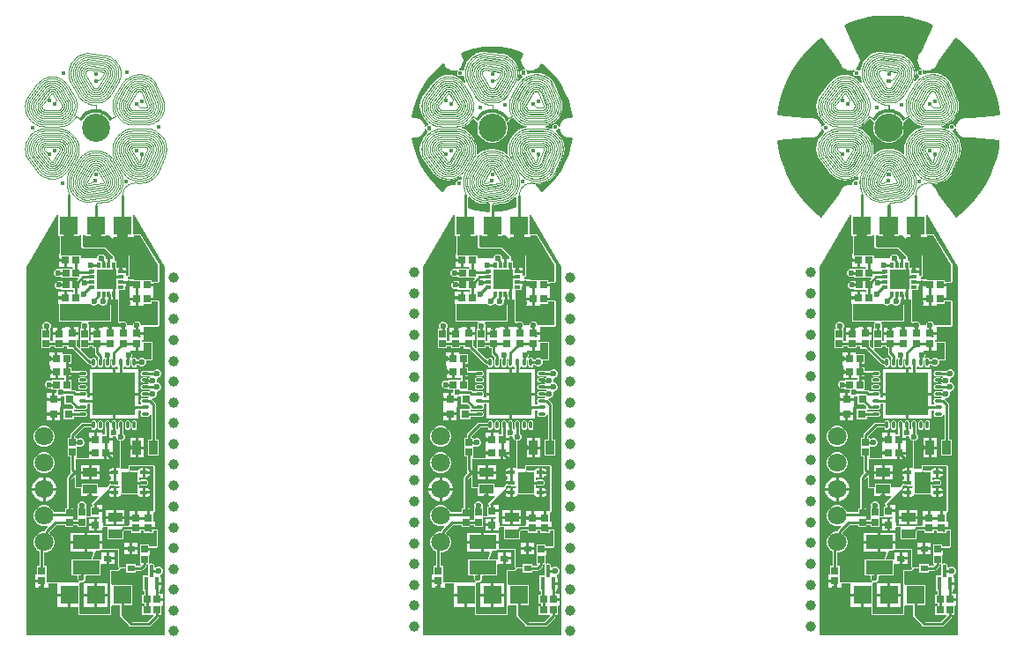
<source format=gtl>
%FSTAX23Y23*%
%MOIN*%
%SFA1B1*%

%IPPOS*%
%AMD18*
4,1,8,-0.007400,0.017300,-0.007400,-0.017300,0.000000,-0.024700,0.000000,-0.024700,0.007400,-0.017300,0.007400,0.017300,0.000000,0.024700,0.000000,0.024700,-0.007400,0.017300,0.0*
1,1,0.014795,0.000000,0.017300*
1,1,0.014795,0.000000,-0.017300*
1,1,0.014795,0.000000,-0.017300*
1,1,0.014795,0.000000,0.017300*
%
%AMD26*
4,1,8,-0.031500,0.039400,-0.031500,-0.039400,-0.029600,-0.041300,0.029600,-0.041300,0.031500,-0.039400,0.031500,0.039400,0.029600,0.041300,-0.029600,0.041300,-0.031500,0.039400,0.0*
1,1,0.003780,-0.029600,0.039400*
1,1,0.003780,-0.029600,-0.039400*
1,1,0.003780,0.029600,-0.039400*
1,1,0.003780,0.029600,0.039400*
%
%AMD27*
4,1,8,-0.011800,0.004900,-0.011800,-0.004900,-0.009800,-0.006900,0.009800,-0.006900,0.011800,-0.004900,0.011800,0.004900,0.009800,0.006900,-0.009800,0.006900,-0.011800,0.004900,0.0*
1,1,0.004000,-0.009800,0.004900*
1,1,0.004000,-0.009800,-0.004900*
1,1,0.004000,0.009800,-0.004900*
1,1,0.004000,0.009800,0.004900*
%
%ADD10C,0.003937*%
%ADD11C,0.011811*%
%ADD12C,0.010000*%
%ADD13C,0.039370*%
%ADD14C,0.009843*%
%ADD15R,0.164567X0.164567*%
%ADD16O,0.011811X0.027559*%
%ADD17O,0.027559X0.011811*%
G04~CAMADD=18~8~0.0~0.0~494.9~148.0~74.0~0.0~15~0.0~0.0~0.0~0.0~0~0.0~0.0~0.0~0.0~0~0.0~0.0~0.0~90.0~148.0~494.0*
%ADD18D18*%
%ADD19R,0.014795X0.049492*%
%ADD20R,0.025591X0.027559*%
%ADD21R,0.027559X0.025591*%
%ADD22R,0.029134X0.030709*%
%ADD23R,0.029527X0.023622*%
%ADD24R,0.102362X0.053150*%
%ADD25R,0.052165X0.032480*%
G04~CAMADD=26~8~0.0~0.0~826.8~629.9~18.9~0.0~15~0.0~0.0~0.0~0.0~0~0.0~0.0~0.0~0.0~0~0.0~0.0~0.0~90.0~630.0~827.0*
%ADD26D26*%
G04~CAMADD=27~8~0.0~0.0~137.8~236.2~20.0~0.0~15~0.0~0.0~0.0~0.0~0~0.0~0.0~0.0~0.0~0~0.0~0.0~0.0~90.0~236.0~138.0*
%ADD27D27*%
%ADD28R,0.031496X0.031496*%
%ADD29R,0.030709X0.029134*%
%ADD30R,0.032480X0.052165*%
%ADD31R,0.011811X0.024803*%
%ADD32R,0.024803X0.011811*%
%ADD33R,0.072835X0.072835*%
%ADD34C,0.106299*%
%ADD35R,0.070866X0.070866*%
%ADD36C,0.015748*%
%ADD37C,0.039370*%
%ADD38C,0.019685*%
%ADD39C,0.070866*%
%ADD40C,0.023622*%
%LNpcb4-1*%
%LPD*%
G36*
X0697Y06592D02*
D01*
X06987Y06592*
X0699Y06592*
X07018Y06588*
X07054Y0658*
X0709Y06569*
X0711Y0656*
X07112Y06556*
X07068Y0646*
X07057Y06441*
X07057Y0644*
X07057Y0644*
X07057Y0644*
X07055Y06433*
X07053Y06423*
X07055Y06414*
X07058Y06405*
X07064Y06397*
X0707Y06393*
X07067Y06388*
X07065Y06389*
X0706*
X07056Y06387*
X07052Y06384*
X07051Y0638*
Y06375*
X07052Y06371*
X07056Y06367*
X07059Y06366*
X0706Y06363*
X0706Y06361*
X07051Y06353*
X07044Y06344*
X07039Y06346*
X07043Y0636*
X07045Y06375*
X07043Y06389*
X07039Y06403*
X07032Y06416*
X07023Y06428*
X07012Y06437*
X06999Y06444*
X06985Y06448*
X0698Y06449*
X06979Y06449*
X0691Y06457*
X0691Y06457*
X0691Y06457*
X06908Y06457*
X06903Y06456*
X06887Y06451*
X06873Y06444*
X0686Y06433*
X0685Y06421*
X06842Y06406*
X06838Y06391*
X06837Y06385*
X06832Y06384*
X0683Y06386*
X06826Y06388*
X06821*
X0682Y06387*
X06818Y06392*
X06824Y06397*
X0683Y06405*
X06834Y06414*
X06835Y06423*
X06836Y06423*
X06835Y06424*
X06834Y06433*
X06831Y06442*
X06831Y06442*
X06821Y0646*
X06777Y06556*
X06778Y0656*
X06799Y06569*
X06834Y0658*
X06871Y06588*
X06891Y06591*
X06913Y06593*
X06951Y06593*
X0697Y06592*
G37*
G36*
X05479Y06474D02*
X05513Y06469D01*
X05546Y06459*
X0556Y06453*
X05562Y06448*
X05558Y06441*
X05558Y0644*
X05558Y0644*
X05558Y06439*
X05555Y06433*
X05554Y06423*
X05555Y06414*
X05559Y06404*
X05565Y06397*
X0557Y06393*
X05567Y06388*
X05565Y06389*
X0556*
X05556Y06387*
X05553Y06384*
X05551Y0638*
Y06375*
X05553Y06371*
X05556Y06367*
X05559Y06366*
X05561Y06363*
X05561Y06361*
X05551Y06353*
X05544Y06344*
X05539Y06346*
X05544Y0636*
X05545Y06375*
X05544Y06389*
X05539Y06403*
X05533Y06416*
X05523Y06428*
X05512Y06437*
X05499Y06444*
X05485Y06448*
X0548Y06449*
X05479Y06449*
X05411Y06457*
X0541Y06457*
X0541Y06457*
X05409Y06456*
X05403Y06456*
X05387Y06451*
X05373Y06443*
X05361Y06433*
X0535Y06421*
X05343Y06406*
X05338Y06391*
X05337Y06385*
X05332Y06384*
X0533Y06386*
X05326Y06387*
X05321*
X05321Y06387*
X05318Y06392*
X05325Y06397*
X05331Y06404*
X05334Y06414*
X05336Y06423*
X05336Y06423*
X05336Y06424*
X05334Y06433*
X05331Y06442*
X05331Y06442*
X05327Y06448*
X05329Y06453*
X05343Y06459*
X05376Y06469*
X0541Y06474*
X05445Y06476*
X05479Y06474*
G37*
G36*
X07218Y06495D02*
X07245Y0647D01*
X0727Y06443*
X07293Y06413*
X07313Y06382*
X0733Y06349*
X07344Y06315*
X07355Y06279*
X07363Y06243*
X07366Y06221*
X07363Y06217*
X07258Y06207*
X07238*
X07237Y06207*
X07228Y06206*
X07219Y06202*
X07211Y06196*
X07205Y06188*
X07201Y06179*
X072Y06173*
X07195Y06173*
Y06174*
X07194Y06178*
X0719Y06181*
X07186Y06183*
X07181*
X07177Y06181*
X07174Y06178*
X07172Y06174*
Y06169*
X07172Y06168*
X07168Y06165*
X07167Y06165*
X07151Y0617*
X07144Y06171*
Y06176*
X0715Y06176*
X07164Y06181*
X07177Y06188*
X07188Y06197*
X07197Y06208*
X07204Y06221*
X07208Y06235*
X0721Y0625*
X07208Y06265*
X07204Y06279*
X07204Y06279*
X07204Y0628*
X07178Y0634*
X07177Y06343*
X07176Y06343*
X07176Y06343*
X07176Y06344*
X07176Y06344*
X07175Y06344*
X07168Y06353*
X07155Y06363*
X07141Y06371*
X07126Y06375*
X07109Y06377*
X07093Y06375*
X07078Y06371*
X07077Y06371*
X07074Y06374*
X07074Y06375*
Y0638*
X07072Y06384*
X07071Y06386*
X07074Y0639*
X07081Y06387*
X07091Y06386*
X07101Y06387*
X0711Y06391*
X07118Y06397*
X0712Y064*
X07121Y064*
X07122Y06401*
X07123Y06402*
X07134Y06422*
X07195Y06508*
X072Y06509*
X07218Y06495*
G37*
G36*
X05636Y06409D02*
X05662Y06386D01*
X05685Y06361*
X05705Y06333*
X05721Y06303*
X05735Y06271*
X05744Y06238*
X05749Y06211*
X05745Y06207*
X05738*
X05737Y06207*
X05728Y06206*
X05719Y06202*
X05711Y06196*
X05705Y06188*
X05702Y06179*
X05701Y06173*
X05696Y06173*
Y06173*
X05694Y06178*
X05691Y06181*
X05686Y06183*
X05682*
X05677Y06181*
X05674Y06178*
X05672Y06173*
Y06169*
X05672Y06168*
X05668Y06165*
X05667Y06165*
X05651Y0617*
X05645Y06171*
Y06176*
X0565Y06176*
X05664Y06181*
X05677Y06187*
X05688Y06197*
X05698Y06208*
X05704Y06221*
X05709Y06235*
X0571Y0625*
X05709Y06264*
X05704Y06279*
X05704Y06279*
X05704Y06279*
X05678Y06339*
X05677Y06342*
X05677Y06343*
X05677Y06343*
X05676Y06344*
X05676Y06344*
X05676Y06344*
X05668Y06353*
X05656Y06363*
X05641Y06371*
X05626Y06375*
X0561Y06377*
X05594Y06375*
X05578Y06371*
X05578Y06371*
X05574Y06374*
X05575Y06375*
Y0638*
X05573Y06384*
X05571Y06386*
X05574Y0639*
X05582Y06387*
X05591Y06386*
X05601Y06387*
X0561Y06391*
X05618Y06397*
X05621Y064*
X05621Y064*
X05622Y06401*
X05623Y06402*
X05628Y06411*
X05633Y06412*
X05636Y06409*
G37*
G36*
X06694Y06508D02*
X06755Y06422D01*
X06765Y06404*
X06765Y06404*
X06766Y06404*
X06766Y06403*
X06766Y06403*
X06771Y06397*
X06779Y06391*
X06788Y06387*
X06798Y06386*
X06807Y06387*
X06813Y06389*
X06816Y06385*
X06813Y06382*
X06811Y06378*
Y06373*
X06813Y06369*
X06817Y06366*
X06821Y06364*
X06826*
X0683Y06366*
X06832Y06367*
X06837Y06366*
X06838Y06359*
X06842Y06343*
X06838Y0634*
X06832Y06347*
X06821Y06356*
X06808Y06363*
X06794Y06368*
X06779Y06369*
X06765Y06368*
X06751Y06363*
X06738Y06356*
X06726Y06347*
X0672Y0634*
X06719Y06339*
X06719Y06339*
X06719Y06339*
X06719Y06339*
X06678Y06284*
X06678Y06283*
X06677Y06282*
X06676Y06278*
X06673Y06266*
X06671Y0625*
X06673Y06234*
X06677Y06218*
X06685Y06204*
X06695Y06191*
X06704Y06184*
X06703Y06182*
X06702Y06179*
X06698Y06178*
X06695Y06174*
X06689Y06173*
X06688Y06174*
X06688Y06179*
X06684Y06188*
X06678Y06196*
X0667Y06202*
X06661Y06206*
X06652Y06207*
X06651Y06207*
X06631*
X06526Y06217*
X06523Y06221*
X06526Y06243*
X06534Y06279*
X06545Y06315*
X06559Y06349*
X06576Y06382*
X06596Y06413*
X06619Y06443*
X06644Y0647*
X06671Y06495*
X06689Y06509*
X06694Y06508*
G37*
G36*
X05262Y06411D02*
X05265Y06404D01*
X05266Y06404*
X05266Y06404*
X05266Y06403*
X05267Y06403*
X05271Y06397*
X05279Y06391*
X05288Y06387*
X05298Y06386*
X05308Y06387*
X05313Y06389*
X05316Y06385*
X05314Y06382*
X05312Y06378*
Y06373*
X05314Y06369*
X05317Y06366*
X05321Y06364*
X05326*
X0533Y06366*
X05332Y06367*
X05337Y06366*
X05338Y06358*
X05343Y06343*
X05338Y0634*
X05333Y06347*
X05321Y06356*
X05308Y06363*
X05294Y06368*
X0528Y06369*
X05265Y06368*
X05251Y06363*
X05238Y06356*
X05227Y06347*
X05221Y0634*
X05219Y06339*
X05219Y06339*
X05219Y06339*
X05219Y06339*
X05179Y06284*
X05178Y06282*
X05178Y06282*
X05176Y06278*
X05173Y06266*
X05171Y0625*
X05173Y06234*
X05178Y06218*
X05185Y06204*
X05196Y06191*
X05204Y06184*
X05203Y06182*
X05202Y06179*
X05199Y06178*
X05195Y06174*
X0519Y06173*
X05188Y06174*
X05188Y06179*
X05184Y06188*
X05178Y06196*
X0517Y06202*
X05161Y06206*
X05152Y06207*
X05151Y06207*
X05144*
X05141Y06211*
X05145Y06238*
X05155Y06271*
X05168Y06303*
X05185Y06333*
X05205Y06361*
X05228Y06386*
X05253Y06409*
X05257Y06412*
X05262Y06411*
G37*
G36*
X07027Y06204D02*
X07034Y06196D01*
X07045Y06187*
X07057Y0618*
X07071Y06176*
X07075Y06176*
Y06171*
X07069Y0617*
X07054Y06166*
X0704Y06158*
X07028Y06148*
X07018Y06136*
X07017Y06133*
X07016Y06133*
X07016Y06133*
X07015Y06132*
X07014Y06129*
X07014Y06129*
X07008Y06117*
X07003Y06102*
X07002Y06087*
X07003Y06073*
X06999Y0607*
X06999Y0607*
X06992Y06076*
X06978Y06083*
X06963Y06088*
X06952Y06089*
X06948Y06089*
X06947Y06089*
X06947*
X06944Y06089*
X06942Y06089*
X06939Y06089*
X06926Y06088*
X06911Y06083*
X06897Y06076*
X0689Y0607*
X0689Y0607*
X06886Y06073*
X06887Y06087*
X06885Y06102*
X06881Y06117*
X06877Y06125*
X06876Y06126*
Y06126*
X06876Y06127*
X06876Y06127*
X06875Y06129*
X06874Y06131*
X06872Y06133*
X06872Y06134*
X06871Y06136*
X06861Y06148*
X06849Y06158*
X06835Y06166*
X06831Y06167*
Y06172*
X06835Y06173*
X06849Y06181*
X06861Y0619*
X06871Y06203*
X06873Y06203*
X06879Y062*
X0688Y06197*
X06882Y06194*
X06885Y06192*
X06886Y06192*
X0689Y06187*
X0689Y06186*
X06887Y06177*
Y06162*
X06891Y06147*
X06899Y06134*
X06909Y06124*
X06922Y06116*
X06937Y06112*
X06952*
X06966Y06116*
X06979Y06124*
X0699Y06134*
X06998Y06147*
X07001Y06162*
Y06177*
X06999Y06186*
X07003Y06191*
X07004Y06191*
X07007Y06194*
X07009Y06197*
X0701Y062*
X0702Y06206*
X07023Y06207*
X07027Y06204*
G37*
G36*
X05527Y06204D02*
X05534Y06196D01*
X05545Y06187*
X05557Y0618*
X05571Y06176*
X05576Y06176*
Y06171*
X05569Y0617*
X05554Y06166*
X0554Y06158*
X05528Y06148*
X05518Y06136*
X05517Y06133*
X05517Y06133*
X05517Y06133*
X05516Y06132*
X05514Y06129*
X05514Y06129*
X05508Y06117*
X05504Y06102*
X05502Y06087*
X05503Y06073*
X05499Y0607*
X05499Y0607*
X05492Y06076*
X05478Y06083*
X05463Y06087*
X05452Y06089*
X05448Y06089*
X05448Y06089*
X05448*
X05445Y06089*
X05442Y06089*
X0544Y06089*
X05426Y06087*
X05411Y06083*
X05397Y06076*
X05391Y0607*
X0539Y0607*
X05386Y06073*
X05387Y06087*
X05386Y06102*
X05381Y06117*
X05377Y06125*
X05376Y06126*
X05376Y06126*
X05376Y06126*
X05377Y06127*
X05375Y06129*
X05374Y06131*
X05373Y06133*
X05372Y06133*
X05371Y06136*
X05361Y06148*
X05349Y06158*
X05335Y06166*
X05331Y06167*
Y06172*
X05335Y06173*
X05349Y0618*
X05361Y0619*
X05371Y06202*
X05373Y06203*
X0538Y06199*
X0538Y06197*
X05382Y06194*
X05386Y06192*
X05386Y06192*
X0539Y06187*
X0539Y06186*
X05388Y06177*
Y06162*
X05391Y06147*
X05399Y06134*
X0541Y06124*
X05423Y06116*
X05437Y06112*
X05452*
X05467Y06116*
X0548Y06124*
X0549Y06134*
X05498Y06147*
X05502Y06162*
Y06177*
X05499Y06186*
X05503Y06191*
X05504Y06191*
X05507Y06193*
X0551Y06197*
X0551Y062*
X0552Y06205*
X05524Y06207*
X05527Y06204*
G37*
G36*
X06693Y06165D02*
Y06165D01*
X06695Y06161*
X06698Y06158*
X06699Y06157*
X067Y06152*
X06695Y06147*
X06685Y06135*
X06677Y06121*
X06673Y06105*
X06671Y06089*
X06673Y06073*
X06676Y06061*
X06677Y06057*
X06678Y06056*
X06678Y06055*
X06719Y06*
X06719Y06*
X06719Y06*
X06719Y06*
X0672Y05999*
X06726Y05992*
X06738Y05982*
X06751Y05975*
X06765Y05971*
X06779Y0597*
X06794Y05971*
X06808Y05975*
X06821Y05982*
X06826Y05986*
X0683Y05983*
X0683Y05982*
X06829Y05973*
X06824Y05971*
X06821Y05972*
X06817*
X06812Y0597*
X06809Y05967*
X06807Y05962*
Y05958*
X06807Y05957*
X06804Y05952*
X06798Y05953*
X06788Y05952*
X06779Y05948*
X06771Y05942*
X06766Y05936*
X06766Y05936*
X06766Y05935*
X06765Y05935*
X06765Y05934*
X06755Y05917*
X06694Y05831*
X06689Y0583*
X06677Y05839*
X06674Y05842*
X06674Y05842*
X06673Y05842*
X06673Y05842*
X06671Y05844*
X06644Y05869*
X06619Y05896*
X06596Y05926*
X06576Y05957*
X06559Y0599*
X06545Y06024*
X06534Y06059*
X06526Y06096*
X06523Y06118*
X06526Y06122*
X06631Y06132*
X06651*
X06652Y06132*
X06661Y06133*
X0667Y06137*
X06678Y06143*
X06684Y06151*
X06688Y0616*
X06688Y06166*
X06693Y06165*
G37*
G36*
X05194Y06165D02*
Y06165D01*
X05195Y06161*
X05199Y06157*
X052Y06157*
X052Y06151*
X05196Y06147*
X05185Y06135*
X05178Y0612*
X05173Y06105*
X05171Y06089*
X05173Y06073*
X05176Y06061*
X05178Y06057*
X05178Y06056*
X05179Y06055*
X05219Y06*
X05219Y06*
X05219Y06*
X05219Y06*
X05221Y05999*
X05227Y05992*
X05238Y05982*
X05251Y05975*
X05265Y05971*
X0528Y0597*
X05294Y05971*
X05308Y05975*
X05321Y05982*
X05326Y05986*
X05331Y05983*
X0533Y05982*
X05329Y05973*
X05324Y05971*
X05322Y05972*
X05317*
X05313Y0597*
X05309Y05966*
X05307Y05962*
Y05957*
X05308Y05957*
X05304Y05952*
X05298Y05953*
X05288Y05952*
X05279Y05948*
X05271Y05942*
X05267Y05936*
X05266Y05936*
X05266Y05935*
X05266Y05935*
X05265Y05934*
X05262Y05928*
X05257Y05927*
X05253Y05929*
X0525Y05933*
X05249Y05933*
X05249Y05933*
X05228Y05952*
X05205Y05978*
X05185Y06006*
X05168Y06036*
X05155Y06068*
X05145Y06101*
X05141Y06128*
X05144Y06131*
X05151*
X05152Y06132*
X05161Y06133*
X0517Y06137*
X05178Y06143*
X05184Y0615*
X05188Y0616*
X05189Y06166*
X05194Y06165*
G37*
G36*
X05701Y06164D02*
X05702Y0616D01*
X05705Y0615*
X05711Y06143*
X05719Y06137*
X05728Y06133*
X05737Y06132*
X05738Y06131*
X05745*
X05749Y06128*
X05744Y06101*
X05735Y06068*
X05721Y06036*
X05705Y06006*
X05685Y05978*
X05662Y05952*
X05641Y05933*
X0564Y05933*
X0564Y05933*
X05636Y05929*
X05633Y05927*
X05628Y05928*
X05624Y05934*
X05624Y05935*
X05623Y05935*
X05623Y05936*
X05623Y05936*
X05618Y05942*
X0561Y05948*
X05608Y05949*
X05609Y05953*
X05609Y05954*
X05609Y05954*
X0561Y05954*
X05627Y05955*
X05644Y05961*
X0566Y05969*
X05674Y0598*
X05681Y05989*
X05682Y0599*
X05682Y0599*
X05683Y0599*
X05683Y05991*
X05684Y05992*
X05711Y06056*
Y06056*
X05712Y06056*
Y06056*
X05712Y06056*
X05712Y06057*
X05717Y06073*
X05718Y06089*
X05717Y06105*
X05712Y0612*
X05704Y06135*
X05694Y06147*
X05685Y06154*
X05686Y06157*
X05687Y0616*
X05691Y06161*
X05694Y06164*
X057Y06165*
X05701Y06164*
G37*
G36*
X05537Y05907D02*
Y05868D01*
X05511Y0586*
X05479Y05853*
X05457Y05851*
X05454Y05855*
Y05874*
X05454Y05876*
X05458Y05879*
X0548Y05882*
X05481Y05882*
X05486Y05883*
X05502Y05887*
X05516Y05895*
X05529Y05905*
X05532Y05909*
X05537Y05907*
G37*
G36*
X05361Y05905D02*
X05373Y05895D01*
X05387Y05887*
X05403Y05883*
X05409Y05882*
X0541Y05882*
X0541Y05882*
X05411Y05882*
X05433Y05884*
X05436Y0588*
X05436Y05876*
Y05854*
X05434Y05852*
X0543Y0585*
X05425Y0585*
X05413Y05851*
X05379Y05857*
X05353Y05865*
Y05907*
X05358Y05909*
X05361Y05905*
G37*
G36*
X07201Y06165D02*
X07201Y0616D01*
X07205Y06151*
X07211Y06143*
X07219Y06137*
X07228Y06133*
X07237Y06132*
X07238Y06132*
X07258*
X07364Y06121*
X07364Y06117*
X07364Y06101*
X07363Y06096*
X07355Y06059*
X07344Y06024*
X0733Y0599*
X07313Y05957*
X07293Y05926*
X0727Y05896*
X07245Y05869*
X07218Y05844*
X07216Y05843*
X07215Y05842*
X07215Y05842*
X072Y0583*
X07195Y05831*
X07134Y05917*
X07124Y05934*
X07123Y05935*
X07118Y05942*
X0711Y05948*
X07108Y05949*
X07109Y05953*
X07109Y05954*
X07109Y05954*
X07109Y05954*
X07127Y05956*
X07144Y05961*
X0716Y05969*
X07174Y0598*
X07181Y05989*
X07182Y0599*
X07182Y0599*
X07182Y05991*
X07183Y05991*
X07183Y05992*
X07211Y06056*
Y06056*
X07211Y06056*
Y06056*
X07211Y06057*
X07212Y06057*
X07216Y06073*
X07218Y06089*
X07216Y06105*
X07212Y06121*
X07204Y06135*
X07194Y06147*
X07185Y06154*
X07186Y06157*
X07187Y0616*
X0719Y06161*
X07194Y06165*
X07199Y06165*
X07201Y06165*
G37*
G36*
X07031Y05724D02*
X07068Y05688D01*
X07068Y05686*
Y0561*
X07068Y05609*
X07067Y05609*
X07061*
Y05619*
X07039*
Y05624*
X07034*
Y0564*
X07024*
Y05665*
X07015*
Y05683*
X07014Y05686*
X06983Y05716*
X0698Y05717*
X06947*
X06946Y05717*
X06946Y05717*
X06945Y05717*
X06943Y05717*
X06943Y05717*
X06942Y05717*
X06899*
X06895Y05721*
Y05761*
X06905*
Y0576*
X06984*
Y05761*
X06995*
X07031Y05724*
G37*
G36*
X05531D02*
X05568Y05688D01*
X05568Y05686*
Y0561*
X05568Y05609*
X05567Y05609*
X05561*
Y05619*
X05539*
Y05624*
X05534*
Y0564*
X05524*
Y05665*
X05515*
Y05683*
X05514Y05686*
X05483Y05716*
X0548Y05717*
X05447*
X05446Y05717*
X05446Y05717*
X05445Y05717*
X05443Y05717*
X05443Y05717*
X05442Y05717*
X05399*
X05395Y05721*
Y05761*
X05405*
Y0576*
X05484*
Y05761*
X05495*
X05531Y05724*
G37*
G36*
X04031D02*
X04068Y05688D01*
X04068Y05686*
Y0561*
X04068Y05609*
X04067Y05609*
X04061*
Y05619*
X04039*
Y05624*
X04034*
Y0564*
X04024*
Y05665*
X04015*
Y05683*
X04014Y05686*
X03983Y05716*
X0398Y05717*
X03947*
X03946Y05717*
X03946Y05717*
X03945Y05717*
X03943Y05717*
X03943Y05717*
X03942Y05717*
X03899*
X03895Y05721*
Y05761*
X03905*
Y0576*
X03984*
Y05761*
X03995*
X04031Y05724*
G37*
G36*
X06891Y05719D02*
X06897Y05713D01*
X06942*
X06944Y05713*
X06945Y05713*
X06945Y05713*
X06947Y05713*
X0698*
X06981Y05713*
X0701Y05683*
X07011Y05682*
Y05676*
X0701Y05671*
X06999*
Y05649*
X06989*
Y05671*
X06983*
X06982Y05673*
Y0568*
X06979Y05685*
X06975Y0569*
X06969Y05692*
X06963*
X06957Y0569*
X06952Y05685*
X0695Y0568*
Y05676*
X06889*
Y05687*
X06856*
X06851*
X06812*
X06812Y05691*
Y0576*
X06883*
Y05761*
X06891*
Y05719*
G37*
G36*
X05391D02*
X05397Y05713D01*
X05442*
X05444Y05713*
X05445Y05713*
X05445Y05713*
X05447Y05713*
X0548*
X05481Y05713*
X0551Y05683*
X05511Y05682*
Y05676*
X0551Y05671*
X05499*
Y05649*
X05489*
Y05671*
X05483*
X05482Y05673*
Y0568*
X05479Y05685*
X05475Y0569*
X05469Y05692*
X05463*
X05457Y0569*
X05452Y05685*
X0545Y0568*
Y05676*
X05389*
Y05687*
X05356*
X05351*
X05312*
X05312Y05691*
Y0576*
X05383*
Y05761*
X05391*
Y05719*
G37*
G36*
X03891D02*
X03897Y05713D01*
X03942*
X03944Y05713*
X03945Y05713*
X03945Y05713*
X03947Y05713*
X0398*
X03981Y05713*
X0401Y05683*
X04011Y05682*
Y05676*
X0401Y05671*
X03999*
Y05649*
X03989*
Y05671*
X03983*
X03982Y05673*
Y0568*
X03979Y05685*
X03975Y0569*
X03969Y05692*
X03963*
X03957Y0569*
X03952Y05685*
X0395Y0568*
Y05676*
X03889*
Y05687*
X03856*
X03851*
X03812*
X03812Y05691*
X03812Y0576*
X03883*
Y05761*
X03891*
Y05719*
G37*
G36*
X07205Y05643D02*
Y0536D01*
Y04249*
X06684*
Y05643*
X06799Y05841*
X068*
X06804Y05839*
Y0576*
X06808*
Y05693*
X06806*
Y05673*
X06831*
Y05668*
X06836*
Y05643*
X06857*
X06857Y05643*
X06858Y05637*
X06857Y05636*
X06852*
X06847*
X06815*
Y05636*
X0681Y05634*
X06806Y05635*
X068*
X06794Y05633*
X06789Y05628*
X06787Y05623*
Y05616*
X06789Y05611*
X06794Y05606*
X068Y05604*
X06806*
X0681Y05605*
X06815Y05603*
Y05603*
X06847*
X0685*
X06855*
X06876*
X06878Y05598*
X06873Y05593*
X06871Y0559*
X06856*
X06853*
X06848*
X06815*
X0681Y05589*
X06808Y05589*
X06802*
X06796Y05587*
X06792Y05583*
X06789Y05577*
Y0557*
X06792Y05565*
X06796Y0556*
X06802Y05558*
X06808*
X0681Y05559*
X06815Y05557*
X06848*
X06851*
X06856*
X06861*
Y05544*
X06855*
Y0555*
X06835*
Y05526*
X0683*
Y05521*
X06804*
Y05501*
X06807*
Y05438*
X06808Y05435*
X06811Y05434*
X0689*
X06892Y05429*
X06891Y05428*
X06888Y05422*
Y05415*
X0689Y05412*
X06887Y05407*
X06887*
Y05372*
Y0537*
Y0536*
Y05338*
X06882Y05336*
X06873Y05344*
Y0536*
Y05366*
X06879*
Y05386*
X06855*
Y05391*
X0685*
Y05416*
X0683*
X06828Y05413*
X0681*
Y05389*
X06805*
Y05384*
X06783*
Y05365*
X06782Y05363*
X06776Y05363*
X06774Y05365*
Y0537*
Y05372*
Y05375*
Y05408*
X06774Y05413*
X06776Y05416*
Y05422*
X06773Y05428*
X06769Y05433*
X06767Y05433*
X06763Y05435*
X06757*
X06751Y05433*
X06747Y05428*
X06744Y05422*
Y05416*
X06746Y05413*
X06743Y05408*
X0674*
Y05375*
Y05372*
Y05367*
Y05335*
X06774*
Y05343*
X06789*
Y05334*
X06822*
Y05343*
X06836*
Y05333*
X06859*
X06916Y05276*
X06919Y05274*
X06923Y05273*
X06927*
Y05273*
X06928Y05269*
X0693Y05266*
X06934Y05263*
X06937Y05263*
X06941Y05263*
X06945Y05266*
X06947Y05269*
X06948Y05273*
Y05288*
X06947Y05292*
X06945Y05296*
X06941Y05298*
X06937Y05298*
X06934Y05298*
X0693Y05296*
X0693Y05295*
X06924Y05294*
X06924Y05294*
X06888Y05329*
X0689Y05334*
X0692*
Y05343*
X06933*
Y05334*
X06942*
Y05319*
X06942Y05315*
X06944Y05312*
X06954Y05303*
Y05293*
X06954Y05292*
X06953Y05288*
Y05273*
X06954Y05269*
X06956Y05266*
X06959Y05263*
X06963Y05263*
X06967Y05263*
X0697Y05266*
X06972Y05269*
X06973Y05273*
Y05288*
X06972Y05292*
X06973Y05293*
X06979Y05295*
X0698Y05294*
Y05293*
X06979Y05292*
X06979Y05288*
Y05273*
X06979Y05269*
X06982Y05266*
X06985Y05263*
X06989Y05263*
X06993Y05263*
X06996Y05266*
X06998Y05269*
X06999Y05273*
Y05288*
X06998Y05292*
X06998Y05293*
X07Y05294*
X07004Y05293*
X07005Y05292*
X07004Y05288*
Y05273*
X07005Y05269*
X07007Y05266*
X0701Y05263*
X07014Y05263*
X07018Y05263*
X0702Y05265*
X07021Y05265*
X07025Y05265*
X07026Y05264*
X07028Y05261*
X07031Y0526*
X07029Y05255*
X07019*
Y05167*
X07107*
Y05255*
X07051*
X07049Y0526*
X07051Y05261*
X07053Y05264*
X07055Y05265*
X07059Y05265*
X07059Y05265*
X07062Y05263*
X07065Y05263*
X07069Y05263*
X07073Y05266*
X07075Y05269*
X07075Y05273*
Y05288*
X07075Y0529*
X07077Y05291*
X07081Y0529*
X07081Y0529*
X07081Y05288*
Y05273*
X07082Y05269*
X07084Y05266*
X07087Y05263*
X07091Y05263*
X07095Y05263*
X07098Y05266*
X071Y05269*
X07101Y05273*
Y05273*
X07107*
X0711Y0527*
X07116Y05267*
X07122*
X07128Y0527*
X07133Y05274*
X07135Y0528*
Y05286*
X07136Y05288*
X07155*
X07156Y05288*
X07157*
X07157Y05288*
X07158Y05289*
X07158Y05289*
X07158Y05289*
X07159Y0529*
X07159Y0529*
X07159Y0529*
X0716Y05291*
X0716Y05291*
X0716Y05291*
Y05292*
X0716Y05293*
Y05355*
X0716Y05356*
Y05357*
X0716Y05357*
X07159Y05358*
X07159Y05358*
X07159Y05358*
X07158Y05359*
X07158Y05359*
X07158Y05359*
X07157Y0536*
X07157Y0536*
X07157Y0536*
X07156*
X07155Y0536*
X07126*
X07119*
Y05366*
X07125*
Y05386*
X071*
Y05396*
X07125*
Y05416*
X07181*
X07184Y05418*
X07185Y05421*
Y05434*
Y05513*
X07184Y05516*
X07181Y05517*
X07163*
Y05546*
Y0555*
Y0557*
X07138*
Y0558*
X07163*
Y05582*
X07181*
X07184Y05584*
X07185Y05587*
Y05649*
X07185Y0565*
X07185Y05651*
X07116Y05763*
X07116Y05763*
X07116Y05764*
X07115Y05764*
X07114Y05765*
X07113Y05765*
X07113Y05765*
X07091*
X0709Y05764*
X07085Y05767*
Y05839*
X07089Y05841*
X0709*
X07205Y05643*
G37*
G36*
X05705D02*
Y0536D01*
Y04249*
X05184*
Y05643*
X05299Y05841*
X053*
X05304Y05839*
Y0576*
X05308*
Y05693*
X05306*
Y05673*
X05331*
Y05668*
X05336*
Y05643*
X05357*
X05357Y05643*
X05358Y05637*
X05357Y05636*
X05352*
X05347*
X05315*
Y05636*
X0531Y05634*
X05306Y05635*
X053*
X05294Y05633*
X05289Y05628*
X05287Y05623*
Y05616*
X05289Y05611*
X05294Y05606*
X053Y05604*
X05306*
X0531Y05605*
X05315Y05603*
Y05603*
X05347*
X0535*
X05355*
X05376*
X05378Y05598*
X05373Y05593*
X05371Y0559*
X05356*
X05353*
X05348*
X05315*
X0531Y05589*
X05308Y05589*
X05302*
X05296Y05587*
X05292Y05583*
X05289Y05577*
Y0557*
X05292Y05565*
X05296Y0556*
X05302Y05558*
X05308*
X0531Y05559*
X05315Y05557*
X05348*
X05351*
X05356*
X05361*
Y05544*
X05355*
Y0555*
X05335*
Y05526*
X0533*
Y05521*
X05304*
Y05501*
X05307*
Y05438*
X05308Y05435*
X05311Y05434*
X0539*
X05392Y05429*
X05391Y05428*
X05388Y05422*
Y05415*
X0539Y05412*
X05387Y05407*
X05387*
Y05372*
Y0537*
Y0536*
Y05338*
X05382Y05336*
X05373Y05344*
Y0536*
Y05366*
X05379*
Y05386*
X05355*
Y05391*
X0535*
Y05416*
X0533*
X05328Y05413*
X0531*
Y05389*
X05305*
Y05384*
X05283*
Y05365*
X05282Y05363*
X05276Y05363*
X05274Y05365*
Y0537*
Y05372*
Y05375*
Y05408*
X05274Y05413*
X05276Y05416*
Y05422*
X05273Y05428*
X05269Y05433*
X05267Y05433*
X05263Y05435*
X05257*
X05251Y05433*
X05247Y05428*
X05244Y05422*
Y05416*
X05246Y05413*
X05243Y05408*
X0524*
Y05375*
Y05372*
Y05367*
Y05335*
X05274*
Y05343*
X05289*
Y05334*
X05322*
Y05343*
X05336*
Y05333*
X05359*
X05416Y05276*
X05419Y05274*
X05423Y05273*
X05427*
Y05273*
X05428Y05269*
X0543Y05266*
X05434Y05263*
X05437Y05263*
X05441Y05263*
X05445Y05266*
X05447Y05269*
X05448Y05273*
Y05288*
X05447Y05292*
X05445Y05296*
X05441Y05298*
X05437Y05298*
X05434Y05298*
X0543Y05296*
X0543Y05295*
X05424Y05294*
X05424Y05294*
X05388Y05329*
X0539Y05334*
X0542*
Y05343*
X05433*
Y05334*
X05442*
Y05319*
X05442Y05315*
X05444Y05312*
X05454Y05303*
Y05293*
X05454Y05292*
X05453Y05288*
Y05273*
X05454Y05269*
X05456Y05266*
X05459Y05263*
X05463Y05263*
X05467Y05263*
X0547Y05266*
X05472Y05269*
X05473Y05273*
Y05288*
X05472Y05292*
X05473Y05293*
X05479Y05295*
X0548Y05294*
Y05293*
X05479Y05292*
X05479Y05288*
Y05273*
X05479Y05269*
X05482Y05266*
X05485Y05263*
X05489Y05263*
X05493Y05263*
X05496Y05266*
X05498Y05269*
X05499Y05273*
Y05288*
X05498Y05292*
X05498Y05293*
X055Y05294*
X05504Y05293*
X05505Y05292*
X05504Y05288*
Y05273*
X05505Y05269*
X05507Y05266*
X0551Y05263*
X05514Y05263*
X05518Y05263*
X0552Y05265*
X05521Y05265*
X05525Y05265*
X05526Y05264*
X05528Y05261*
X05531Y0526*
X05529Y05255*
X05519*
Y05167*
X05607*
Y05255*
X05551*
X05549Y0526*
X05551Y05261*
X05553Y05264*
X05555Y05265*
X05559Y05265*
X05559Y05265*
X05562Y05263*
X05565Y05263*
X05569Y05263*
X05573Y05266*
X05575Y05269*
X05575Y05273*
Y05288*
X05575Y0529*
X05577Y05291*
X05581Y0529*
X05581Y0529*
X05581Y05288*
Y05273*
X05582Y05269*
X05584Y05266*
X05587Y05263*
X05591Y05263*
X05595Y05263*
X05598Y05266*
X056Y05269*
X05601Y05273*
Y05273*
X05607*
X0561Y0527*
X05616Y05267*
X05622*
X05628Y0527*
X05633Y05274*
X05635Y0528*
Y05286*
X05636Y05288*
X05655*
X05656Y05288*
X05657*
X05657Y05288*
X05658Y05289*
X05658Y05289*
X05658Y05289*
X05659Y0529*
X05659Y0529*
X05659Y0529*
X0566Y05291*
X0566Y05291*
X0566Y05291*
Y05292*
X0566Y05293*
Y05355*
X0566Y05356*
Y05357*
X0566Y05357*
X05659Y05358*
X05659Y05358*
X05659Y05358*
X05658Y05359*
X05658Y05359*
X05658Y05359*
X05657Y0536*
X05657Y0536*
X05657Y0536*
X05656*
X05655Y0536*
X05626*
X05619*
Y05366*
X05625*
Y05386*
X056*
Y05396*
X05625*
Y05416*
X05681*
X05684Y05418*
X05685Y05421*
Y05434*
Y05513*
X05684Y05516*
X05681Y05517*
X05663*
Y05546*
Y0555*
Y0557*
X05638*
Y0558*
X05663*
Y05582*
X05681*
X05684Y05584*
X05685Y05587*
Y05649*
X05685Y0565*
X05685Y05651*
X05616Y05763*
X05616Y05763*
X05616Y05764*
X05615Y05764*
X05614Y05765*
X05613Y05765*
X05613Y05765*
X05591*
X0559Y05764*
X05585Y05767*
Y05839*
X05589Y05841*
X0559*
X05705Y05643*
G37*
G36*
X04205D02*
Y0536D01*
Y04249*
X03684*
Y05643*
X03799Y05841*
X038*
X03804Y05839*
Y0576*
X03808*
Y05693*
X03806*
Y05673*
X03831*
Y05668*
X03836*
Y05643*
X03857*
X03857Y05643*
X03858Y05637*
X03857Y05636*
X03852*
X03847*
X03815*
Y05636*
X0381Y05634*
X03806Y05635*
X038*
X03794Y05633*
X03789Y05628*
X03787Y05623*
Y05616*
X03789Y05611*
X03794Y05606*
X038Y05604*
X03806*
X0381Y05605*
X03815Y05603*
Y05603*
X03847*
X0385*
X03855*
X03876*
X03878Y05598*
X03873Y05593*
X03871Y0559*
X03856*
X03853*
X03848*
X03815*
X0381Y05589*
X03808Y05589*
X03802*
X03796Y05587*
X03792Y05583*
X03789Y05577*
Y0557*
X03792Y05565*
X03796Y0556*
X03802Y05558*
X03808*
X0381Y05559*
X03815Y05557*
X03848*
X03851*
X03856*
X03861*
Y05544*
X03855*
Y0555*
X03835*
Y05526*
X0383*
Y05521*
X03804*
Y05501*
X03807*
Y05438*
X03808Y05435*
X03811Y05434*
X0389*
X03892Y05429*
X03891Y05428*
X03888Y05422*
Y05415*
X0389Y05412*
X03887Y05407*
X03887*
Y05372*
Y0537*
Y0536*
Y05338*
X03882Y05336*
X03873Y05344*
Y0536*
Y05366*
X03879*
Y05386*
X03855*
Y05391*
X0385*
Y05416*
X0383*
X03828Y05413*
X0381*
Y05389*
X03805*
Y05384*
X03783*
Y05365*
X03782Y05363*
X03776Y05363*
X03774Y05365*
Y0537*
Y05372*
Y05375*
Y05408*
X03774Y05413*
X03776Y05416*
Y05422*
X03773Y05428*
X03769Y05433*
X03767Y05433*
X03763Y05435*
X03757*
X03751Y05433*
X03747Y05428*
X03744Y05422*
Y05416*
X03746Y05413*
X03743Y05408*
X0374*
Y05375*
Y05372*
Y05367*
Y05335*
X03774*
Y05343*
X03789*
Y05334*
X03822*
Y05343*
X03836*
Y05333*
X03859*
X03916Y05276*
X03919Y05274*
X03923Y05273*
X03927*
Y05273*
X03928Y05269*
X0393Y05266*
X03934Y05263*
X03937Y05263*
X03941Y05263*
X03945Y05266*
X03947Y05269*
X03948Y05273*
Y05288*
X03947Y05292*
X03945Y05296*
X03941Y05298*
X03937Y05298*
X03934Y05298*
X0393Y05296*
X0393Y05295*
X03924Y05294*
X03924Y05294*
X03888Y05329*
X0389Y05334*
X0392*
Y05343*
X03933*
Y05334*
X03942*
Y05319*
X03942Y05315*
X03944Y05312*
X03954Y05303*
Y05293*
X03954Y05292*
X03953Y05288*
Y05273*
X03954Y05269*
X03956Y05266*
X03959Y05263*
X03963Y05263*
X03967Y05263*
X0397Y05266*
X03972Y05269*
X03973Y05273*
Y05288*
X03972Y05292*
X03973Y05293*
X03979Y05295*
X0398Y05294*
Y05293*
X03979Y05292*
X03979Y05288*
Y05273*
X03979Y05269*
X03982Y05266*
X03985Y05263*
X03989Y05263*
X03993Y05263*
X03996Y05266*
X03998Y05269*
X03999Y05273*
Y05288*
X03998Y05292*
X03998Y05293*
X04Y05294*
X04004Y05293*
X04005Y05292*
X04004Y05288*
Y05273*
X04005Y05269*
X04007Y05266*
X0401Y05263*
X04014Y05263*
X04018Y05263*
X0402Y05265*
X04021Y05265*
X04025Y05265*
X04026Y05264*
X04028Y05261*
X04031Y0526*
X04029Y05255*
X04019*
Y05167*
X04107*
Y05255*
X04051*
X04049Y0526*
X04051Y05261*
X04053Y05264*
X04055Y05265*
X04059Y05265*
X04059Y05265*
X04062Y05263*
X04065Y05263*
X04069Y05263*
X04073Y05266*
X04075Y05269*
X04075Y05273*
Y05288*
X04075Y0529*
X04077Y05291*
X04081Y0529*
X04081Y0529*
X04081Y05288*
Y05273*
X04082Y05269*
X04084Y05266*
X04087Y05263*
X04091Y05263*
X04095Y05263*
X04098Y05266*
X041Y05269*
X04101Y05273*
Y05273*
X04107*
X0411Y0527*
X04116Y05267*
X04122*
X04128Y0527*
X04133Y05274*
X04135Y0528*
Y05286*
X04136Y05288*
X04155*
X04156Y05288*
X04157*
X04157Y05288*
X04158Y05289*
X04158Y05289*
X04158Y05289*
X04159Y0529*
X04159Y0529*
X04159Y0529*
X0416Y05291*
X0416Y05291*
X0416Y05291*
Y05292*
X0416Y05293*
Y05355*
X0416Y05356*
Y05357*
X0416Y05357*
X04159Y05358*
X04159Y05358*
X04159Y05358*
X04158Y05359*
X04158Y05359*
X04158Y05359*
X04157Y0536*
X04157Y0536*
X04157Y0536*
X04156*
X04155Y0536*
X04126*
X04119*
Y05366*
X04125*
Y05386*
X041*
Y05396*
X04125*
Y05416*
X04181*
X04184Y05418*
X04185Y05421*
Y05434*
Y05513*
X04184Y05516*
X04181Y05517*
X04163*
Y05546*
Y0555*
Y0557*
X04138*
Y0558*
X04163*
Y05582*
X04181*
X04184Y05584*
X04185Y05587*
Y05649*
X04185Y0565*
X04185Y05651*
X04116Y05763*
X04116Y05763*
X04116Y05764*
X04115Y05764*
X04114Y05765*
X04113Y05765*
X04113Y05765*
X04091*
X0409Y05764*
X04085Y05767*
Y05839*
X04089Y05841*
X0409*
X04205Y05643*
G37*
G36*
X07181Y05649D02*
Y05587D01*
X07157*
Y05593*
X07124*
X07119*
X07091*
X07089Y05594*
X07078*
X07078Y05594*
X07077Y05594*
X07077Y05594*
X07076Y05595*
X07075Y05596*
X07066Y05597*
Y05604*
X07068*
X07071Y05606*
X07072Y05609*
Y05687*
X07071Y0569*
X07011Y0575*
X07013Y05754*
X07091*
Y05761*
X07113*
X07181Y05649*
G37*
G36*
X05681D02*
Y05587D01*
X05657*
Y05593*
X05624*
X05619*
X05591*
X05589Y05594*
X05578*
X05578Y05594*
X05577Y05594*
X05577Y05594*
X05576Y05595*
X05575Y05596*
X05566Y05597*
Y05604*
X05568*
X05571Y05606*
X05572Y05609*
Y05687*
X05571Y0569*
X05511Y0575*
X05513Y05754*
X05591*
Y05761*
X05613*
X05681Y05649*
G37*
G36*
X04181D02*
Y05587D01*
X04157*
Y05593*
X04124*
X04119*
X04091*
X04089Y05594*
X04078*
X04078Y05594*
X04077Y05594*
X04077Y05594*
X04076Y05595*
X04075Y05596*
X04066Y05597*
Y05604*
X04068*
X04071Y05606*
X04072Y05609*
Y05687*
X04071Y0569*
X04011Y0575*
X04013Y05754*
X04091*
Y05761*
X04113*
X04181Y05649*
G37*
G36*
X07Y05514D02*
X07Y05438D01*
X06811*
Y05502*
X06926*
X06929Y05499*
X06935Y05496*
X06941*
X06947Y05499*
X0695Y05502*
X0696*
X06964Y05499*
X06965Y05499*
X06971Y05496*
X06977*
X06983Y05499*
X06987Y05503*
X06989Y05509*
Y05515*
X06991Y05518*
X06997*
X07Y05514*
G37*
G36*
X055D02*
X055Y05438D01*
X05311*
Y05502*
X05426*
X05429Y05499*
X05435Y05496*
X05441*
X05447Y05499*
X0545Y05502*
X0546*
X05464Y05499*
X05465Y05499*
X05471Y05496*
X05477*
X05483Y05499*
X05487Y05503*
X05489Y05509*
Y05515*
X05491Y05518*
X05497*
X055Y05514*
G37*
G36*
X04D02*
X04Y05438D01*
X03811*
Y05502*
X03926*
X03929Y05499*
X03935Y05496*
X03941*
X03947Y05499*
X0395Y05502*
X0396*
X03964Y05499*
X03965Y05499*
X03971Y05496*
X03977*
X03983Y05499*
X03987Y05503*
X03989Y05509*
Y05515*
X03991Y05518*
X03997*
X04Y05514*
G37*
G36*
X07019Y05518D02*
X0703D01*
Y05436*
X0703Y05435*
Y05434*
X07031Y05433*
X07031Y05433*
X07032Y05432*
X07032Y05432*
X07037Y0543*
X07038*
X07039Y05429*
X0704Y0543*
X07041*
X07041Y0543*
X07046Y05432*
X07051*
X07055Y0543*
X07058Y05427*
X0706Y05423*
Y05421*
X07056Y05417*
X07053*
Y05391*
X07043*
Y05417*
X07023*
X07023*
X07003*
Y05391*
X06993*
Y05417*
X06974*
X06973Y05413*
X06955*
Y05389*
X0695*
Y05384*
X06927*
Y05365*
X06926Y05361*
X0692*
Y0537*
Y05372*
Y05407*
X06918Y05412*
X0692Y05415*
Y05422*
X06917Y05428*
X06916Y05429*
X06918Y05434*
X07*
X07*
X07001Y05434*
X07003Y05435*
Y05435*
X07003*
X07004Y05437*
X07004Y05437*
X07004Y05437*
X07004Y05438*
X07004Y05503*
X07004Y05503*
Y05518*
X07009*
Y0554*
X07019*
Y05518*
G37*
G36*
X05519D02*
X0553D01*
Y05436*
X0553Y05435*
Y05434*
X05531Y05433*
X05531Y05433*
X05532Y05432*
X05532Y05432*
X05537Y0543*
X05538*
X05539Y05429*
X0554Y0543*
X05541*
X05541Y0543*
X05546Y05432*
X05551*
X05555Y0543*
X05558Y05427*
X0556Y05423*
Y05421*
X05556Y05417*
X05553*
Y05391*
X05543*
Y05417*
X05523*
X05523*
X05503*
Y05391*
X05493*
Y05417*
X05474*
X05473Y05413*
X05455*
Y05389*
X0545*
Y05384*
X05427*
Y05365*
X05426Y05361*
X0542*
Y0537*
Y05372*
Y05407*
X05418Y05412*
X0542Y05415*
Y05422*
X05417Y05428*
X05416Y05429*
X05418Y05434*
X055*
X055*
X05501Y05434*
X05503Y05435*
Y05435*
X05503*
X05504Y05437*
X05504Y05437*
X05504Y05437*
X05504Y05438*
X05504Y05503*
X05504Y05503*
Y05518*
X05509*
Y0554*
X05519*
Y05518*
G37*
G36*
X04019D02*
X0403D01*
Y05436*
X0403Y05435*
Y05434*
X04031Y05433*
X04031Y05433*
X04032Y05432*
X04032Y05432*
X04037Y0543*
X04038*
X04039Y05429*
X0404Y0543*
X04041*
X04041Y0543*
X04046Y05432*
X04051*
X04055Y0543*
X04058Y05427*
X0406Y05423*
Y05421*
X04056Y05417*
X04053*
Y05391*
X04043*
Y05417*
X04023*
X04023*
X04003*
Y05391*
X03993*
Y05417*
X03974*
X03973Y05413*
X03955*
Y05389*
X0395*
Y05384*
X03927*
Y05365*
X03926Y05361*
X0392*
Y0537*
Y05372*
Y05407*
X03918Y05412*
X0392Y05415*
Y05422*
X03917Y05428*
X03916Y05429*
X03918Y05434*
X04*
X04*
X04001Y05434*
X04003Y05435*
Y05435*
X04003*
X04004Y05437*
X04004Y05437*
X04004Y05437*
X04004Y05438*
X04004Y05503*
X04004Y05503*
Y05518*
X04009*
Y0554*
X04019*
Y05518*
G37*
G36*
X07074Y05591D02*
Y0558D01*
X071*
Y0557*
X07074*
Y0555*
Y05546*
Y05526*
X071*
Y05521*
X07105*
Y05496*
X07125*
Y05502*
X07157*
Y05513*
X07181*
Y05421*
X07116*
Y05424*
X07114Y0543*
X0711Y05434*
X07104Y05436*
X07097*
X07092Y05434*
X07087Y0543*
X07085Y05424*
Y05421*
X07064*
Y05424*
X07062Y0543*
X07057Y05434*
X07052Y05436*
X07045*
X07039Y05434*
X07039Y05434*
X07034Y05436*
Y05555*
X07055*
Y05569*
X07061*
Y0558*
X07039*
Y0559*
X07062*
X07065Y05593*
X07074Y05591*
G37*
G36*
X05574D02*
Y0558D01*
X056*
Y0557*
X05574*
Y0555*
Y05546*
Y05526*
X056*
Y05521*
X05605*
Y05496*
X05625*
Y05502*
X05657*
Y05513*
X05681*
Y05421*
X05616*
Y05424*
X05614Y0543*
X0561Y05434*
X05604Y05436*
X05597*
X05592Y05434*
X05587Y0543*
X05585Y05424*
Y05421*
X05564*
Y05424*
X05562Y0543*
X05557Y05434*
X05552Y05436*
X05545*
X05539Y05434*
X05539Y05434*
X05534Y05436*
Y05555*
X05555*
Y05569*
X05561*
Y0558*
X05539*
Y0559*
X05562*
X05565Y05593*
X05574Y05591*
G37*
G36*
X04074D02*
Y0558D01*
X041*
Y0557*
X04074*
Y0555*
Y05546*
Y05526*
X041*
Y05521*
X04105*
Y05496*
X04125*
Y05502*
X04157*
Y05513*
X04181*
Y05421*
X04116*
Y05424*
X04114Y0543*
X0411Y05434*
X04104Y05436*
X04097*
X04092Y05434*
X04087Y0543*
X04085Y05424*
Y05421*
X04064*
Y05424*
X04062Y0543*
X04057Y05434*
X04052Y05436*
X04045*
X04039Y05434*
X04039Y05434*
X04034Y05436*
Y05555*
X04055*
Y05569*
X04061*
Y0558*
X04039*
Y0559*
X04062*
X04065Y05593*
X04074Y05591*
G37*
G36*
X07156Y05356D02*
X07156Y05355D01*
Y05293*
X07156Y05292*
X07155Y05292*
X07132*
X07128Y05296*
X07122Y05299*
X07116*
X0711Y05296*
X07106Y05292*
X071*
X071Y05292*
X07098Y05296*
X07095Y05298*
X07091Y05298*
X07087Y05298*
X07085Y05296*
X07083Y05298*
X07081Y053*
X07083Y05305*
Y05311*
X07081Y05317*
X07077Y0532*
X07077Y05324*
X07077Y05327*
X07078Y05327*
X07095*
Y05353*
X07105*
Y05327*
X07125*
Y05356*
X07155*
X07156Y05356*
G37*
G36*
X05656D02*
X05656Y05355D01*
Y05293*
X05656Y05292*
X05655Y05292*
X05632*
X05628Y05296*
X05622Y05299*
X05616*
X0561Y05296*
X05606Y05292*
X056*
X056Y05292*
X05598Y05296*
X05595Y05298*
X05591Y05298*
X05587Y05298*
X05585Y05296*
X05583Y05298*
X05581Y053*
X05583Y05305*
Y05311*
X05581Y05317*
X05577Y0532*
X05577Y05324*
X05577Y05327*
X05578Y05327*
X05595*
Y05353*
X05605*
Y05327*
X05625*
Y05356*
X05655*
X05656Y05356*
G37*
G36*
X04156D02*
X04156Y05355D01*
Y05293*
X04156Y05292*
X04155Y05292*
X04132*
X04128Y05296*
X04122Y05299*
X04116*
X0411Y05296*
X04106Y05292*
X041*
X041Y05292*
X04098Y05296*
X04095Y05298*
X04091Y05298*
X04087Y05298*
X04085Y05296*
X04083Y05298*
X04081Y053*
X04083Y05305*
Y05311*
X04081Y05317*
X04077Y0532*
X04077Y05324*
X04077Y05327*
X04078Y05327*
X04095*
Y05353*
X04105*
Y05327*
X04125*
Y05356*
X04155*
X04156Y05356*
G37*
%LNpcb4-2*%
%LPC*%
G36*
X07061Y0564D02*
X07044D01*
Y05629*
X07061*
Y0564*
G37*
G36*
X05561D02*
X05544D01*
Y05629*
X05561*
Y0564*
G37*
G36*
X04061D02*
X04044D01*
Y05629*
X04061*
Y0564*
G37*
G36*
X06826Y05663D02*
X06806D01*
Y05643*
X06826*
Y05663*
G37*
G36*
X06825Y0555D02*
X06804D01*
Y05531*
X06825*
Y0555*
G37*
G36*
X06879Y05416D02*
X0686D01*
Y05396*
X06879*
Y05416*
G37*
G36*
X068Y05413D02*
X06783D01*
Y05394*
X068*
Y05413*
G37*
G36*
X06791Y05318D02*
X06771D01*
Y05299*
X06791*
Y05318*
G37*
G36*
X0718Y05255D02*
X07174D01*
X07168Y05253*
X07164Y05248*
X07144*
X07144Y05248*
X0714Y05249*
X07125*
X07121Y05248*
X07117Y05246*
X07115Y05243*
X07114Y05239*
X07115Y05235*
X07117Y05232*
X07121Y0523*
X07125Y05229*
X0714*
X07144Y0523*
X07144Y0523*
X07148Y0523*
X07149Y05225*
X07147Y05222*
X07145*
X07144Y05223*
X0714Y05224*
X07125*
X07121Y05223*
X07117Y05221*
X07115Y05217*
X07114Y05214*
X07115Y0521*
X07117Y05207*
X07121Y05204*
X07125Y05204*
X0714*
X07143Y05204*
X07144*
X07146Y05202*
X07143Y05198*
X0714Y05198*
X07125*
X07121Y05197*
X07117Y05195*
X07115Y05192*
X07114Y05188*
X07115Y05184*
X07117Y05181*
X07121Y05179*
X07125Y05178*
X0714*
X07144Y05179*
X07144Y05179*
X07148Y05179*
X07149Y05174*
X07147Y05171*
X07145*
X07144Y05172*
X0714Y05172*
X07125*
X07121Y05172*
X07117Y0517*
X07115Y05166*
X07114Y05162*
X07115Y05159*
X07117Y05155*
X07121Y05153*
X07125Y05152*
X0714*
X07143Y05153*
X07145*
X07146Y05153*
X07144Y05146*
X07144Y05146*
X0714Y05147*
X07125*
X07121Y05146*
X07117Y05144*
X07115Y05141*
X07114Y05137*
X07115Y05133*
X07117Y05131*
X07117Y05131*
X07116Y05126*
X07116Y05125*
X07113Y05123*
X07112Y0512*
X07107Y05122*
Y05157*
X07019*
Y0507*
X07107*
Y051*
X07112Y05102*
X07113Y051*
X07116Y05098*
X07116Y05096*
X07117Y05092*
X07117Y05092*
X07115Y0509*
X07114Y05086*
X07115Y05082*
X07117Y05079*
X07121Y05076*
X07125Y05076*
X0714*
X07144Y05076*
X07147Y05079*
X0715Y05082*
X0715Y05083*
X07155Y05083*
Y04988*
X07144*
Y04928*
X07184*
Y04988*
X07173*
Y05121*
X07172Y05124*
X0717Y05127*
X07157Y05141*
X07159Y05146*
X07163*
X07169Y05148*
X07174Y05153*
X07176Y05158*
Y05165*
X07175Y05167*
X07178Y05172*
X0718*
X07186Y05175*
X07191Y05179*
X07193Y05185*
Y05191*
X07191Y05197*
X07186Y05201*
X0718Y05204*
X07179*
X07176Y05209*
X07176Y0521*
Y05216*
X07175Y05218*
X07178Y05223*
X0718*
X07186Y05226*
X07191Y0523*
X07193Y05236*
Y05242*
X07191Y05248*
X07186Y05253*
X0718Y05255*
G37*
G36*
X06821Y05318D02*
X06801D01*
Y05294*
X06796*
Y05289*
X06771*
Y05269*
X06774Y05268*
Y0525*
X06797*
Y05245*
X06802*
Y05222*
X06821*
X06826Y05221*
Y05214*
X06817*
X06815*
X06812*
X0678*
X06775Y05212*
X06771Y05213*
X06765*
X06759Y05211*
X06755Y05206*
X06752Y052*
Y05194*
X06755Y05188*
X06759Y05184*
X06765Y05182*
X06771*
X06775Y05183*
X0678Y0518*
Y0518*
X06796*
X06798Y05175*
X06797Y05171*
Y05167*
X06791*
Y05146*
X06812*
Y05153*
X06816*
X0682Y05154*
X06825Y05152*
Y05121*
X06852*
X06861Y05111*
X06859Y05106*
X06824*
Y05067*
X06864*
Y05077*
X06884*
X06884Y05076*
X06888Y05076*
X06904*
X06908Y05076*
X06911Y05079*
X06913Y05082*
X06914Y05086*
X06913Y0509*
X06911Y05093*
X06908Y05095*
X06904Y05096*
X06888*
X06884Y05095*
X06884Y05095*
X06864*
Y05102*
X06865Y05103*
X06869Y05104*
X06871Y05103*
X06874Y05103*
X06884*
X06884Y05102*
X06888Y05101*
X06904*
X06908Y05102*
X06911Y05104*
X06913Y05107*
X06914Y05111*
X06913Y05115*
X06912Y05117*
X06912Y05118*
X06912Y05122*
X06913Y05123*
X06915Y05125*
X06917Y05128*
X06922Y05126*
Y0507*
X07009*
Y05157*
X06922*
Y05148*
X06917Y05146*
X06915Y05148*
X06913Y0515*
X06912Y05152*
X06912Y05156*
X06912Y05156*
X06913Y05159*
X06914Y05162*
X06913Y05166*
X06911Y0517*
X06908Y05172*
X06904Y05172*
X06888*
X06884Y05172*
X06884Y05171*
X06871*
X06868Y05175*
X06865Y05177*
X06861Y05177*
X06856*
X06852Y0518*
Y05214*
X06844*
Y05228*
X06853*
Y05231*
X06884*
X06884Y0523*
X06888Y05229*
X06904*
X06908Y0523*
X06911Y05232*
X06913Y05235*
X06914Y05239*
X06913Y05243*
X06911Y05246*
X06908Y05248*
X06904Y05249*
X06888*
X06885Y05249*
X06853*
Y05262*
X06844*
Y05275*
X06854*
Y05312*
X06821*
Y05318*
G37*
G36*
X06792Y0524D02*
X06774D01*
Y05222*
X06792*
Y0524*
G37*
G36*
X06904Y05224D02*
X06888D01*
X06884Y05223*
X06881Y05221*
X06879Y05217*
X06878Y05214*
X06879Y0521*
X06881Y05207*
X06884Y05204*
X06888Y05204*
X06904*
X06908Y05204*
X06911Y05207*
X06913Y0521*
X06914Y05214*
X06913Y05217*
X06911Y05221*
X06908Y05223*
X06904Y05224*
G37*
G36*
Y05198D02*
X06888D01*
X06884Y05197*
X06881Y05195*
X06879Y05192*
X06878Y05188*
X06879Y05184*
X06881Y05181*
X06884Y05179*
X06888Y05178*
X06904*
X06908Y05179*
X06911Y05181*
X06913Y05184*
X06914Y05188*
X06913Y05192*
X06911Y05195*
X06908Y05197*
X06904Y05198*
G37*
G36*
X07009Y05255D02*
X06922D01*
Y05167*
X07009*
Y05255*
G37*
G36*
X06781Y05167D02*
X0676D01*
Y05146*
X06781*
Y05167*
G37*
G36*
X06812Y05136D02*
X0676D01*
Y05117*
X06759Y05113*
Y0511*
Y05092*
X06811*
Y0511*
X06812Y05115*
Y05117*
Y05136*
G37*
G36*
X06811Y05082D02*
X0679D01*
Y05061*
X06811*
Y05082*
G37*
G36*
X0678D02*
X06759D01*
Y05061*
X0678*
Y05082*
G37*
G36*
X0704Y05062D02*
X07036Y05061D01*
X07033Y05059*
X07031Y05056*
X0703Y05052*
Y05036*
X0703Y05033*
Y05032*
X07025Y0503*
X07023Y05031*
Y05032*
X07024Y05033*
X07024Y05036*
Y05052*
X07024Y05056*
X07021Y05059*
X07018Y05061*
X07014Y05062*
X0701Y05061*
X07007Y05059*
X07005Y05056*
X07004Y05052*
Y05036*
X07005Y05033*
X07005Y05032*
X07003Y05031*
X06999Y05032*
X06998Y05033*
X06999Y05036*
Y05052*
X06998Y05056*
X06996Y05059*
X06993Y05061*
X06989Y05062*
X06985Y05061*
X06982Y05059*
X06979Y05056*
X06979Y05052*
Y05036*
X06979Y05033*
X0698Y05032*
Y05008*
X06969*
Y05014*
X06949*
Y0499*
X06944*
Y04985*
X06918*
Y04965*
Y04963*
Y04943*
X06944*
Y04933*
X06918*
Y04919*
X06873*
X06873Y04924*
Y04963*
X06878Y04965*
X06883Y04963*
X0689*
X06895Y04965*
X069Y04969*
X06902Y04975*
Y04981*
X069Y04987*
X06895Y04992*
X0689Y04994*
X06883*
X06878Y04992*
X06875Y04993*
X06873Y04994*
Y04997*
X06866*
X06866Y05002*
X06899Y05035*
X06928*
X06928Y05033*
X0693Y05029*
X06934Y05027*
X06937Y05026*
X06941Y05027*
X06945Y05029*
X06947Y05033*
X06948Y05036*
Y05052*
X06947Y05056*
X06945Y05059*
X06941Y05061*
X06937Y05062*
X06934Y05061*
X0693Y05059*
X06928Y05056*
X06928Y05053*
X06895*
X06892Y05053*
X06889Y05051*
X0685Y05012*
X06848Y05009*
X06848Y05005*
Y04997*
X0684*
Y04964*
Y04961*
Y04956*
Y04924*
X06848*
Y04875*
X06848Y04871*
X0685Y04868*
X06851Y04868*
Y04863*
X06838Y0485*
X06836Y04847*
X06835Y04844*
Y0473*
X06828*
Y04716*
X06786*
X06786Y04717*
X06781Y04726*
X06774Y04733*
X06765Y04738*
X06755Y04741*
X06744*
X06734Y04738*
X06725Y04733*
X06718Y04726*
X06713Y04717*
X0671Y04707*
Y04696*
X06713Y04686*
X06718Y04677*
X06725Y0467*
X06734Y04665*
X06744Y04662*
X06755*
X06761Y04664*
X06764Y04659*
X06754Y04649*
X06752Y04646*
X06751Y04642*
Y04641*
X06744*
X06734Y04638*
X06725Y04633*
X06718Y04626*
X06713Y04617*
X0671Y04607*
Y04596*
X06713Y04586*
X06718Y04577*
X06725Y0457*
X06732Y04566*
Y04512*
X06723*
Y0448*
X06717*
Y0446*
X06741*
Y04455*
X06746*
Y04429*
X06766*
Y04444*
X06799*
Y04406*
X06845*
Y04401*
X0685*
Y04355*
X0688*
Y04328*
X06881Y04325*
X06884Y04324*
X06999*
X07002Y04325*
X07003Y04328*
Y04357*
X07005Y04361*
X07008*
X07035*
Y04324*
X07036Y04321*
X07038Y04318*
X07071Y04285*
X07074Y04283*
X07078Y04282*
X07146*
X07149Y04283*
X07152Y04285*
X07182Y04314*
X07184Y04317*
X07184Y04321*
Y04327*
X07193*
Y0436*
X07198Y04362*
X07199*
Y0438*
X07175*
Y0439*
X07199*
Y04407*
X07185*
X07183Y04412*
X07187Y04415*
X07191Y04421*
X07193Y04428*
Y0444*
X07175*
Y0445*
X07193*
Y04462*
X07191Y04469*
X07189Y04472*
X07191Y04478*
X07192Y04478*
X07196Y04483*
X07198Y04489*
Y04495*
X07196Y04501*
X07192Y04505*
X07186Y04508*
X07179*
X07174Y04505*
X07172Y04503*
X07167Y04505*
Y0451*
X07166Y04514*
X07163Y04518*
X0716Y0452*
X07155Y04521*
X07151Y0452*
X0715Y0452*
X07145Y04523*
Y04523*
Y04523*
Y04529*
X07145Y04529*
X07145Y0453*
Y04551*
X07151*
Y0457*
X07128*
Y0458*
X07151*
Y0458*
X07176*
X07176Y04581*
X07177*
X07178Y04581*
X07179Y04582*
X07179Y04582*
X0718Y04583*
X0718Y04583*
X0718Y04584*
X07181Y04587*
Y04645*
X0718Y04648*
X07177Y04649*
X07169*
Y04649*
X07144*
Y04659*
X07169*
Y0468*
X07163*
Y04712*
X07167Y04715*
X07167Y04715*
X07168Y04718*
Y04888*
X07167Y04891*
X07164Y04892*
X07072*
X07069Y04891*
X07068Y04888*
Y04878*
X07042*
X07041Y0488*
X07039Y04883*
X07039Y04883*
X07039Y04884*
X0704Y04884*
Y0493*
Y04984*
X07042*
X07048Y04987*
X07052Y04991*
X07055Y04997*
Y05003*
X07052Y05009*
X07049Y05013*
Y05032*
X07049Y05033*
X0705Y05036*
Y05052*
X07049Y05056*
X07047Y05059*
X07044Y05061*
X0704Y05062*
G37*
G36*
X07091D02*
X07087Y05061D01*
X07084Y05059*
X07082Y05056*
X07081Y05052*
Y05036*
X07082Y05033*
X07084Y05029*
X07087Y05027*
X07091Y05026*
X07095Y05027*
X07098Y05029*
X071Y05033*
X07101Y05036*
Y05052*
X071Y05056*
X07098Y05059*
X07095Y05061*
X07091Y05062*
G37*
G36*
X07065D02*
X07062Y05061D01*
X07058Y05059*
X07056Y05056*
X07055Y05052*
Y05036*
X07056Y05033*
X07058Y05029*
X07062Y05027*
X07065Y05026*
X07069Y05027*
X07073Y05029*
X07075Y05033*
X07075Y05036*
Y05052*
X07075Y05056*
X07073Y05059*
X07069Y05061*
X07065Y05062*
G37*
G36*
X06963D02*
X06959Y05061D01*
X06956Y05059*
X06954Y05056*
X06953Y05052*
Y05036*
X06954Y05033*
X06956Y05029*
X06959Y05027*
X06963Y05026*
X06967Y05027*
X0697Y05029*
X06972Y05033*
X06973Y05036*
Y05052*
X06972Y05056*
X0697Y05059*
X06967Y05061*
X06963Y05062*
G37*
G36*
X06939Y05014D02*
X06918D01*
Y04995*
X06939*
Y05014*
G37*
G36*
X07127Y04994D02*
X07106D01*
Y04963*
X07127*
Y04994*
G37*
G36*
X07096D02*
X07075D01*
Y04963*
X07096*
Y04994*
G37*
G36*
X06755Y05041D02*
X06744D01*
X06734Y05038*
X06725Y05033*
X06718Y05026*
X06713Y05017*
X0671Y05007*
Y04996*
X06713Y04986*
X06718Y04977*
X06725Y0497*
X06734Y04965*
X06744Y04962*
X06755*
X06765Y04965*
X06774Y0497*
X06781Y04977*
X06786Y04986*
X06789Y04996*
Y05007*
X06786Y05017*
X06781Y05026*
X06774Y05033*
X06765Y05038*
X06755Y05041*
G37*
G36*
X07127Y04953D02*
X07106D01*
Y04922*
X07127*
Y04953*
G37*
G36*
X07096D02*
X07075D01*
Y04922*
X07096*
Y04953*
G37*
G36*
X06755Y04941D02*
X06744D01*
X06734Y04938*
X06725Y04933*
X06718Y04926*
X06713Y04917*
X0671Y04907*
Y04896*
X06713Y04886*
X06718Y04877*
X06725Y0487*
X06734Y04865*
X06744Y04862*
X06755*
X06765Y04865*
X06774Y0487*
X06781Y04877*
X06786Y04886*
X06789Y04896*
Y04907*
X06786Y04917*
X06781Y04926*
X06774Y04933*
X06765Y04938*
X06755Y04941*
G37*
G36*
X06756Y04847D02*
X06755D01*
Y04806*
X06795*
Y04807*
X06792Y04819*
X06786Y04829*
X06778Y04838*
X06767Y04844*
X06756Y04847*
G37*
G36*
X06745D02*
X06744D01*
X06732Y04844*
X06722Y04838*
X06713Y04829*
X06707Y04819*
X06704Y04807*
Y04806*
X06745*
Y04847*
G37*
G36*
X06795Y04796D02*
X06755D01*
Y04756*
X06756*
X06767Y04759*
X06778Y04765*
X06786Y04774*
X06792Y04784*
X06795Y04795*
Y04796*
G37*
G36*
X06745D02*
X06704D01*
Y04795*
X06707Y04784*
X06713Y04774*
X06722Y04765*
X06732Y04759*
X06744Y04756*
X06745*
Y04796*
G37*
G36*
X06736Y0445D02*
X06717D01*
Y04429*
X06736*
Y0445*
G37*
G36*
X0684Y04396D02*
X06799D01*
Y04355*
X0684*
Y04396*
G37*
G36*
X05326Y05663D02*
X05306D01*
Y05643*
X05326*
Y05663*
G37*
G36*
X05325Y0555D02*
X05304D01*
Y05531*
X05325*
Y0555*
G37*
G36*
X05379Y05416D02*
X0536D01*
Y05396*
X05379*
Y05416*
G37*
G36*
X053Y05413D02*
X05283D01*
Y05394*
X053*
Y05413*
G37*
G36*
X05291Y05318D02*
X05271D01*
Y05299*
X05291*
Y05318*
G37*
G36*
X0568Y05255D02*
X05674D01*
X05668Y05253*
X05664Y05248*
X05644*
X05644Y05248*
X0564Y05249*
X05625*
X05621Y05248*
X05617Y05246*
X05615Y05243*
X05614Y05239*
X05615Y05235*
X05617Y05232*
X05621Y0523*
X05625Y05229*
X0564*
X05644Y0523*
X05644Y0523*
X05648Y0523*
X05649Y05225*
X05647Y05222*
X05645*
X05644Y05223*
X0564Y05224*
X05625*
X05621Y05223*
X05617Y05221*
X05615Y05217*
X05614Y05214*
X05615Y0521*
X05617Y05207*
X05621Y05204*
X05625Y05204*
X0564*
X05643Y05204*
X05644*
X05646Y05202*
X05643Y05198*
X0564Y05198*
X05625*
X05621Y05197*
X05617Y05195*
X05615Y05192*
X05614Y05188*
X05615Y05184*
X05617Y05181*
X05621Y05179*
X05625Y05178*
X0564*
X05644Y05179*
X05644Y05179*
X05648Y05179*
X05649Y05174*
X05647Y05171*
X05645*
X05644Y05172*
X0564Y05172*
X05625*
X05621Y05172*
X05617Y0517*
X05615Y05166*
X05614Y05162*
X05615Y05159*
X05617Y05155*
X05621Y05153*
X05625Y05152*
X0564*
X05643Y05153*
X05645*
X05646Y05153*
X05644Y05146*
X05644Y05146*
X0564Y05147*
X05625*
X05621Y05146*
X05617Y05144*
X05615Y05141*
X05614Y05137*
X05615Y05133*
X05617Y05131*
X05617Y05131*
X05616Y05126*
X05616Y05125*
X05613Y05123*
X05612Y0512*
X05607Y05122*
Y05157*
X05519*
Y0507*
X05607*
Y051*
X05612Y05102*
X05613Y051*
X05616Y05098*
X05616Y05096*
X05617Y05092*
X05617Y05092*
X05615Y0509*
X05614Y05086*
X05615Y05082*
X05617Y05079*
X05621Y05076*
X05625Y05076*
X0564*
X05644Y05076*
X05647Y05079*
X0565Y05082*
X0565Y05083*
X05655Y05083*
Y04988*
X05644*
Y04928*
X05684*
Y04988*
X05673*
Y05121*
X05672Y05124*
X0567Y05127*
X05657Y05141*
X05659Y05146*
X05663*
X05669Y05148*
X05674Y05153*
X05676Y05158*
Y05165*
X05675Y05167*
X05678Y05172*
X0568*
X05686Y05175*
X05691Y05179*
X05693Y05185*
Y05191*
X05691Y05197*
X05686Y05201*
X0568Y05204*
X05679*
X05676Y05209*
X05676Y0521*
Y05216*
X05675Y05218*
X05678Y05223*
X0568*
X05686Y05226*
X05691Y0523*
X05693Y05236*
Y05242*
X05691Y05248*
X05686Y05253*
X0568Y05255*
G37*
G36*
X05321Y05318D02*
X05301D01*
Y05294*
X05296*
Y05289*
X05271*
Y05269*
X05274Y05268*
Y0525*
X05297*
Y05245*
X05302*
Y05222*
X05321*
X05326Y05221*
Y05214*
X05317*
X05315*
X05312*
X0528*
X05275Y05212*
X05271Y05213*
X05265*
X05259Y05211*
X05255Y05206*
X05252Y052*
Y05194*
X05255Y05188*
X05259Y05184*
X05265Y05182*
X05271*
X05275Y05183*
X0528Y0518*
Y0518*
X05296*
X05298Y05175*
X05297Y05171*
Y05167*
X05291*
Y05146*
X05312*
Y05153*
X05316*
X0532Y05154*
X05325Y05152*
Y05121*
X05352*
X05361Y05111*
X05359Y05106*
X05324*
Y05067*
X05364*
Y05077*
X05384*
X05384Y05076*
X05388Y05076*
X05404*
X05408Y05076*
X05411Y05079*
X05413Y05082*
X05414Y05086*
X05413Y0509*
X05411Y05093*
X05408Y05095*
X05404Y05096*
X05388*
X05384Y05095*
X05384Y05095*
X05364*
Y05102*
X05365Y05103*
X05369Y05104*
X05371Y05103*
X05374Y05103*
X05384*
X05384Y05102*
X05388Y05101*
X05404*
X05408Y05102*
X05411Y05104*
X05413Y05107*
X05414Y05111*
X05413Y05115*
X05412Y05117*
X05412Y05118*
X05412Y05122*
X05413Y05123*
X05415Y05125*
X05417Y05128*
X05422Y05126*
Y0507*
X05509*
Y05157*
X05422*
Y05148*
X05417Y05146*
X05415Y05148*
X05413Y0515*
X05412Y05152*
X05412Y05156*
X05412Y05156*
X05413Y05159*
X05414Y05162*
X05413Y05166*
X05411Y0517*
X05408Y05172*
X05404Y05172*
X05388*
X05384Y05172*
X05384Y05171*
X05371*
X05368Y05175*
X05365Y05177*
X05361Y05177*
X05356*
X05352Y0518*
Y05214*
X05344*
Y05228*
X05353*
Y05231*
X05384*
X05384Y0523*
X05388Y05229*
X05404*
X05408Y0523*
X05411Y05232*
X05413Y05235*
X05414Y05239*
X05413Y05243*
X05411Y05246*
X05408Y05248*
X05404Y05249*
X05388*
X05385Y05249*
X05353*
Y05262*
X05344*
Y05275*
X05354*
Y05312*
X05321*
Y05318*
G37*
G36*
X05292Y0524D02*
X05274D01*
Y05222*
X05292*
Y0524*
G37*
G36*
X05404Y05224D02*
X05388D01*
X05384Y05223*
X05381Y05221*
X05379Y05217*
X05378Y05214*
X05379Y0521*
X05381Y05207*
X05384Y05204*
X05388Y05204*
X05404*
X05408Y05204*
X05411Y05207*
X05413Y0521*
X05414Y05214*
X05413Y05217*
X05411Y05221*
X05408Y05223*
X05404Y05224*
G37*
G36*
Y05198D02*
X05388D01*
X05384Y05197*
X05381Y05195*
X05379Y05192*
X05378Y05188*
X05379Y05184*
X05381Y05181*
X05384Y05179*
X05388Y05178*
X05404*
X05408Y05179*
X05411Y05181*
X05413Y05184*
X05414Y05188*
X05413Y05192*
X05411Y05195*
X05408Y05197*
X05404Y05198*
G37*
G36*
X05509Y05255D02*
X05422D01*
Y05167*
X05509*
Y05255*
G37*
G36*
X05281Y05167D02*
X0526D01*
Y05146*
X05281*
Y05167*
G37*
G36*
X05312Y05136D02*
X0526D01*
Y05117*
X05259Y05113*
Y0511*
Y05092*
X05311*
Y0511*
X05312Y05115*
Y05117*
Y05136*
G37*
G36*
X05311Y05082D02*
X0529D01*
Y05061*
X05311*
Y05082*
G37*
G36*
X0528D02*
X05259D01*
Y05061*
X0528*
Y05082*
G37*
G36*
X0554Y05062D02*
X05536Y05061D01*
X05533Y05059*
X05531Y05056*
X0553Y05052*
Y05036*
X0553Y05033*
Y05032*
X05525Y0503*
X05523Y05031*
Y05032*
X05524Y05033*
X05524Y05036*
Y05052*
X05524Y05056*
X05521Y05059*
X05518Y05061*
X05514Y05062*
X0551Y05061*
X05507Y05059*
X05505Y05056*
X05504Y05052*
Y05036*
X05505Y05033*
X05505Y05032*
X05503Y05031*
X05499Y05032*
X05498Y05033*
X05499Y05036*
Y05052*
X05498Y05056*
X05496Y05059*
X05493Y05061*
X05489Y05062*
X05485Y05061*
X05482Y05059*
X05479Y05056*
X05479Y05052*
Y05036*
X05479Y05033*
X0548Y05032*
Y05008*
X05469*
Y05014*
X05449*
Y0499*
X05444*
Y04985*
X05418*
Y04965*
Y04963*
Y04943*
X05444*
Y04933*
X05418*
Y04919*
X05373*
X05373Y04924*
Y04963*
X05378Y04965*
X05383Y04963*
X0539*
X05395Y04965*
X054Y04969*
X05402Y04975*
Y04981*
X054Y04987*
X05395Y04992*
X0539Y04994*
X05383*
X05378Y04992*
X05375Y04993*
X05373Y04994*
Y04997*
X05366*
X05366Y05002*
X05399Y05035*
X05428*
X05428Y05033*
X0543Y05029*
X05434Y05027*
X05437Y05026*
X05441Y05027*
X05445Y05029*
X05447Y05033*
X05448Y05036*
Y05052*
X05447Y05056*
X05445Y05059*
X05441Y05061*
X05437Y05062*
X05434Y05061*
X0543Y05059*
X05428Y05056*
X05428Y05053*
X05395*
X05392Y05053*
X05389Y05051*
X0535Y05012*
X05348Y05009*
X05348Y05005*
Y04997*
X0534*
Y04964*
Y04961*
Y04956*
Y04924*
X05348*
Y04875*
X05348Y04871*
X0535Y04868*
X05351Y04868*
Y04863*
X05338Y0485*
X05336Y04847*
X05335Y04844*
Y0473*
X05328*
Y04716*
X05286*
X05286Y04717*
X05281Y04726*
X05274Y04733*
X05265Y04738*
X05255Y04741*
X05244*
X05234Y04738*
X05225Y04733*
X05218Y04726*
X05213Y04717*
X0521Y04707*
Y04696*
X05213Y04686*
X05218Y04677*
X05225Y0467*
X05234Y04665*
X05244Y04662*
X05255*
X05261Y04664*
X05264Y04659*
X05254Y04649*
X05252Y04646*
X05251Y04642*
Y04641*
X05244*
X05234Y04638*
X05225Y04633*
X05218Y04626*
X05213Y04617*
X0521Y04607*
Y04596*
X05213Y04586*
X05218Y04577*
X05225Y0457*
X05232Y04566*
Y04512*
X05223*
Y0448*
X05217*
Y0446*
X05241*
Y04455*
X05246*
Y04429*
X05266*
Y04444*
X05299*
Y04406*
X05345*
Y04401*
X0535*
Y04355*
X0538*
Y04328*
X05381Y04325*
X05384Y04324*
X05499*
X05502Y04325*
X05503Y04328*
Y04357*
X05505Y04361*
X05508*
X05535*
Y04324*
X05536Y04321*
X05538Y04318*
X05571Y04285*
X05574Y04283*
X05578Y04282*
X05646*
X05649Y04283*
X05652Y04285*
X05682Y04314*
X05684Y04317*
X05684Y04321*
Y04327*
X05693*
Y0436*
X05698Y04362*
X05699*
Y0438*
X05675*
Y0439*
X05699*
Y04407*
X05685*
X05683Y04412*
X05687Y04415*
X05691Y04421*
X05693Y04428*
Y0444*
X05675*
Y0445*
X05693*
Y04462*
X05691Y04469*
X05689Y04472*
X05691Y04478*
X05692Y04478*
X05696Y04483*
X05698Y04489*
Y04495*
X05696Y04501*
X05692Y04505*
X05686Y04508*
X05679*
X05674Y04505*
X05672Y04503*
X05667Y04505*
Y0451*
X05666Y04514*
X05663Y04518*
X0566Y0452*
X05655Y04521*
X05651Y0452*
X0565Y0452*
X05645Y04523*
Y04523*
Y04523*
Y04529*
X05645Y04529*
X05645Y0453*
Y04551*
X05651*
Y0457*
X05628*
Y0458*
X05651*
Y0458*
X05676*
X05676Y04581*
X05677*
X05678Y04581*
X05679Y04582*
X05679Y04582*
X0568Y04583*
X0568Y04583*
X0568Y04584*
X05681Y04587*
Y04645*
X0568Y04648*
X05677Y04649*
X05669*
Y04649*
X05644*
Y04659*
X05669*
Y0468*
X05663*
Y04712*
X05667Y04715*
X05667Y04715*
X05668Y04718*
Y04888*
X05667Y04891*
X05664Y04892*
X05572*
X05569Y04891*
X05568Y04888*
Y04878*
X05542*
X05541Y0488*
X05539Y04883*
X05539Y04883*
X05539Y04884*
X0554Y04884*
Y0493*
Y04984*
X05542*
X05548Y04987*
X05552Y04991*
X05555Y04997*
Y05003*
X05552Y05009*
X05549Y05013*
Y05032*
X05549Y05033*
X0555Y05036*
Y05052*
X05549Y05056*
X05547Y05059*
X05544Y05061*
X0554Y05062*
G37*
G36*
X05591D02*
X05587Y05061D01*
X05584Y05059*
X05582Y05056*
X05581Y05052*
Y05036*
X05582Y05033*
X05584Y05029*
X05587Y05027*
X05591Y05026*
X05595Y05027*
X05598Y05029*
X056Y05033*
X05601Y05036*
Y05052*
X056Y05056*
X05598Y05059*
X05595Y05061*
X05591Y05062*
G37*
G36*
X05565D02*
X05562Y05061D01*
X05558Y05059*
X05556Y05056*
X05555Y05052*
Y05036*
X05556Y05033*
X05558Y05029*
X05562Y05027*
X05565Y05026*
X05569Y05027*
X05573Y05029*
X05575Y05033*
X05575Y05036*
Y05052*
X05575Y05056*
X05573Y05059*
X05569Y05061*
X05565Y05062*
G37*
G36*
X05463D02*
X05459Y05061D01*
X05456Y05059*
X05454Y05056*
X05453Y05052*
Y05036*
X05454Y05033*
X05456Y05029*
X05459Y05027*
X05463Y05026*
X05467Y05027*
X0547Y05029*
X05472Y05033*
X05473Y05036*
Y05052*
X05472Y05056*
X0547Y05059*
X05467Y05061*
X05463Y05062*
G37*
G36*
X05439Y05014D02*
X05418D01*
Y04995*
X05439*
Y05014*
G37*
G36*
X05627Y04994D02*
X05606D01*
Y04963*
X05627*
Y04994*
G37*
G36*
X05596D02*
X05575D01*
Y04963*
X05596*
Y04994*
G37*
G36*
X05255Y05041D02*
X05244D01*
X05234Y05038*
X05225Y05033*
X05218Y05026*
X05213Y05017*
X0521Y05007*
Y04996*
X05213Y04986*
X05218Y04977*
X05225Y0497*
X05234Y04965*
X05244Y04962*
X05255*
X05265Y04965*
X05274Y0497*
X05281Y04977*
X05286Y04986*
X05289Y04996*
Y05007*
X05286Y05017*
X05281Y05026*
X05274Y05033*
X05265Y05038*
X05255Y05041*
G37*
G36*
X05627Y04953D02*
X05606D01*
Y04922*
X05627*
Y04953*
G37*
G36*
X05596D02*
X05575D01*
Y04922*
X05596*
Y04953*
G37*
G36*
X05255Y04941D02*
X05244D01*
X05234Y04938*
X05225Y04933*
X05218Y04926*
X05213Y04917*
X0521Y04907*
Y04896*
X05213Y04886*
X05218Y04877*
X05225Y0487*
X05234Y04865*
X05244Y04862*
X05255*
X05265Y04865*
X05274Y0487*
X05281Y04877*
X05286Y04886*
X05289Y04896*
Y04907*
X05286Y04917*
X05281Y04926*
X05274Y04933*
X05265Y04938*
X05255Y04941*
G37*
G36*
X05256Y04847D02*
X05255D01*
Y04806*
X05295*
Y04807*
X05292Y04819*
X05286Y04829*
X05278Y04838*
X05267Y04844*
X05256Y04847*
G37*
G36*
X05245D02*
X05244D01*
X05232Y04844*
X05222Y04838*
X05213Y04829*
X05207Y04819*
X05204Y04807*
Y04806*
X05245*
Y04847*
G37*
G36*
X05295Y04796D02*
X05255D01*
Y04756*
X05256*
X05267Y04759*
X05278Y04765*
X05286Y04774*
X05292Y04784*
X05295Y04795*
Y04796*
G37*
G36*
X05245D02*
X05204D01*
Y04795*
X05207Y04784*
X05213Y04774*
X05222Y04765*
X05232Y04759*
X05244Y04756*
X05245*
Y04796*
G37*
G36*
X05236Y0445D02*
X05217D01*
Y04429*
X05236*
Y0445*
G37*
G36*
X0534Y04396D02*
X05299D01*
Y04355*
X0534*
Y04396*
G37*
G36*
X03826Y05663D02*
X03806D01*
Y05643*
X03826*
Y05663*
G37*
G36*
X03825Y0555D02*
X03804D01*
Y05531*
X03825*
Y0555*
G37*
G36*
X03879Y05416D02*
X0386D01*
Y05396*
X03879*
Y05416*
G37*
G36*
X038Y05413D02*
X03783D01*
Y05394*
X038*
Y05413*
G37*
G36*
X03791Y05318D02*
X03771D01*
Y05299*
X03791*
Y05318*
G37*
G36*
X0418Y05255D02*
X04174D01*
X04168Y05253*
X04164Y05248*
X04144*
X04144Y05248*
X0414Y05249*
X04125*
X04121Y05248*
X04117Y05246*
X04115Y05243*
X04114Y05239*
X04115Y05235*
X04117Y05232*
X04121Y0523*
X04125Y05229*
X0414*
X04144Y0523*
X04144Y0523*
X04148Y0523*
X04149Y05225*
X04147Y05222*
X04145*
X04144Y05223*
X0414Y05224*
X04125*
X04121Y05223*
X04117Y05221*
X04115Y05217*
X04114Y05214*
X04115Y0521*
X04117Y05207*
X04121Y05204*
X04125Y05204*
X0414*
X04143Y05204*
X04144*
X04146Y05202*
X04143Y05198*
X0414Y05198*
X04125*
X04121Y05197*
X04117Y05195*
X04115Y05192*
X04114Y05188*
X04115Y05184*
X04117Y05181*
X04121Y05179*
X04125Y05178*
X0414*
X04144Y05179*
X04144Y05179*
X04148Y05179*
X04149Y05174*
X04147Y05171*
X04145*
X04144Y05172*
X0414Y05172*
X04125*
X04121Y05172*
X04117Y0517*
X04115Y05166*
X04114Y05162*
X04115Y05159*
X04117Y05155*
X04121Y05153*
X04125Y05152*
X0414*
X04143Y05153*
X04145*
X04146Y05153*
X04144Y05146*
X04144Y05146*
X0414Y05147*
X04125*
X04121Y05146*
X04117Y05144*
X04115Y05141*
X04114Y05137*
X04115Y05133*
X04117Y05131*
X04117Y05131*
X04116Y05126*
X04116Y05125*
X04113Y05123*
X04112Y0512*
X04107Y05122*
Y05157*
X04019*
Y0507*
X04107*
Y051*
X04112Y05102*
X04113Y051*
X04116Y05098*
X04116Y05096*
X04117Y05092*
X04117Y05092*
X04115Y0509*
X04114Y05086*
X04115Y05082*
X04117Y05079*
X04121Y05076*
X04125Y05076*
X0414*
X04144Y05076*
X04147Y05079*
X0415Y05082*
X0415Y05083*
X04155Y05083*
Y04988*
X04144*
Y04928*
X04184*
Y04988*
X04173*
Y05121*
X04172Y05124*
X0417Y05127*
X04157Y05141*
X04159Y05146*
X04163*
X04169Y05148*
X04174Y05153*
X04176Y05158*
Y05165*
X04175Y05167*
X04178Y05172*
X0418*
X04186Y05175*
X04191Y05179*
X04193Y05185*
Y05191*
X04191Y05197*
X04186Y05201*
X0418Y05204*
X04179*
X04176Y05209*
X04176Y0521*
Y05216*
X04175Y05218*
X04178Y05223*
X0418*
X04186Y05226*
X04191Y0523*
X04193Y05236*
Y05242*
X04191Y05248*
X04186Y05253*
X0418Y05255*
G37*
G36*
X03821Y05318D02*
X03801D01*
Y05294*
X03796*
Y05289*
X03771*
Y05269*
X03774Y05268*
Y0525*
X03797*
Y05245*
X03802*
Y05222*
X03821*
X03826Y05221*
Y05214*
X03817*
X03815*
X03812*
X0378*
X03775Y05212*
X03771Y05213*
X03765*
X03759Y05211*
X03755Y05206*
X03752Y052*
Y05194*
X03755Y05188*
X03759Y05184*
X03765Y05182*
X03771*
X03775Y05183*
X0378Y0518*
Y0518*
X03796*
X03798Y05175*
X03797Y05171*
Y05167*
X03791*
Y05146*
X03812*
Y05153*
X03816*
X0382Y05154*
X03825Y05152*
Y05121*
X03852*
X03861Y05111*
X03859Y05106*
X03824*
Y05067*
X03864*
Y05077*
X03884*
X03884Y05076*
X03888Y05076*
X03904*
X03908Y05076*
X03911Y05079*
X03913Y05082*
X03914Y05086*
X03913Y0509*
X03911Y05093*
X03908Y05095*
X03904Y05096*
X03888*
X03884Y05095*
X03884Y05095*
X03864*
Y05102*
X03865Y05103*
X03869Y05104*
X03871Y05103*
X03874Y05103*
X03884*
X03884Y05102*
X03888Y05101*
X03904*
X03908Y05102*
X03911Y05104*
X03913Y05107*
X03914Y05111*
X03913Y05115*
X03912Y05117*
X03912Y05118*
X03912Y05122*
X03913Y05123*
X03915Y05125*
X03917Y05128*
X03922Y05126*
Y0507*
X04009*
Y05157*
X03922*
Y05148*
X03917Y05146*
X03915Y05148*
X03913Y0515*
X03912Y05152*
X03912Y05156*
X03912Y05156*
X03913Y05159*
X03914Y05162*
X03913Y05166*
X03911Y0517*
X03908Y05172*
X03904Y05172*
X03888*
X03884Y05172*
X03884Y05171*
X03871*
X03868Y05175*
X03865Y05177*
X03861Y05177*
X03856*
X03852Y0518*
Y05214*
X03844*
Y05228*
X03853*
Y05231*
X03884*
X03884Y0523*
X03888Y05229*
X03904*
X03908Y0523*
X03911Y05232*
X03913Y05235*
X03914Y05239*
X03913Y05243*
X03911Y05246*
X03908Y05248*
X03904Y05249*
X03888*
X03885Y05249*
X03853*
Y05262*
X03844*
Y05275*
X03854*
Y05312*
X03821*
Y05318*
G37*
G36*
X03792Y0524D02*
X03774D01*
Y05222*
X03792*
Y0524*
G37*
G36*
X03904Y05224D02*
X03888D01*
X03884Y05223*
X03881Y05221*
X03879Y05217*
X03878Y05214*
X03879Y0521*
X03881Y05207*
X03884Y05204*
X03888Y05204*
X03904*
X03908Y05204*
X03911Y05207*
X03913Y0521*
X03914Y05214*
X03913Y05217*
X03911Y05221*
X03908Y05223*
X03904Y05224*
G37*
G36*
Y05198D02*
X03888D01*
X03884Y05197*
X03881Y05195*
X03879Y05192*
X03878Y05188*
X03879Y05184*
X03881Y05181*
X03884Y05179*
X03888Y05178*
X03904*
X03908Y05179*
X03911Y05181*
X03913Y05184*
X03914Y05188*
X03913Y05192*
X03911Y05195*
X03908Y05197*
X03904Y05198*
G37*
G36*
X04009Y05255D02*
X03922D01*
Y05167*
X04009*
Y05255*
G37*
G36*
X03781Y05167D02*
X0376D01*
Y05146*
X03781*
Y05167*
G37*
G36*
X03812Y05136D02*
X0376D01*
Y05117*
X03759Y05113*
Y0511*
Y05092*
X03811*
Y0511*
X03812Y05115*
Y05117*
Y05136*
G37*
G36*
X03811Y05082D02*
X0379D01*
Y05061*
X03811*
Y05082*
G37*
G36*
X0378D02*
X03759D01*
Y05061*
X0378*
Y05082*
G37*
G36*
X0404Y05062D02*
X04036Y05061D01*
X04033Y05059*
X04031Y05056*
X0403Y05052*
Y05036*
X0403Y05033*
Y05032*
X04025Y0503*
X04023Y05031*
Y05032*
X04024Y05033*
X04024Y05036*
Y05052*
X04024Y05056*
X04021Y05059*
X04018Y05061*
X04014Y05062*
X0401Y05061*
X04007Y05059*
X04005Y05056*
X04004Y05052*
Y05036*
X04005Y05033*
X04005Y05032*
X04003Y05031*
X03999Y05032*
X03998Y05033*
X03999Y05036*
Y05052*
X03998Y05056*
X03996Y05059*
X03993Y05061*
X03989Y05062*
X03985Y05061*
X03982Y05059*
X03979Y05056*
X03979Y05052*
Y05036*
X03979Y05033*
X0398Y05032*
Y05008*
X03969*
Y05014*
X03949*
Y0499*
X03944*
Y04985*
X03918*
Y04965*
Y04963*
Y04943*
X03944*
Y04933*
X03918*
Y04919*
X03873*
X03873Y04924*
Y04963*
X03878Y04965*
X03883Y04963*
X0389*
X03895Y04965*
X039Y04969*
X03902Y04975*
Y04981*
X039Y04987*
X03895Y04992*
X0389Y04994*
X03883*
X03878Y04992*
X03875Y04993*
X03873Y04994*
Y04997*
X03866*
X03866Y05002*
X03899Y05035*
X03928*
X03928Y05033*
X0393Y05029*
X03934Y05027*
X03937Y05026*
X03941Y05027*
X03945Y05029*
X03947Y05033*
X03948Y05036*
Y05052*
X03947Y05056*
X03945Y05059*
X03941Y05061*
X03937Y05062*
X03934Y05061*
X0393Y05059*
X03928Y05056*
X03928Y05053*
X03895*
X03892Y05053*
X03889Y05051*
X0385Y05012*
X03848Y05009*
X03848Y05005*
Y04997*
X0384*
Y04964*
Y04961*
Y04956*
Y04924*
X03848*
Y04875*
X03848Y04871*
X0385Y04868*
X03851Y04868*
Y04863*
X03838Y0485*
X03836Y04847*
X03835Y04844*
Y0473*
X03828*
Y04716*
X03786*
X03786Y04717*
X03781Y04726*
X03774Y04733*
X03765Y04738*
X03755Y04741*
X03744*
X03734Y04738*
X03725Y04733*
X03718Y04726*
X03713Y04717*
X0371Y04707*
Y04696*
X03713Y04686*
X03718Y04677*
X03725Y0467*
X03734Y04665*
X03744Y04662*
X03755*
X03761Y04664*
X03764Y04659*
X03754Y04649*
X03752Y04646*
X03751Y04642*
Y04641*
X03744*
X03734Y04638*
X03725Y04633*
X03718Y04626*
X03713Y04617*
X0371Y04607*
Y04596*
X03713Y04586*
X03718Y04577*
X03725Y0457*
X03732Y04566*
Y04512*
X03723*
Y0448*
X03717*
Y0446*
X03741*
Y04455*
X03746*
Y04429*
X03766*
Y04444*
X03799*
Y04406*
X03845*
Y04401*
X0385*
Y04355*
X0388*
Y04328*
X03881Y04325*
X03884Y04324*
X03999*
X04002Y04325*
X04003Y04328*
Y04357*
X04005Y04361*
X04008*
X04035*
Y04324*
X04036Y04321*
X04038Y04318*
X04071Y04285*
X04074Y04283*
X04078Y04282*
X04146*
X04149Y04283*
X04152Y04285*
X04182Y04314*
X04184Y04317*
X04184Y04321*
Y04327*
X04193*
Y0436*
X04198Y04362*
X04199*
Y0438*
X04175*
Y0439*
X04199*
Y04407*
X04185*
X04183Y04412*
X04187Y04415*
X04191Y04421*
X04193Y04428*
Y0444*
X04175*
Y0445*
X04193*
Y04462*
X04191Y04469*
X04189Y04472*
X04191Y04478*
X04192Y04478*
X04196Y04483*
X04198Y04489*
Y04495*
X04196Y04501*
X04192Y04505*
X04186Y04508*
X04179*
X04174Y04505*
X04172Y04503*
X04167Y04505*
Y0451*
X04166Y04514*
X04163Y04518*
X0416Y0452*
X04155Y04521*
X04151Y0452*
X0415Y0452*
X04145Y04523*
Y04523*
Y04523*
Y04529*
X04145Y04529*
X04145Y0453*
Y04551*
X04151*
Y0457*
X04128*
Y0458*
X04151*
Y0458*
X04176*
X04176Y04581*
X04177*
X04178Y04581*
X04179Y04582*
X04179Y04582*
X0418Y04583*
X0418Y04583*
X0418Y04584*
X04181Y04587*
Y04645*
X0418Y04648*
X04177Y04649*
X04169*
Y04649*
X04144*
Y04659*
X04169*
Y0468*
X04163*
Y04712*
X04167Y04715*
X04167Y04715*
X04168Y04718*
Y04888*
X04167Y04891*
X04164Y04892*
X04072*
X04069Y04891*
X04068Y04888*
Y04878*
X04042*
X04041Y0488*
X04039Y04883*
X04039Y04883*
X04039Y04884*
X0404Y04884*
Y0493*
Y04984*
X04042*
X04048Y04987*
X04052Y04991*
X04055Y04997*
Y05003*
X04052Y05009*
X04049Y05013*
Y05032*
X04049Y05033*
X0405Y05036*
Y05052*
X04049Y05056*
X04047Y05059*
X04044Y05061*
X0404Y05062*
G37*
G36*
X04091D02*
X04087Y05061D01*
X04084Y05059*
X04082Y05056*
X04081Y05052*
Y05036*
X04082Y05033*
X04084Y05029*
X04087Y05027*
X04091Y05026*
X04095Y05027*
X04098Y05029*
X041Y05033*
X04101Y05036*
Y05052*
X041Y05056*
X04098Y05059*
X04095Y05061*
X04091Y05062*
G37*
G36*
X04065D02*
X04062Y05061D01*
X04058Y05059*
X04056Y05056*
X04055Y05052*
Y05036*
X04056Y05033*
X04058Y05029*
X04062Y05027*
X04065Y05026*
X04069Y05027*
X04073Y05029*
X04075Y05033*
X04075Y05036*
Y05052*
X04075Y05056*
X04073Y05059*
X04069Y05061*
X04065Y05062*
G37*
G36*
X03963D02*
X03959Y05061D01*
X03956Y05059*
X03954Y05056*
X03953Y05052*
Y05036*
X03954Y05033*
X03956Y05029*
X03959Y05027*
X03963Y05026*
X03967Y05027*
X0397Y05029*
X03972Y05033*
X03973Y05036*
Y05052*
X03972Y05056*
X0397Y05059*
X03967Y05061*
X03963Y05062*
G37*
G36*
X03939Y05014D02*
X03918D01*
Y04995*
X03939*
Y05014*
G37*
G36*
X04127Y04994D02*
X04106D01*
Y04963*
X04127*
Y04994*
G37*
G36*
X04096D02*
X04075D01*
Y04963*
X04096*
Y04994*
G37*
G36*
X03755Y05041D02*
X03744D01*
X03734Y05038*
X03725Y05033*
X03718Y05026*
X03713Y05017*
X0371Y05007*
Y04996*
X03713Y04986*
X03718Y04977*
X03725Y0497*
X03734Y04965*
X03744Y04962*
X03755*
X03765Y04965*
X03774Y0497*
X03781Y04977*
X03786Y04986*
X03789Y04996*
Y05007*
X03786Y05017*
X03781Y05026*
X03774Y05033*
X03765Y05038*
X03755Y05041*
G37*
G36*
X04127Y04953D02*
X04106D01*
Y04922*
X04127*
Y04953*
G37*
G36*
X04096D02*
X04075D01*
Y04922*
X04096*
Y04953*
G37*
G36*
X03755Y04941D02*
X03744D01*
X03734Y04938*
X03725Y04933*
X03718Y04926*
X03713Y04917*
X0371Y04907*
Y04896*
X03713Y04886*
X03718Y04877*
X03725Y0487*
X03734Y04865*
X03744Y04862*
X03755*
X03765Y04865*
X03774Y0487*
X03781Y04877*
X03786Y04886*
X03789Y04896*
Y04907*
X03786Y04917*
X03781Y04926*
X03774Y04933*
X03765Y04938*
X03755Y04941*
G37*
G36*
X03756Y04847D02*
X03755D01*
Y04806*
X03795*
Y04807*
X03792Y04819*
X03786Y04829*
X03778Y04838*
X03767Y04844*
X03756Y04847*
G37*
G36*
X03745D02*
X03744D01*
X03732Y04844*
X03722Y04838*
X03713Y04829*
X03707Y04819*
X03704Y04807*
Y04806*
X03745*
Y04847*
G37*
G36*
X03795Y04796D02*
X03755D01*
Y04756*
X03756*
X03767Y04759*
X03778Y04765*
X03786Y04774*
X03792Y04784*
X03795Y04795*
Y04796*
G37*
G36*
X03745D02*
X03704D01*
Y04795*
X03707Y04784*
X03713Y04774*
X03722Y04765*
X03732Y04759*
X03744Y04756*
X03745*
Y04796*
G37*
G36*
X03736Y0445D02*
X03717D01*
Y04429*
X03736*
Y0445*
G37*
G36*
X0384Y04396D02*
X03799D01*
Y04355*
X0384*
Y04396*
G37*
G36*
X06945Y05413D02*
X06927D01*
Y05394*
X06945*
Y05413*
G37*
G36*
X05445D02*
X05427D01*
Y05394*
X05445*
Y05413*
G37*
G36*
X03945D02*
X03927D01*
Y05394*
X03945*
Y05413*
G37*
G36*
X07095Y05516D02*
X07074D01*
Y05496*
X07095*
Y05516*
G37*
G36*
X05595D02*
X05574D01*
Y05496*
X05595*
Y05516*
G37*
G36*
X04095D02*
X04074D01*
Y05496*
X04095*
Y05516*
G37*
%LNpcb4-3*%
%LPD*%
G36*
X07023Y04998D02*
Y04997D01*
X07026Y04991*
X0703Y04987*
X07035Y04985*
Y0493*
Y04884*
X07034Y04882*
X0703Y04881*
X07026Y04881*
X07022*
Y04864*
X07017*
Y04859*
X06995*
X06996Y04855*
X06998Y04851*
X07002Y04848*
X07002Y04848*
Y04844*
X07002Y04843*
X06998Y0484*
X06996Y04836*
X06995Y04832*
X07017*
Y04822*
X06995*
X06996Y04818*
X06992Y04814*
X06992Y04814*
X06992Y04814*
X06991Y04813*
X06991Y04811*
X06987Y04808*
X06954*
Y04822*
X06894*
Y04808*
X06871*
Y04884*
Y04915*
X06898*
X06954*
X06957Y04914*
X06959*
X06977*
Y04938*
X06982*
Y04943*
X07008*
Y04963*
Y04965*
Y04985*
X06982*
Y04995*
X07008*
Y04999*
X07011Y05001*
X07017*
X07018Y05001*
X07023Y04998*
G37*
G36*
X07164Y04718D02*
X07149D01*
Y04693*
X07139*
Y04718*
X07102*
Y04693*
X07097*
Y04688*
X07072*
Y04668*
X0707Y04663*
X07062*
X07062Y04663*
X06974*
X06968Y04692*
X06968Y04697*
Y04715*
X06944*
Y0472*
X06939*
Y04742*
X06937*
X06935Y04747*
X06995Y04807*
Y04811*
X06999Y04815*
X07035Y04813*
X07035Y04808*
X07031Y04806*
X07031Y04806*
X07026Y04807*
X07022*
Y0479*
Y04772*
X07026*
X07031Y04773*
X07035Y04776*
X07038Y0478*
X07041Y04782*
X07042Y04781*
X07101*
X07103Y04782*
X07106Y0478*
X07108Y04776*
X07112Y04773*
X07117Y04772*
X07122*
Y0479*
Y04807*
X07117*
X07113Y04806*
X07112Y04806*
X07108Y04809*
Y04818*
X07112*
X07113Y04817*
X07117Y04816*
X07137*
X07141Y04817*
X07143Y04822*
Y04832*
X07141Y04836*
X07137Y04838*
X07117*
X07113Y04836*
X07112Y04836*
X07108*
Y04845*
X07112Y04848*
X07113Y04848*
X07117Y04847*
X07122*
Y04864*
Y04881*
X07117*
X07112Y0488*
X07108Y04878*
X07106Y04874*
X07103Y04872*
X07101Y04873*
X07072*
Y04888*
X07164*
Y04718*
G37*
G36*
X06867Y04847D02*
Y04808D01*
X06868Y04805*
X06871Y04804*
X06888*
Y04776*
X06919*
Y04802*
X06929*
Y04776*
X06952*
X06953Y04771*
X06932Y0475*
X06932Y04749*
X06931Y04749*
Y04748*
X06931Y04747*
X06931Y04746*
Y04745*
X06933Y04742*
X06932Y04738*
X06932Y04738*
X06931Y04736*
X06926*
Y04729*
X06926Y04728*
Y04727*
X06926Y04727*
Y04703*
X06923Y04699*
X06914*
X06912Y047*
X0691Y04702*
Y04731*
X06908Y04734*
X06909Y04735*
Y04742*
X06906Y04748*
X06902Y04752*
X06896Y04754*
X0689*
X06884Y04752*
X0688Y04748*
X06877Y04742*
Y04735*
X06878Y04734*
X06876Y04731*
Y04696*
Y04694*
Y04691*
Y04685*
X06861*
Y04693*
Y04695*
Y0473*
X06854*
Y0484*
X06862Y04849*
X06867Y04847*
G37*
G36*
X06958Y04694D02*
X06955Y04689D01*
X06949*
Y04666*
Y04644*
X06968*
Y04657*
X06972Y04659*
X06973Y04659*
X06974Y04659*
X06991*
Y04652*
X06988*
Y04612*
X07048*
Y04639*
X07053Y04645*
X07062*
X07063Y04645*
X07078*
Y04635*
X07115*
Y04645*
X07126*
Y04635*
X07163*
Y0464*
X07167Y04645*
X07177*
Y04587*
X07176Y04586*
X07176Y04585*
X07145*
Y04592*
X07112*
Y04557*
Y04555*
Y0452*
X07114*
X07116Y04515*
X07112Y04511*
X07097*
Y04518*
X07059*
Y04507*
X07035*
X07033Y04509*
Y04572*
X07032Y04575*
X07029Y04577*
X06971*
Y04596*
X06914*
Y04564*
X06933*
X06936Y0456*
X06928Y04541*
X06928Y0454*
X06928Y0454*
X06926Y04537*
X06924Y04535*
X06924Y04535*
X06854*
Y04474*
X06873*
X06876Y0447*
X06876Y04469*
Y04463*
X06878Y04457*
X06882Y04453*
X0688Y04449*
X0688Y04448*
X0676*
Y04469*
Y04474*
Y04512*
X0675*
Y04562*
X06755*
X06765Y04565*
X06774Y0457*
X06781Y04577*
X06786Y04586*
X06789Y04596*
Y04607*
X06786Y04617*
X06781Y04626*
X06774Y04633*
X06771Y04635*
X0677Y0464*
X06796Y04666*
X06828*
Y04658*
X06861*
Y04667*
X06876*
Y04658*
X0691*
Y04694*
X06914Y04695*
X06958*
X06958Y04694*
G37*
G36*
X07142Y0452D02*
X07143Y04518D01*
X07145Y04515*
X07144Y04514*
X07144Y0451*
Y04475*
X07143Y04474*
X07124*
Y04416*
X07128*
Y04401*
X0712*
Y04368*
X07129*
Y0436*
X0712*
Y04327*
X07153*
X07156*
X07162*
X07164Y04322*
X07142Y043*
X07082*
X07054Y04328*
Y04361*
X07084*
Y0444*
X07008*
X07005*
X07003Y04444*
Y04492*
X0703*
X07031Y04492*
X07032Y04492*
X07032Y04493*
X07033Y04493*
X07034Y04494*
X07034Y04494*
X07037Y04499*
X07037Y04499*
X07037Y045*
X07041Y04503*
X07042Y04503*
X07042Y04503*
X07059*
Y04486*
X07097*
Y04493*
X07116*
X07119Y04494*
X07122Y04496*
X07135Y04508*
X07137Y04511*
X07137Y04515*
Y04516*
X07141Y0452*
X07142*
G37*
G36*
X07029Y04572D02*
X07029Y04571D01*
Y04509*
Y04509*
Y04507*
X0703Y04506*
X07032Y04504*
X07033Y04501*
X0703Y04496*
X06999*
Y04444*
Y04357*
Y04328*
X06884*
Y04361*
Y04446*
X06888Y0445*
X06888Y0445*
X06895*
X069Y04452*
X06905Y04457*
X06907Y04463*
Y04469*
X06907Y04469*
X0691Y04474*
X06964*
Y04514*
X06966Y04518*
X06969*
X06986*
Y0454*
Y04561*
X06966*
Y04539*
X06964Y04535*
X06961*
X06936*
X06934Y04536*
X06932Y0454*
X06945Y0457*
X06964*
Y04572*
X07028*
X07029Y04572*
G37*
G36*
X05523Y04998D02*
Y04997D01*
X05526Y04991*
X0553Y04987*
X05535Y04985*
Y0493*
Y04884*
X05534Y04882*
X0553Y04881*
X05526Y04881*
X05522*
Y04864*
X05517*
Y04859*
X05495*
X05496Y04855*
X05498Y04851*
X05502Y04848*
X05502Y04848*
Y04844*
X05502Y04843*
X05498Y0484*
X05496Y04836*
X05495Y04832*
X05517*
Y04822*
X05495*
X05496Y04818*
X05492Y04814*
X05492Y04814*
X05492Y04814*
X05491Y04813*
X05491Y04811*
X05487Y04808*
X05454*
Y04822*
X05394*
Y04808*
X05371*
Y04884*
Y04915*
X05398*
X05454*
X05457Y04914*
X05459*
X05477*
Y04938*
X05482*
Y04943*
X05508*
Y04963*
Y04965*
Y04985*
X05482*
Y04995*
X05508*
Y04999*
X05511Y05001*
X05517*
X05518Y05001*
X05523Y04998*
G37*
G36*
X05664Y04718D02*
X05649D01*
Y04693*
X05639*
Y04718*
X05602*
Y04693*
X05597*
Y04688*
X05572*
Y04668*
X0557Y04663*
X05562*
X05562Y04663*
X05474*
X05468Y04692*
X05468Y04697*
Y04715*
X05444*
Y0472*
X05439*
Y04742*
X05437*
X05435Y04747*
X05495Y04807*
Y04811*
X05499Y04815*
X05535Y04813*
X05535Y04808*
X05531Y04806*
X05531Y04806*
X05526Y04807*
X05522*
Y0479*
Y04772*
X05526*
X05531Y04773*
X05535Y04776*
X05538Y0478*
X05541Y04782*
X05542Y04781*
X05601*
X05603Y04782*
X05606Y0478*
X05608Y04776*
X05612Y04773*
X05617Y04772*
X05622*
Y0479*
Y04807*
X05617*
X05613Y04806*
X05612Y04806*
X05608Y04809*
Y04818*
X05612*
X05613Y04817*
X05617Y04816*
X05637*
X05641Y04817*
X05643Y04822*
Y04832*
X05641Y04836*
X05637Y04838*
X05617*
X05613Y04836*
X05612Y04836*
X05608*
Y04845*
X05612Y04848*
X05613Y04848*
X05617Y04847*
X05622*
Y04864*
Y04881*
X05617*
X05612Y0488*
X05608Y04878*
X05606Y04874*
X05603Y04872*
X05601Y04873*
X05572*
Y04888*
X05664*
Y04718*
G37*
G36*
X05367Y04847D02*
Y04808D01*
X05368Y04805*
X05371Y04804*
X05388*
Y04776*
X05419*
Y04802*
X05429*
Y04776*
X05452*
X05453Y04771*
X05432Y0475*
X05432Y04749*
X05431Y04749*
Y04748*
X05431Y04747*
X05431Y04746*
Y04745*
X05433Y04742*
X05432Y04738*
X05432Y04738*
X05431Y04736*
X05426*
Y04729*
X05426Y04728*
Y04727*
X05426Y04727*
Y04703*
X05423Y04699*
X05414*
X05412Y047*
X0541Y04702*
Y04731*
X05408Y04734*
X05409Y04735*
Y04742*
X05406Y04748*
X05402Y04752*
X05396Y04754*
X0539*
X05384Y04752*
X0538Y04748*
X05377Y04742*
Y04735*
X05378Y04734*
X05376Y04731*
Y04696*
Y04694*
Y04691*
Y04685*
X05361*
Y04693*
Y04695*
Y0473*
X05354*
Y0484*
X05362Y04849*
X05367Y04847*
G37*
G36*
X05458Y04694D02*
X05455Y04689D01*
X05449*
Y04666*
Y04644*
X05468*
Y04657*
X05472Y04659*
X05473Y04659*
X05474Y04659*
X05491*
Y04652*
X05488*
Y04612*
X05548*
Y04639*
X05553Y04645*
X05562*
X05563Y04645*
X05578*
Y04635*
X05615*
Y04645*
X05626*
Y04635*
X05663*
Y0464*
X05667Y04645*
X05677*
Y04587*
X05676Y04586*
X05676Y04585*
X05645*
Y04592*
X05612*
Y04557*
Y04555*
Y0452*
X05614*
X05616Y04515*
X05612Y04511*
X05597*
Y04518*
X05559*
Y04507*
X05535*
X05533Y04509*
Y04572*
X05532Y04575*
X05529Y04577*
X05471*
Y04596*
X05414*
Y04564*
X05433*
X05436Y0456*
X05428Y04541*
X05428Y0454*
X05428Y0454*
X05426Y04537*
X05424Y04535*
X05424Y04535*
X05354*
Y04474*
X05373*
X05376Y0447*
X05376Y04469*
Y04463*
X05378Y04457*
X05382Y04453*
X0538Y04449*
X0538Y04448*
X0526*
Y04469*
Y04474*
Y04512*
X0525*
Y04562*
X05255*
X05265Y04565*
X05274Y0457*
X05281Y04577*
X05286Y04586*
X05289Y04596*
Y04607*
X05286Y04617*
X05281Y04626*
X05274Y04633*
X05271Y04635*
X0527Y0464*
X05296Y04666*
X05328*
Y04658*
X05361*
Y04667*
X05376*
Y04658*
X0541*
Y04694*
X05414Y04695*
X05458*
X05458Y04694*
G37*
G36*
X05642Y0452D02*
X05643Y04518D01*
X05645Y04515*
X05644Y04514*
X05644Y0451*
Y04475*
X05643Y04474*
X05624*
Y04416*
X05628*
Y04401*
X0562*
Y04368*
X05629*
Y0436*
X0562*
Y04327*
X05653*
X05656*
X05662*
X05664Y04322*
X05642Y043*
X05582*
X05554Y04328*
Y04361*
X05584*
Y0444*
X05508*
X05505*
X05503Y04444*
Y04492*
X0553*
X05531Y04492*
X05532Y04492*
X05532Y04493*
X05533Y04493*
X05534Y04494*
X05534Y04494*
X05537Y04499*
X05537Y04499*
X05537Y045*
X05541Y04503*
X05542Y04503*
X05542Y04503*
X05559*
Y04486*
X05597*
Y04493*
X05616*
X05619Y04494*
X05622Y04496*
X05635Y04508*
X05637Y04511*
X05637Y04515*
Y04516*
X05641Y0452*
X05642*
G37*
G36*
X05529Y04572D02*
X05529Y04571D01*
Y04509*
Y04509*
Y04507*
X0553Y04506*
X05532Y04504*
X05533Y04501*
X0553Y04496*
X05499*
Y04444*
Y04357*
Y04328*
X05384*
Y04361*
Y04446*
X05388Y0445*
X05388Y0445*
X05395*
X054Y04452*
X05405Y04457*
X05407Y04463*
Y04469*
X05407Y04469*
X0541Y04474*
X05464*
Y04514*
X05466Y04518*
X05469*
X05486*
Y0454*
Y04561*
X05466*
Y04539*
X05464Y04535*
X05461*
X05436*
X05434Y04536*
X05432Y0454*
X05445Y0457*
X05464*
Y04572*
X05528*
X05529Y04572*
G37*
G36*
X04023Y04998D02*
Y04997D01*
X04026Y04991*
X0403Y04987*
X04035Y04985*
Y0493*
Y04884*
X04034Y04882*
X0403Y04881*
X04026Y04881*
X04022*
Y04864*
X04017*
Y04859*
X03995*
X03996Y04855*
X03998Y04851*
X04002Y04848*
X04002Y04848*
Y04844*
X04002Y04843*
X03998Y0484*
X03996Y04836*
X03995Y04832*
X04017*
Y04822*
X03995*
X03996Y04818*
X03992Y04814*
X03992Y04814*
X03992Y04814*
X03991Y04813*
X03991Y04811*
X03987Y04808*
X03954*
Y04822*
X03894*
Y04808*
X03871*
Y04884*
Y04915*
X03898*
X03954*
X03957Y04914*
X03959*
X03977*
Y04938*
X03982*
Y04943*
X04008*
Y04963*
Y04965*
Y04985*
X03982*
Y04995*
X04008*
Y04999*
X04011Y05001*
X04017*
X04018Y05001*
X04023Y04998*
G37*
G36*
X04164Y04718D02*
X04149D01*
Y04693*
X04139*
Y04718*
X04102*
Y04693*
X04097*
Y04688*
X04072*
Y04668*
X0407Y04663*
X04062*
X04062Y04663*
X03974*
X03968Y04692*
X03968Y04697*
Y04715*
X03944*
Y0472*
X03939*
Y04742*
X03937*
X03935Y04747*
X03995Y04807*
Y04811*
X03999Y04815*
X04035Y04813*
X04035Y04808*
X04031Y04806*
X04031Y04806*
X04026Y04807*
X04022*
Y0479*
Y04772*
X04026*
X04031Y04773*
X04035Y04776*
X04038Y0478*
X04041Y04782*
X04042Y04781*
X04101*
X04103Y04782*
X04106Y0478*
X04108Y04776*
X04112Y04773*
X04117Y04772*
X04122*
Y0479*
Y04807*
X04117*
X04113Y04806*
X04112Y04806*
X04108Y04809*
Y04818*
X04112*
X04113Y04817*
X04117Y04816*
X04137*
X04141Y04817*
X04143Y04822*
Y04832*
X04141Y04836*
X04137Y04838*
X04117*
X04113Y04836*
X04112Y04836*
X04108*
Y04845*
X04112Y04848*
X04113Y04848*
X04117Y04847*
X04122*
Y04864*
Y04881*
X04117*
X04112Y0488*
X04108Y04878*
X04106Y04874*
X04103Y04872*
X04101Y04873*
X04072*
Y04888*
X04164*
Y04718*
G37*
G36*
X03867Y04847D02*
Y04808D01*
X03868Y04805*
X03871Y04804*
X03888*
Y04776*
X03919*
Y04802*
X03929*
Y04776*
X03952*
X03953Y04771*
X03932Y0475*
X03932Y04749*
X03931Y04749*
Y04748*
X03931Y04747*
X03931Y04746*
Y04745*
X03933Y04742*
X03932Y04738*
X03932Y04738*
X03931Y04736*
X03926*
Y04729*
X03926Y04728*
Y04727*
X03926Y04727*
Y04703*
X03923Y04699*
X03914*
X03912Y047*
X0391Y04702*
Y04731*
X03908Y04734*
X03909Y04735*
Y04742*
X03906Y04748*
X03902Y04752*
X03896Y04754*
X0389*
X03884Y04752*
X0388Y04748*
X03877Y04742*
Y04735*
X03878Y04734*
X03876Y04731*
Y04696*
Y04694*
Y04691*
Y04685*
X03861*
Y04693*
Y04695*
Y0473*
X03854*
Y0484*
X03862Y04849*
X03867Y04847*
G37*
G36*
X03958Y04694D02*
X03955Y04689D01*
X03949*
Y04666*
Y04644*
X03968*
Y04657*
X03972Y04659*
X03973Y04659*
X03974Y04659*
X03991*
Y04652*
X03988*
Y04612*
X04048*
Y04639*
X04053Y04645*
X04062*
X04063Y04645*
X04078*
Y04635*
X04115*
Y04645*
X04126*
Y04635*
X04163*
Y0464*
X04167Y04645*
X04177*
Y04587*
X04176Y04586*
X04176Y04585*
X04145*
Y04592*
X04112*
Y04557*
Y04555*
Y0452*
X04114*
X04116Y04515*
X04112Y04511*
X04097*
Y04518*
X04059*
Y04507*
X04035*
X04033Y04509*
Y04572*
X04032Y04575*
X04029Y04577*
X03971*
Y04596*
X03914*
Y04564*
X03933*
X03936Y0456*
X03928Y04541*
X03928Y0454*
X03928Y0454*
X03926Y04537*
X03924Y04535*
X03924Y04535*
X03854*
Y04474*
X03873*
X03876Y0447*
X03876Y04469*
Y04463*
X03878Y04457*
X03882Y04453*
X0388Y04449*
X0388Y04448*
X0376*
Y04469*
Y04474*
Y04512*
X0375*
Y04562*
X03755*
X03765Y04565*
X03774Y0457*
X03781Y04577*
X03786Y04586*
X03789Y04596*
Y04607*
X03786Y04617*
X03781Y04626*
X03774Y04633*
X03771Y04635*
X0377Y0464*
X03796Y04666*
X03828*
Y04658*
X03861*
Y04667*
X03876*
Y04658*
X0391*
Y04694*
X03914Y04695*
X03958*
X03958Y04694*
G37*
G36*
X04142Y0452D02*
X04143Y04518D01*
X04145Y04515*
X04144Y04514*
X04144Y0451*
Y04475*
X04143Y04474*
X04124*
Y04416*
X04128*
Y04401*
X0412*
Y04368*
X04129*
Y0436*
X0412*
Y04327*
X04153*
X04156*
X04162*
X04164Y04322*
X04142Y043*
X04082*
X04054Y04328*
Y04361*
X04084*
Y0444*
X04008*
X04005*
X04003Y04444*
Y04492*
X0403*
X04031Y04492*
X04032Y04492*
X04032Y04493*
X04033Y04493*
X04034Y04494*
X04034Y04494*
X04037Y04499*
X04037Y04499*
X04037Y045*
X04041Y04503*
X04042Y04503*
X04042Y04503*
X04059*
Y04486*
X04097*
Y04493*
X04116*
X04119Y04494*
X04122Y04496*
X04135Y04508*
X04137Y04511*
X04137Y04515*
Y04516*
X04141Y0452*
X04142*
G37*
G36*
X04029Y04572D02*
X04029Y04571D01*
Y04509*
Y04509*
Y04507*
X0403Y04506*
X04032Y04504*
X04033Y04501*
X0403Y04496*
X03999*
Y04444*
Y04357*
Y04328*
X03884*
Y04361*
Y04446*
X03888Y0445*
X03888Y0445*
X03895*
X039Y04452*
X03905Y04457*
X03907Y04463*
Y04469*
X03907Y04469*
X0391Y04474*
X03964*
Y04514*
X03966Y04518*
X03969*
X03986*
Y0454*
Y04561*
X03966*
Y04539*
X03964Y04535*
X03961*
X03936*
X03934Y04536*
X03932Y0454*
X03945Y0457*
X03964*
Y04572*
X04028*
X04029Y04572*
G37*
%LNpcb4-4*%
%LPC*%
G36*
X07008Y04933D02*
X06987D01*
Y04914*
X07008*
Y04933*
G37*
G36*
X06961Y04892D02*
X06929D01*
Y0487*
X06961*
Y04892*
G37*
G36*
X06919D02*
X06888D01*
Y0487*
X06919*
Y04892*
G37*
G36*
X07012Y04881D02*
X07007D01*
X07002Y0488*
X06998Y04878*
X06996Y04874*
X06995Y04869*
X07012*
Y04881*
G37*
G36*
X06961Y0486D02*
X06929D01*
Y04839*
X06961*
Y0486*
G37*
G36*
X06919D02*
X06888D01*
Y04839*
X06919*
Y0486*
G37*
G36*
X07137Y04881D02*
X07132D01*
Y04869*
X07149*
X07148Y04874*
X07145Y04878*
X07141Y0488*
X07137Y04881*
G37*
G36*
X07149Y04859D02*
X07132D01*
Y04847*
X07137*
X07141Y04848*
X07145Y04851*
X07148Y04855*
X07149Y04859*
G37*
G36*
X07137Y04807D02*
X07132D01*
Y04795*
X07149*
X07148Y04799*
X07145Y04803*
X07141Y04806*
X07137Y04807*
G37*
G36*
X07012D02*
X07007D01*
X07002Y04806*
X06998Y04803*
X06996Y04799*
X06995Y04795*
X07012*
Y04807*
G37*
G36*
X07149Y04785D02*
X07132D01*
Y04772*
X07137*
X07141Y04773*
X07145Y04776*
X07148Y0478*
X07149Y04785*
G37*
G36*
X07012D02*
X06995D01*
X06996Y0478*
X06998Y04776*
X07002Y04773*
X07007Y04772*
X07012*
Y04785*
G37*
G36*
X06968Y04742D02*
X06949D01*
Y04725*
X06968*
Y04742*
G37*
G36*
X07054Y04721D02*
X07023D01*
Y047*
X07054*
Y04721*
G37*
G36*
X07013D02*
X06982D01*
Y047*
X07013*
Y04721*
G37*
G36*
X07092Y04718D02*
X07072D01*
Y04698*
X07092*
Y04718*
G37*
G36*
X07054Y0469D02*
X07023D01*
Y04669*
X07054*
Y0469*
G37*
G36*
X07013D02*
X06982D01*
Y04669*
X07013*
Y0469*
G37*
G36*
X06939Y04689D02*
X0692D01*
Y04671*
X06939*
Y04689*
G37*
G36*
Y04661D02*
X0692D01*
Y04644*
X06939*
Y04661*
G37*
G36*
X06971Y04637D02*
X06914D01*
Y04606*
X06971*
Y04637*
G37*
G36*
X06904D02*
X06848D01*
Y04606*
X06904*
Y04637*
G37*
G36*
X07103Y04599D02*
X07083D01*
Y04582*
X07103*
Y04599*
G37*
G36*
X07073D02*
X07053D01*
Y04582*
X07073*
Y04599*
G37*
G36*
X06904Y04596D02*
X06848D01*
Y04564*
X06904*
Y04596*
G37*
G36*
X07103Y04572D02*
X07083D01*
Y04555*
X07103*
Y04572*
G37*
G36*
X07073D02*
X07053D01*
Y04555*
X07073*
Y04572*
G37*
G36*
X07016Y04561D02*
X06996D01*
Y04545*
X07016*
Y04561*
G37*
G36*
Y04535D02*
X06996D01*
Y04518*
X07016*
Y04535*
G37*
G36*
X0699Y04446D02*
X0695D01*
Y04406*
X0699*
Y04446*
G37*
G36*
X0694D02*
X06899D01*
Y04406*
X0694*
Y04446*
G37*
G36*
X0699Y04396D02*
X0695D01*
Y04355*
X0699*
Y04396*
G37*
G36*
X0694D02*
X06899D01*
Y04355*
X0694*
Y04396*
G37*
G36*
X05508Y04933D02*
X05487D01*
Y04914*
X05508*
Y04933*
G37*
G36*
X05461Y04892D02*
X05429D01*
Y0487*
X05461*
Y04892*
G37*
G36*
X05419D02*
X05388D01*
Y0487*
X05419*
Y04892*
G37*
G36*
X05512Y04881D02*
X05507D01*
X05502Y0488*
X05498Y04878*
X05496Y04874*
X05495Y04869*
X05512*
Y04881*
G37*
G36*
X05461Y0486D02*
X05429D01*
Y04839*
X05461*
Y0486*
G37*
G36*
X05419D02*
X05388D01*
Y04839*
X05419*
Y0486*
G37*
G36*
X05637Y04881D02*
X05632D01*
Y04869*
X05649*
X05648Y04874*
X05645Y04878*
X05641Y0488*
X05637Y04881*
G37*
G36*
X05649Y04859D02*
X05632D01*
Y04847*
X05637*
X05641Y04848*
X05645Y04851*
X05648Y04855*
X05649Y04859*
G37*
G36*
X05637Y04807D02*
X05632D01*
Y04795*
X05649*
X05648Y04799*
X05645Y04803*
X05641Y04806*
X05637Y04807*
G37*
G36*
X05512D02*
X05507D01*
X05502Y04806*
X05498Y04803*
X05496Y04799*
X05495Y04795*
X05512*
Y04807*
G37*
G36*
X05649Y04785D02*
X05632D01*
Y04772*
X05637*
X05641Y04773*
X05645Y04776*
X05648Y0478*
X05649Y04785*
G37*
G36*
X05512D02*
X05495D01*
X05496Y0478*
X05498Y04776*
X05502Y04773*
X05507Y04772*
X05512*
Y04785*
G37*
G36*
X05468Y04742D02*
X05449D01*
Y04725*
X05468*
Y04742*
G37*
G36*
X05554Y04721D02*
X05523D01*
Y047*
X05554*
Y04721*
G37*
G36*
X05513D02*
X05482D01*
Y047*
X05513*
Y04721*
G37*
G36*
X05592Y04718D02*
X05572D01*
Y04698*
X05592*
Y04718*
G37*
G36*
X05554Y0469D02*
X05523D01*
Y04669*
X05554*
Y0469*
G37*
G36*
X05513D02*
X05482D01*
Y04669*
X05513*
Y0469*
G37*
G36*
X05439Y04689D02*
X0542D01*
Y04671*
X05439*
Y04689*
G37*
G36*
Y04661D02*
X0542D01*
Y04644*
X05439*
Y04661*
G37*
G36*
X05471Y04637D02*
X05414D01*
Y04606*
X05471*
Y04637*
G37*
G36*
X05404D02*
X05348D01*
Y04606*
X05404*
Y04637*
G37*
G36*
X05603Y04599D02*
X05583D01*
Y04582*
X05603*
Y04599*
G37*
G36*
X05573D02*
X05553D01*
Y04582*
X05573*
Y04599*
G37*
G36*
X05404Y04596D02*
X05348D01*
Y04564*
X05404*
Y04596*
G37*
G36*
X05603Y04572D02*
X05583D01*
Y04555*
X05603*
Y04572*
G37*
G36*
X05573D02*
X05553D01*
Y04555*
X05573*
Y04572*
G37*
G36*
X05516Y04561D02*
X05496D01*
Y04545*
X05516*
Y04561*
G37*
G36*
Y04535D02*
X05496D01*
Y04518*
X05516*
Y04535*
G37*
G36*
X0549Y04446D02*
X0545D01*
Y04406*
X0549*
Y04446*
G37*
G36*
X0544D02*
X05399D01*
Y04406*
X0544*
Y04446*
G37*
G36*
X0549Y04396D02*
X0545D01*
Y04355*
X0549*
Y04396*
G37*
G36*
X0544D02*
X05399D01*
Y04355*
X0544*
Y04396*
G37*
G36*
X04008Y04933D02*
X03987D01*
Y04914*
X04008*
Y04933*
G37*
G36*
X03961Y04892D02*
X03929D01*
Y0487*
X03961*
Y04892*
G37*
G36*
X03919D02*
X03888D01*
Y0487*
X03919*
Y04892*
G37*
G36*
X04012Y04881D02*
X04007D01*
X04002Y0488*
X03998Y04878*
X03996Y04874*
X03995Y04869*
X04012*
Y04881*
G37*
G36*
X03961Y0486D02*
X03929D01*
Y04839*
X03961*
Y0486*
G37*
G36*
X03919D02*
X03888D01*
Y04839*
X03919*
Y0486*
G37*
G36*
X04137Y04881D02*
X04132D01*
Y04869*
X04149*
X04148Y04874*
X04145Y04878*
X04141Y0488*
X04137Y04881*
G37*
G36*
X04149Y04859D02*
X04132D01*
Y04847*
X04137*
X04141Y04848*
X04145Y04851*
X04148Y04855*
X04149Y04859*
G37*
G36*
X04137Y04807D02*
X04132D01*
Y04795*
X04149*
X04148Y04799*
X04145Y04803*
X04141Y04806*
X04137Y04807*
G37*
G36*
X04012D02*
X04007D01*
X04002Y04806*
X03998Y04803*
X03996Y04799*
X03995Y04795*
X04012*
Y04807*
G37*
G36*
X04149Y04785D02*
X04132D01*
Y04772*
X04137*
X04141Y04773*
X04145Y04776*
X04148Y0478*
X04149Y04785*
G37*
G36*
X04012D02*
X03995D01*
X03996Y0478*
X03998Y04776*
X04002Y04773*
X04007Y04772*
X04012*
Y04785*
G37*
G36*
X03968Y04742D02*
X03949D01*
Y04725*
X03968*
Y04742*
G37*
G36*
X04054Y04721D02*
X04023D01*
Y047*
X04054*
Y04721*
G37*
G36*
X04013D02*
X03982D01*
Y047*
X04013*
Y04721*
G37*
G36*
X04092Y04718D02*
X04072D01*
Y04698*
X04092*
Y04718*
G37*
G36*
X04054Y0469D02*
X04023D01*
Y04669*
X04054*
Y0469*
G37*
G36*
X04013D02*
X03982D01*
Y04669*
X04013*
Y0469*
G37*
G36*
X03939Y04689D02*
X0392D01*
Y04671*
X03939*
Y04689*
G37*
G36*
Y04661D02*
X0392D01*
Y04644*
X03939*
Y04661*
G37*
G36*
X03971Y04637D02*
X03914D01*
Y04606*
X03971*
Y04637*
G37*
G36*
X03904D02*
X03848D01*
Y04606*
X03904*
Y04637*
G37*
G36*
X04103Y04599D02*
X04083D01*
Y04582*
X04103*
Y04599*
G37*
G36*
X04073D02*
X04053D01*
Y04582*
X04073*
Y04599*
G37*
G36*
X03904Y04596D02*
X03848D01*
Y04564*
X03904*
Y04596*
G37*
G36*
X04103Y04572D02*
X04083D01*
Y04555*
X04103*
Y04572*
G37*
G36*
X04073D02*
X04053D01*
Y04555*
X04073*
Y04572*
G37*
G36*
X04016Y04561D02*
X03996D01*
Y04545*
X04016*
Y04561*
G37*
G36*
Y04535D02*
X03996D01*
Y04518*
X04016*
Y04535*
G37*
G36*
X0399Y04446D02*
X0395D01*
Y04406*
X0399*
Y04446*
G37*
G36*
X0394D02*
X03899D01*
Y04406*
X0394*
Y04446*
G37*
G36*
X0399Y04396D02*
X0395D01*
Y04355*
X0399*
Y04396*
G37*
G36*
X0394D02*
X03899D01*
Y04355*
X0394*
Y04396*
G37*
%LNpcb4-5*%
%LPD*%
G54D10*
X06835Y06106D02*
D01*
X06836Y06106*
X06836Y06105*
X06836Y06105*
X06837Y06104*
X06837Y06104*
X06869Y06126D02*
D01*
X0687Y06126*
X0687Y06125*
X0687Y06125*
X06871Y06124*
X06871Y06123*
X06837Y0607D02*
D01*
X06838Y06072*
X06839Y06074*
X0684Y06076*
X0684Y06078*
X06841Y06081*
X06841Y06083*
X06841Y06086*
Y06088*
X06841Y0609*
X06841Y06093*
X0684Y06095*
X0684Y06097*
X06839Y061*
X06838Y06102*
X06837Y06104*
X06836Y06105*
X06834Y06109D02*
D01*
X06834Y06109*
X06834Y06108*
X06835Y06108*
X06835Y06107*
X06835Y06106*
X07052Y06104D02*
D01*
X07052Y06104*
X07053Y06105*
X07053Y06105*
X07053Y06106*
X07053Y06106*
D01*
X07054Y06107*
X07054Y06108*
X07054Y06108*
X07055Y06109*
X07055Y06109*
X07019Y06126D02*
D01*
X0702Y06127*
X0702Y06127*
X0702Y06128*
X07021Y06128*
X07021Y06129*
X07053Y06105D02*
D01*
X07052Y06103*
X07051Y06101*
X0705Y06099*
X07049Y06097*
X07048Y06094*
X07048Y06092*
X07048Y06089*
X07047Y06087*
X07047Y06085*
X07048Y06082*
X07048Y0608*
X07049Y06078*
X07049Y06075*
X0705Y06073*
X07051Y06071*
X07052Y0607*
X06986Y06169D02*
D01*
X06986Y06172*
X06985Y06175*
X06985Y06178*
X06984Y06181*
X06983Y06184*
X06982Y06186*
X06981Y06189*
X06979Y06191*
X06978Y06194*
X06976Y06196*
X06974Y06198*
X06972Y062*
X0697Y06202*
X06967Y06204*
X06965Y06205*
X06963Y06207*
X0696Y06208*
X06957Y06209*
X06954Y0621*
X06952Y0621*
X06949Y06211*
X06946Y06211*
X06943*
X0694Y06211*
X06937Y0621*
X06934Y0621*
X06932Y06209*
X06929Y06208*
X06926Y06207*
X06924Y06205*
X06921Y06204*
X06919Y06202*
X06917Y062*
X06915Y06198*
X06913Y06196*
X06911Y06194*
X06909Y06191*
X06908Y06189*
X06907Y06186*
X06906Y06184*
X06905Y06181*
X06904Y06178*
X06903Y06175*
X06903Y06172*
X06903Y06169*
X06903Y06167*
X06903Y06164*
X06904Y06161*
X06905Y06158*
X06906Y06155*
X06907Y06153*
X06908Y0615*
X06909Y06148*
X06911Y06145*
X06913Y06143*
X06915Y06141*
X06917Y06139*
X06919Y06137*
X06921Y06135*
X06924Y06134*
X06926Y06132*
X06929Y06131*
X06932Y0613*
X06934Y06129*
X06937Y06129*
X0694Y06128*
X06943Y06128*
X06946*
X06949Y06128*
X06952Y06129*
X06954Y06129*
X06957Y0613*
X0696Y06131*
X06963Y06132*
X06965Y06134*
X06967Y06135*
X0697Y06137*
X06972Y06139*
X06974Y06141*
X06976Y06143*
X06978Y06145*
X06979Y06148*
X06981Y0615*
X06982Y06153*
X06983Y06155*
X06984Y06158*
X06985Y06161*
X06985Y06164*
X06986Y06167*
X06986Y06169*
X06941Y06043D02*
D01*
X06942Y06043*
X06942Y06043*
X06943Y06043*
X06944Y06043*
X06944Y06043*
Y06043*
X06943Y06043D02*
D01*
X06941Y06043*
X06938Y06043*
X06936Y06043*
X06934Y06043*
X06931Y06042*
X06929Y06041*
X06927Y0604*
X06925Y06039*
X06923Y06038*
X06921Y06036*
X06919Y06035*
X06917Y06033*
X06915Y06031*
X06914Y0603*
X06913Y06028*
X06912Y06026*
X06914Y05967D02*
D01*
X06914Y05967*
X06914Y05966*
X06913Y05966*
X06913Y05966*
X06913Y05965*
X06913Y05965*
X06913Y05964*
Y05964*
X06913Y05964*
X06913Y05963*
X06913Y05963*
X06913Y05962*
X06914Y05962*
X06914Y05962*
X06914Y05961*
X06914Y05961*
X06914Y05961*
X06915Y0596*
X06915Y0596*
X06915Y0596*
X06916Y0596*
X06916Y05959*
X06916Y05959*
X06917Y05959*
X06917Y05959*
X06917Y05959*
X06918Y05959*
X06918Y05958*
X06944Y06043D02*
D01*
X06945Y06043*
X06946Y06043*
X06946Y06043*
X06947Y06043*
X06948Y06043*
X06944Y06083D02*
D01*
X06945Y06083*
X06946Y06083*
X06946Y06083*
X06947Y06083*
X06947Y06083*
X06977Y06026D02*
D01*
X06976Y06028*
X06974Y0603*
X06973Y06032*
X06971Y06034*
X06969Y06035*
X06967Y06037*
X06965Y06038*
X06963Y06039*
X06961Y0604*
X06959Y06041*
X06957Y06042*
X06954Y06043*
X06952Y06043*
X0695Y06043*
X06947Y06043*
X06946Y06043*
X07055Y0623D02*
D01*
X07055Y0623*
X07054Y06231*
X07054Y06231*
X07054Y06232*
X07053Y06232*
X07052Y06269D02*
D01*
X07051Y06267*
X0705Y06265*
X07049Y06263*
X07048Y0626*
X07048Y06258*
X07048Y06256*
X07047Y06253*
Y06251*
X07048Y06248*
X07048Y06246*
X07048Y06244*
X07049Y06241*
X0705Y06239*
X07051Y06237*
X07052Y06235*
X07053Y06234*
X07053Y06232D02*
D01*
X07053Y06233*
X07053Y06233*
X07053Y06234*
X07052Y06235*
X07052Y06235*
X06836Y06234D02*
D01*
X06837Y06236*
X06838Y06238*
X06839Y0624*
X0684Y06242*
X06841Y06245*
X06841Y06247*
X06841Y06249*
X06841Y06252*
X06841Y06254*
X06841Y06257*
X06841Y06259*
X0684Y06261*
X06839Y06264*
X06839Y06266*
X06837Y06268*
X06837Y06269*
X06835Y06232D02*
D01*
X06835Y06232*
X06835Y06231*
X06834Y06231*
X06834Y0623*
X06834Y0623*
X06837Y06235D02*
D01*
X06837Y06235*
X06836Y06234*
X06836Y06233*
X06836Y06233*
X06835Y06232*
X06946Y06295D02*
D01*
X06948Y06295*
X06951Y06296*
X06953Y06296*
X06955Y06296*
X06958Y06297*
X0696Y06298*
X06962Y06299*
X06964Y063*
X06966Y06301*
X06968Y06302*
X0697Y06304*
X06972Y06306*
X06973Y06307*
X06975Y06309*
X06976Y06311*
X06977Y06313*
X06948Y06295D02*
D01*
X06947Y06295*
X06946Y06295*
X06946Y06295*
X06945Y06295*
X06944Y06295*
Y06295*
X06912Y06313D02*
D01*
X06913Y06311*
X06914Y06309*
X06916Y06307*
X06918Y06305*
X06919Y06303*
X06921Y06302*
X06923Y06301*
X06925Y06299*
X06928Y06298*
X0693Y06297*
X06932Y06297*
X06934Y06296*
X06937Y06296*
X06939Y06295*
X06942Y06295*
X06943Y06295*
X06944Y06295D02*
D01*
X06944Y06295*
X06943Y06295*
X06942Y06295*
X06942Y06295*
X06941Y06295*
Y06295*
X06724Y06004D02*
D01*
X06727Y06*
X06731Y05996*
X06734Y05993*
X06738Y0599*
X06742Y05987*
X06746Y05985*
X0675Y05983*
X06754Y05981*
X06759Y05979*
X06764Y05978*
X06768Y05977*
X06773Y05976*
X06778Y05976*
X06783Y05976*
X06787Y05976*
X06792Y05977*
X06797Y05978*
X06801Y0598*
X06806Y05981*
X0681Y05983*
X06815Y05986*
X06819Y05988*
X06822Y05991*
X06826Y05994*
X06829Y05998*
X06833Y06001*
X06836Y06005*
X06838Y06009*
X06839Y0601*
X0673Y06009D02*
D01*
X06733Y06006*
X06736Y06002*
X06739Y06*
X06742Y05997*
X06745Y05994*
X06749Y05992*
X06753Y0599*
X06756Y05988*
X0676Y05987*
X06765Y05986*
X06769Y05985*
X06773Y05984*
X06777Y05984*
X06781Y05984*
X06786Y05984*
X0679Y05985*
X06794Y05986*
X06798Y05987*
X06802Y05988*
X06806Y0599*
X0681Y05992*
X06813Y05994*
X06817Y05997*
X0682Y05999*
X06823Y06002*
X06826Y06006*
X06829Y06009*
X06831Y06012*
X06832Y06014*
X06736Y06015D02*
D01*
X06738Y06012*
X0674Y06009*
X06743Y06006*
X06746Y06004*
X06749Y06001*
X06752Y05999*
X06755Y05998*
X06758Y05996*
X06762Y05995*
X06765Y05994*
X06769Y05993*
X06773Y05992*
X06776Y05992*
X0678Y05992*
X06784Y05992*
X06787Y05992*
X06791Y05993*
X06795Y05994*
X06798Y05995*
X06802Y05997*
X06805Y05998*
X06808Y06*
X06811Y06002*
X06814Y06005*
X06817Y06007*
X06819Y0601*
X06822Y06013*
X06824Y06016*
X06825Y06018*
X06761Y06033D02*
D01*
X06762Y06032*
X06763Y06031*
X06764Y0603*
X06765Y06029*
X06766Y06028*
X06768Y06027*
X06769Y06026*
X0677Y06025*
X06772Y06025*
X06773Y06024*
X06774Y06024*
X06776Y06023*
X06777Y06023*
X06779Y06023*
X0678Y06023*
X06782Y06023*
X06783Y06024*
X06785Y06024*
X06786Y06024*
X06788Y06025*
X06789Y06025*
X0679Y06026*
X06792Y06027*
X06793Y06028*
X06794Y06029*
X06795Y0603*
X06796Y06031*
X06797Y06032*
X06798Y06033*
X06799Y06035*
X06799Y06035*
X06742Y0602D02*
D01*
X06744Y06017*
X06746Y06015*
X06748Y06013*
X0675Y0601*
X06752Y06008*
X06755Y06007*
X06758Y06005*
X06761Y06004*
X06763Y06002*
X06766Y06001*
X0677Y06001*
X06773Y06*
X06776Y06*
X06779Y06*
X06782Y06*
X06785Y06*
X06788Y06*
X06791Y06001*
X06794Y06002*
X06797Y06003*
X068Y06005*
X06803Y06006*
X06805Y06008*
X06808Y0601*
X0681Y06012*
X06813Y06014*
X06815Y06017*
X06816Y06019*
X06818Y06022*
X06818Y06022*
X06748Y06024D02*
D01*
X0675Y06022*
X06751Y0602*
X06753Y06018*
X06755Y06016*
X06757Y06015*
X06759Y06013*
X06762Y06012*
X06764Y06011*
X06766Y0601*
X06769Y06009*
X06771Y06008*
X06774Y06008*
X06776Y06008*
X06779Y06007*
X06782Y06008*
X06784Y06008*
X06787Y06008*
X06789Y06009*
X06792Y0601*
X06794Y06011*
X06797Y06012*
X06799Y06013*
X06801Y06014*
X06803Y06016*
X06805Y06018*
X06807Y06019*
X06808Y06021*
X0681Y06024*
X06811Y06026*
X06811Y06026*
X06755Y06029D02*
D01*
X06756Y06027*
X06757Y06025*
X06759Y06024*
X0676Y06022*
X06762Y06021*
X06764Y0602*
X06765Y06019*
X06767Y06018*
X06769Y06017*
X06771Y06017*
X06773Y06016*
X06775Y06016*
X06777Y06015*
X06779Y06015*
X06781Y06015*
X06783Y06016*
X06785Y06016*
X06787Y06016*
X06789Y06017*
X06791Y06018*
X06793Y06019*
X06795Y0602*
X06796Y06021*
X06798Y06022*
X068Y06023*
X06801Y06025*
X06802Y06026*
X06804Y06028*
X06805Y0603*
X06805Y0603*
X06768Y06037D02*
D01*
X06769Y06036*
X06769Y06035*
X0677Y06035*
X06771Y06034*
X06772Y06034*
X06772Y06033*
X06773Y06033*
X06774Y06032*
X06775Y06032*
X06776Y06032*
X06777Y06031*
X06778Y06031*
X06779Y06031*
X0678Y06031*
X06781Y06031*
X06781Y06031*
X06782Y06031*
X06783Y06032*
X06784Y06032*
X06785Y06032*
X06786Y06033*
X06787Y06033*
X06788Y06034*
X06788Y06034*
X06789Y06035*
X0679Y06036*
X0679Y06036*
X06791Y06037*
X06791Y06038*
X06775Y06041D02*
D01*
X06775Y06041*
X06775Y06041*
X06776Y0604*
X06776Y0604*
X06776Y0604*
X06777Y0604*
X06777Y06039*
X06777Y06039*
X06778Y06039*
X06778Y06039*
X06779Y06039*
X06779Y06039*
X06779Y06039*
X0678Y06039*
X0678Y06039*
X06781Y06039*
X06781Y06039*
X06781Y06039*
X06782Y06039*
X06782Y0604*
X06782Y0604*
X06783Y0604*
X06783Y0604*
X06783Y06041*
X06784Y06041*
X06784Y06041*
X06784Y06042*
X06784Y06042*
X06754Y06118D02*
D01*
X06752Y06118*
X0675Y06118*
X06748Y06118*
X06746Y06117*
X06744Y06116*
X06742Y06116*
X0674Y06115*
X06738Y06114*
X06737Y06113*
X06735Y06111*
X06733Y0611*
X06732Y06109*
X06731Y06107*
X0673Y06105*
X06728Y06104*
X06727Y06102*
X06727Y061*
X06726Y06098*
X06725Y06096*
X06725Y06094*
X06725Y06092*
X06725Y0609*
Y06088*
X06725Y06086*
X06725Y06084*
X06725Y06082*
X06726Y0608*
X06727Y06078*
X06727Y06076*
X06728Y06076*
X06754Y06102D02*
D01*
X06753Y06102*
X06752Y06102*
X06751Y06102*
X0675Y06102*
X06749Y06102*
X06748Y06101*
X06747Y06101*
X06747Y061*
X06746Y061*
X06745Y06099*
X06744Y06099*
X06744Y06098*
X06743Y06097*
X06743Y06096*
X06742Y06096*
X06742Y06095*
X06741Y06094*
X06741Y06093*
X06741Y06092*
X0674Y06091*
X0674Y0609*
X0674Y06089*
Y06088*
X0674Y06087*
X0674Y06086*
X06741Y06086*
X06741Y06085*
X06741Y06084*
X06742Y06083*
X06754Y06095D02*
D01*
X06753Y06095*
X06753Y06095*
X06753Y06094*
X06752Y06094*
X06752Y06094*
X06752Y06094*
X06751Y06094*
X06751Y06094*
X0675Y06094*
X0675Y06093*
X0675Y06093*
X0675Y06093*
X06749Y06092*
X06749Y06092*
X06749Y06092*
X06749Y06091*
X06749Y06091*
X06748Y06091*
X06748Y0609*
X06748Y0609*
X06748Y06089*
X06748Y06089*
Y06089*
X06748Y06088*
X06748Y06088*
X06748Y06087*
X06748Y06087*
X06749Y06087*
X06754Y06165D02*
D01*
X06749Y06165*
X06743Y06165*
X06738Y06164*
X06733Y06163*
X06728Y06161*
X06723Y06159*
X06718Y06157*
X06713Y06154*
X06709Y06151*
X06705Y06148*
X06701Y06144*
X06697Y0614*
X06693Y06136*
X0669Y06132*
X06688Y06127*
X06685Y06122*
X06683Y06118*
X06681Y06113*
X0668Y06107*
X06678Y06102*
X06678Y06097*
X06677Y06092*
Y06086*
X06678Y06081*
X06678Y06076*
X0668Y0607*
X06681Y06065*
X06683Y0606*
X06683Y06059*
X06754Y0615D02*
D01*
X0675Y0615*
X06745Y06149*
X06741Y06148*
X06737Y06147*
X06733Y06146*
X06729Y06144*
X06725Y06143*
X06722Y0614*
X06718Y06138*
X06715Y06135*
X06712Y06133*
X06709Y0613*
X06706Y06126*
X06703Y06123*
X06701Y06119*
X06699Y06116*
X06697Y06112*
X06696Y06108*
X06695Y06104*
X06694Y06099*
X06693Y06095*
X06693Y06091*
Y06087*
X06693Y06082*
X06694Y06078*
X06695Y06074*
X06696Y0607*
X06697Y06066*
X06698Y06064*
X06754Y06158D02*
D01*
X06749Y06157*
X06744Y06157*
X0674Y06156*
X06735Y06155*
X0673Y06153*
X06726Y06152*
X06722Y0615*
X06717Y06147*
X06713Y06144*
X0671Y06142*
X06706Y06138*
X06703Y06135*
X067Y06131*
X06697Y06127*
X06694Y06123*
X06692Y06119*
X0669Y06115*
X06688Y0611*
X06687Y06105*
X06686Y06101*
X06686Y06096*
X06685Y06091*
Y06086*
X06686Y06082*
X06686Y06077*
X06687Y06072*
X06688Y06068*
X0669Y06063*
X06691Y06062*
X06754Y06126D02*
D01*
X06751Y06126*
X06748Y06126*
X06746Y06125*
X06743Y06125*
X06741Y06124*
X06738Y06123*
X06736Y06122*
X06734Y0612*
X06732Y06119*
X0673Y06117*
X06728Y06115*
X06726Y06114*
X06724Y06112*
X06723Y06109*
X06721Y06107*
X0672Y06105*
X06719Y06103*
X06718Y061*
X06718Y06098*
X06717Y06095*
X06717Y06092*
X06717Y0609*
X06717Y06087*
X06717Y06085*
X06717Y06082*
X06718Y0608*
X06719Y06077*
X06719Y06075*
X06721Y06072*
X06721Y06072*
X06807Y06093D02*
D01*
X06807Y06093*
X06806Y06093*
X06806Y06094*
X06806Y06094*
X06806Y06094*
X06806Y06094*
X06806Y06094*
X06806Y06094*
X06805Y06094*
X06805Y06094*
X06805Y06094*
X06805Y06095*
X06805Y06095*
X06804Y06095*
X06804Y06095*
X06804Y06095*
X06813Y06097D02*
D01*
X06813Y06098*
X06812Y06099*
X06812Y06099*
X06811Y061*
X06811Y061*
X0681Y06101*
X0681Y06101*
X06809Y06101*
X06808Y06102*
X06807Y06102*
X06807Y06102*
X06806Y06102*
X06805Y06102*
X06805Y06102*
X06804Y06102*
X06754Y06134D02*
D01*
X06751Y06134*
X06748Y06134*
X06744Y06133*
X06741Y06132*
X06738Y06131*
X06736Y0613*
X06733Y06129*
X0673Y06127*
X06727Y06125*
X06725Y06123*
X06723Y06121*
X0672Y06119*
X06718Y06117*
X06716Y06114*
X06715Y06111*
X06713Y06109*
X06712Y06106*
X06711Y06103*
X0671Y061*
X06709Y06097*
X06709Y06094*
X06709Y0609*
Y06087*
X06709Y06084*
X06709Y06081*
X0671Y06078*
X06711Y06075*
X06712Y06072*
X06713Y06069*
X06714Y06069*
X06754Y06142D02*
D01*
X0675Y06142*
X06746Y06141*
X06743Y06141*
X06739Y0614*
X06736Y06139*
X06732Y06137*
X06729Y06136*
X06726Y06134*
X06723Y06132*
X0672Y06129*
X06717Y06127*
X06714Y06124*
X06712Y06121*
X0671Y06118*
X06708Y06115*
X06706Y06112*
X06705Y06109*
X06703Y06105*
X06702Y06102*
X06702Y06098*
X06701Y06094*
X06701Y06091*
Y06087*
X06701Y06083*
X06702Y0608*
X06702Y06076*
X06703Y06072*
X06705Y06069*
X06706Y06066*
X06756Y0611D02*
D01*
X06754Y0611*
X06753Y0611*
X06751Y0611*
X0675Y0611*
X06748Y0611*
X06747Y06109*
X06745Y06109*
X06744Y06108*
X06743Y06107*
X06741Y06106*
X0674Y06106*
X06739Y06105*
X06738Y06103*
X06737Y06102*
X06736Y06101*
X06735Y061*
X06735Y06098*
X06734Y06097*
X06733Y06096*
X06733Y06094*
X06733Y06093*
X06732Y06091*
X06732Y0609*
X06732Y06088*
X06732Y06087*
X06733Y06085*
X06733Y06084*
X06733Y06082*
X06734Y06081*
X06734Y0608*
X06735Y06079*
X06827Y06105D02*
D01*
X06826Y06107*
X06825Y06108*
X06824Y0611*
X06822Y06111*
X06821Y06112*
X06819Y06113*
X06818Y06114*
X06816Y06115*
X06815Y06116*
X06813Y06117*
X06811Y06117*
X06809Y06118*
X06807Y06118*
X06806Y06118*
X06804Y06118*
X06835Y06108D02*
D01*
X06833Y0611*
X06832Y06112*
X06831Y06114*
X06829Y06115*
X06827Y06117*
X06826Y06119*
X06824Y0612*
X06822Y06121*
X06819Y06122*
X06817Y06123*
X06815Y06124*
X06813Y06125*
X0681Y06126*
X06808Y06126*
X06806Y06126*
X06804Y06126*
X0682Y06101D02*
D01*
X06819Y06102*
X06819Y06103*
X06818Y06104*
X06817Y06105*
X06816Y06106*
X06815Y06107*
X06814Y06108*
X06813Y06108*
X06811Y06109*
X0681Y06109*
X06809Y0611*
X06808Y0611*
X06806Y0611*
X06805Y0611*
X06804Y0611*
X06841Y06113D02*
D01*
X06839Y06116*
X06837Y06118*
X06835Y0612*
X06833Y06122*
X06831Y06124*
X06829Y06126*
X06826Y06128*
X06824Y06129*
X06821Y0613*
X06818Y06132*
X06816Y06132*
X06813Y06133*
X0681Y06134*
X06807Y06134*
X06804Y06134*
X06807Y06093D02*
D01*
X06807Y06093*
X06807Y06093*
D01*
Y06093*
X06807*
Y06093*
X06807Y06093*
Y06093*
X06807*
D01*
Y06093*
X06807*
Y06093*
X06807Y06093*
X06809Y06088D02*
D01*
X06809Y06088*
X06809Y06088*
X06809Y06085D02*
D01*
X0681Y06086*
X0681Y06086*
X0681Y06086*
X0681Y06086*
X0681Y06086*
X0681Y06086*
X0681Y06087*
Y06087*
X0681Y06087*
X0681Y06087*
X0681Y06087*
X0681Y06088*
X0681Y06088*
X0681Y06088*
X06809Y06088*
X06809Y06088*
X06807Y06093D02*
D01*
X06807Y06093*
X06807Y06093*
X06807Y06093*
X06807Y06093*
X06807Y06093*
X06815Y06095D02*
D01*
X06815Y06094*
X06815Y06093*
X06816Y06093*
X06816Y06092*
X06816Y06092*
X06813Y06097D02*
D01*
X06814Y06097*
X06814Y06096*
X06814Y06096*
X06814Y06095*
X06815Y06095*
X06816Y06081D02*
D01*
X06817Y06082*
X06817Y06083*
X06817Y06083*
X06817Y06084*
X06818Y06085*
X06818Y06086*
X06818Y06086*
Y06087*
X06818Y06088*
X06818Y06089*
X06817Y06089*
X06817Y0609*
X06817Y06091*
X06817Y06091*
X06816Y06092*
D01*
X06816Y06092*
X06816Y06093*
X06823Y06077D02*
D01*
X06824Y06079*
X06824Y0608*
X06825Y06081*
X06825Y06082*
X06825Y06084*
X06825Y06085*
X06826Y06086*
Y06087*
X06825Y06089*
X06825Y0609*
X06825Y06091*
X06825Y06093*
X06824Y06094*
X06824Y06095*
X06823Y06096*
X0683Y06074D02*
D01*
X06831Y06075*
X06832Y06077*
X06832Y06079*
X06833Y0608*
X06833Y06082*
X06833Y06084*
X06833Y06086*
Y06088*
X06833Y0609*
X06833Y06091*
X06833Y06093*
X06832Y06095*
X06832Y06097*
X06831Y06098*
X0683Y061*
X06822Y06099D02*
D01*
X06822Y06098*
X06822Y06097*
X06823Y06097*
X06823Y06096*
X06823Y06096*
X06823*
Y06096D02*
D01*
X06823Y06097*
X06823Y06097*
X06814Y06096D02*
D01*
X06813Y06097*
X06813Y06097*
X0682Y06101D02*
D01*
X0682Y06101*
X06821Y061*
X06821Y061*
X06821Y06099*
X06822Y06099*
X06822*
X06821Y061D02*
D01*
X0682Y06101*
X0682Y06101*
X06828Y06104D02*
D01*
X06828Y06104*
X06827Y06104*
X06827Y06105*
X06827Y06105*
X06827Y06105*
X06827Y06105*
X06827D02*
D01*
X06827Y06105*
X06828Y06104*
X06828Y06104*
X06828Y06103*
X06828Y06102*
X0683Y061D02*
D01*
X0683Y061*
X0683Y061*
X0683Y06101*
X06829Y06101*
X06829Y06101*
X06829Y06101*
X06828Y06102D02*
D01*
X06829Y06102*
X06829Y06101*
X06829Y06101*
X0683Y061*
X0683Y061*
X06842Y06111D02*
D01*
X06841Y06112*
X06841Y06112*
X06841Y06112*
X06841Y06113*
X06841Y06113*
X06842Y06111D02*
D01*
X06842Y06111*
X06842Y06111*
X06842Y06111*
X06842Y06111*
X06842Y0611*
X06841Y06113D02*
D01*
X06841Y06113*
X06841Y06112*
X06841Y06112*
X06841Y06112*
X06842Y06111*
X06843Y05914D02*
D01*
X06843Y05917*
X06843Y0592*
X06842Y05924*
X06842Y05927*
X06841Y0593*
X0684Y05932*
X06853Y06002D02*
D01*
X0685Y05998*
X06848Y05993*
X06846Y05988*
X06845Y05983*
X06843Y05977*
X06843Y05972*
X06842Y05967*
Y05961*
X06843Y05956*
X06843Y05951*
X06845Y05946*
X06846Y0594*
X06848Y05935*
X0685Y05931*
X06853Y05926*
X06855Y05921*
X06859Y05917*
X06862Y05913*
X06866Y05909*
X0687Y05905*
X06874Y05902*
X06878Y05899*
X06883Y05897*
X06888Y05894*
X06893Y05892*
X06898Y05891*
X06903Y05889*
X06908Y05888*
X0691Y05888*
X06859Y05999D02*
D01*
X06857Y05994*
X06855Y0599*
X06854Y05985*
X06852Y05981*
X06851Y05976*
X06851Y05971*
X0685Y05967*
Y05962*
X06851Y05957*
X06851Y05952*
X06852Y05948*
X06854Y05943*
X06855Y05938*
X06857Y05934*
X06859Y0593*
X06862Y05926*
X06865Y05922*
X06868Y05918*
X06871Y05915*
X06875Y05911*
X06878Y05909*
X06882Y05906*
X06887Y05903*
X06891Y05901*
X06895Y059*
X069Y05898*
X06905Y05897*
X06909Y05896*
X06911Y05896*
X06886Y05983D02*
D01*
X06885Y0598*
X06884Y05978*
X06883Y05975*
X06883Y05973*
X06882Y0597*
X06882Y05968*
X06882Y05965*
X06882Y05963*
X06882Y0596*
X06882Y05957*
X06883Y05955*
X06884Y05952*
X06884Y0595*
X06886Y05948*
X06887Y05945*
X06888Y05943*
X0689Y05941*
X06891Y05939*
X06893Y05937*
X06895Y05935*
X06897Y05934*
X06899Y05932*
X06902Y05931*
X06904Y0593*
X06906Y05929*
X06909Y05928*
X06911Y05928*
X06914Y05927*
X06917Y05927*
X06917Y05927*
X06866Y05995D02*
D01*
X06864Y05991*
X06862Y05987*
X06861Y05983*
X0686Y05979*
X06859Y05975*
X06858Y05971*
X06858Y05966*
Y05962*
X06858Y05958*
X06859Y05954*
X0686Y05949*
X06861Y05945*
X06862Y05941*
X06864Y05937*
X06866Y05934*
X06868Y0593*
X06871Y05927*
X06874Y05923*
X06877Y0592*
X0688Y05918*
X06883Y05915*
X06887Y05913*
X0689Y0591*
X06894Y05909*
X06898Y05907*
X06902Y05906*
X06906Y05905*
X0691Y05904*
X06913Y05904*
X06873Y05991D02*
D01*
X06871Y05987*
X0687Y05984*
X06868Y05981*
X06867Y05977*
X06867Y05973*
X06866Y0597*
X06866Y05966*
Y05962*
X06866Y05959*
X06867Y05955*
X06867Y05951*
X06868Y05948*
X0687Y05944*
X06871Y05941*
X06873Y05938*
X06875Y05935*
X06877Y05932*
X0688Y05929*
X06882Y05926*
X06885Y05924*
X06888Y05921*
X06891Y05919*
X06894Y05917*
X06897Y05916*
X06901Y05914*
X06904Y05913*
X06908Y05912*
X06912Y05912*
X06915Y05911*
X0688Y05987D02*
D01*
X06878Y05984*
X06877Y05981*
X06876Y05978*
X06875Y05975*
X06874Y05972*
X06874Y05969*
X06874Y05966*
X06874Y05963*
X06874Y05959*
X06874Y05956*
X06875Y05953*
X06876Y0595*
X06877Y05947*
X06878Y05944*
X0688Y05942*
X06881Y05939*
X06883Y05936*
X06885Y05934*
X06888Y05932*
X0689Y0593*
X06892Y05928*
X06895Y05926*
X06898Y05924*
X06901Y05923*
X06903Y05922*
X06906Y05921*
X0691Y0592*
X06913Y05919*
X06916Y05919*
X06916Y05919*
X06846Y06006D02*
D01*
X06843Y06001*
X06841Y05996*
X06839Y0599*
X06837Y05985*
X06836Y05979*
X06835Y05973*
X06834Y05967*
Y05961*
X06835Y05955*
X06836Y05949*
X06837Y05944*
X06837Y05942*
X06893Y05979D02*
D01*
X06892Y05977*
X06892Y05975*
X06891Y05973*
X0689Y05971*
X0689Y05969*
X0689Y05967*
X0689Y05965*
Y05963*
X0689Y05961*
X0689Y05959*
X0689Y05957*
X06891Y05955*
X06892Y05953*
X06892Y05951*
X06893Y05949*
X06895Y05948*
X06896Y05946*
X06897Y05944*
X06898Y05943*
X069Y05942*
X06902Y0594*
X06903Y05939*
X06905Y05938*
X06907Y05937*
X06909Y05937*
X06911Y05936*
X06913Y05935*
X06915Y05935*
X06917Y05935*
X06917Y05935*
X06901Y05976D02*
D01*
X069Y05975*
X069Y05974*
X06899Y05972*
X06898Y05971*
X06898Y0597*
X06898Y05968*
X06897Y05967*
X06897Y05965*
X06897Y05964*
X06897Y05962*
X06898Y05961*
X06898Y05959*
X06898Y05958*
X06899Y05956*
X06899Y05955*
X069Y05954*
X06901Y05952*
X06902Y05951*
X06903Y0595*
X06904Y05949*
X06905Y05948*
X06906Y05947*
X06907Y05946*
X06909Y05945*
X0691Y05945*
X06911Y05944*
X06913Y05943*
X06914Y05943*
X06916Y05943*
X06917Y05943*
X06918Y05943*
X06907Y05971D02*
D01*
X06907Y0597*
X06906Y05969*
X06906Y05968*
X06906Y05967*
X06905Y05967*
X06905Y05966*
X06905Y05965*
Y05964*
X06905Y05963*
X06905Y05962*
X06906Y05961*
X06906Y0596*
X06906Y05959*
X06907Y05958*
X06907Y05957*
X06908Y05957*
X06908Y05956*
X06909Y05955*
X06909Y05954*
X0691Y05954*
X06911Y05953*
X06912Y05953*
X06912Y05952*
X06913Y05952*
X06914Y05951*
X06915Y05951*
X06916Y05951*
X06917Y05951*
X06918Y05951*
X06941Y0602D02*
D01*
X0694Y0602*
X0694Y0602*
X06939Y0602*
X06938Y06019*
X06938Y06019*
X06937Y06019*
X06936Y06018*
X06936Y06018*
X06935Y06018*
X06934Y06017*
X06934Y06017*
X06933Y06016*
X06933Y06015*
X06932Y06015*
X06932Y06014*
X06941Y06028D02*
D01*
X0694Y06028*
X06939Y06027*
X06937Y06027*
X06936Y06027*
X06935Y06026*
X06934Y06026*
X06932Y06025*
X06931Y06025*
X0693Y06024*
X06929Y06023*
X06928Y06022*
X06927Y06021*
X06927Y0602*
X06926Y06019*
X06925Y06018*
X06942Y06012D02*
D01*
X06941Y06012*
X06941Y06012*
X06941Y06012*
X06941Y06012*
X06941Y06012*
X0694Y06012*
X0694Y06012*
X0694Y06012*
X0694Y06011*
X0694Y06011*
X0694Y06011*
X06939Y06011*
X06939Y06011*
X06939Y06011*
X06939Y06011*
X06939Y06011*
X06942Y06012D02*
D01*
X06942*
X06942*
X06942*
X06942*
X06941Y0602D02*
D01*
X06942Y0602*
X06942Y0602*
X06943Y0602*
X06944Y0602*
X06944Y0602*
Y0602*
X06943Y06028D02*
D01*
X06941Y06028*
X06941*
X06942Y0602D02*
D01*
X06942Y0602*
X06941Y0602*
X06941Y06028D02*
D01*
X06942Y06028*
X06942Y06028*
X06943Y06028*
X06944Y06028*
X06944Y06028*
X06858Y06059D02*
D01*
X0686Y06063*
X06861Y06067*
X06863Y06071*
X06864Y06075*
X06864Y06079*
X06865Y06083*
X06865Y06087*
X06865Y06091*
X06864Y06095*
X06864Y06099*
X06863Y06103*
X06862Y06106*
X0686Y0611*
X06858Y06114*
X06858Y06115*
X06865Y06055D02*
D01*
X06867Y06059*
X06869Y06064*
X0687Y06068*
X06871Y06072*
X06872Y06077*
X06873Y06082*
X06873Y06086*
X06873Y06091*
X06872Y06095*
X06872Y061*
X0687Y06104*
X06869Y06109*
X06867Y06113*
X06865Y06117*
X06863Y06121*
X06863Y06122*
X06844Y06108D02*
D01*
X06843Y06108*
X06843Y06108*
X06843Y06109*
X06843Y06109*
X06843Y06109*
X06844Y06066D02*
D01*
X06845Y06068*
X06846Y06071*
X06847Y06074*
X06848Y06077*
X06849Y06079*
X06849Y06082*
X06849Y06085*
Y06088*
X06849Y06091*
X06849Y06094*
X06848Y06097*
X06847Y061*
X06846Y06103*
X06845Y06105*
X06844Y06108*
X06843Y06109D02*
D01*
X06843Y06109*
X06843Y06109*
X06843Y06108*
X06843Y06108*
X06844Y06108*
X06844*
X06847Y06118D02*
D01*
X06845Y06121*
X06843Y06123*
X06841Y06126*
X06838Y06129*
X06836Y06131*
X06833Y06133*
X0683Y06135*
X06827Y06137*
X06824Y06138*
X0682Y06139*
X06817Y0614*
X06813Y06141*
X0681Y06142*
X06807Y06142*
X06806Y06142*
X06842Y0611D02*
D01*
X06842Y0611*
X06842Y0611*
X06842Y0611*
X06843Y0611*
X06843Y06109*
X06847Y06118D02*
D01*
X06847Y06117*
X06848Y06116*
X06848Y06116*
X06849Y06115*
X06849Y06114*
X06851Y06063D02*
D01*
X06853Y06067*
X06854Y0607*
X06855Y06073*
X06856Y06077*
X06857Y0608*
X06857Y06084*
X06857Y06087*
X06857Y06091*
X06857Y06094*
X06856Y06097*
X06855Y06101*
X06854Y06104*
X06853Y06107*
X06851Y06111*
X06849Y06114*
X06849Y06114*
X06854Y06121D02*
D01*
X06854Y06121*
X06855Y0612*
X06855Y0612*
X06855Y06119*
X06856Y06118*
X06858Y06115D02*
D01*
X06857Y06116*
X06857Y06116*
X06857Y06117*
X06856Y06118*
X06856Y06118*
D01*
X06856Y06118*
X06856Y06117*
X06857Y06116*
X06857Y06116*
X06858Y06115*
X06858Y06115*
X06869Y06126D02*
D01*
X06867Y06131*
X06864Y06135*
X06861Y06139*
X06857Y06143*
X06854Y06146*
X0685Y0615*
X06846Y06153*
X06841Y06155*
X06837Y06158*
X06832Y0616*
X06827Y06162*
X06822Y06163*
X06817Y06164*
X06812Y06165*
X06807Y06165*
X06806Y06165*
X06854Y06121D02*
D01*
X06852Y06125*
X06849Y06128*
X06847Y06131*
X06844Y06134*
X06841Y06137*
X06838Y06139*
X06834Y06141*
X06831Y06143*
X06827Y06145*
X06823Y06147*
X06819Y06148*
X06815Y06149*
X06811Y06149*
X06807Y0615*
X06806Y0615*
X06863Y06122D02*
D01*
X0686Y06126*
X06858Y0613*
X06855Y06134*
X06852Y06137*
X06849Y0614*
X06845Y06143*
X06841Y06146*
X06838Y06149*
X06834Y06151*
X06829Y06153*
X06825Y06154*
X06821Y06156*
X06816Y06157*
X06812Y06157*
X06807Y06158*
X06806Y06158*
X0694Y06059D02*
D01*
X06937Y06059*
X06933Y06059*
X0693Y06058*
X06927Y06057*
X06923Y06056*
X0692Y06054*
X06917Y06053*
X06914Y06051*
X06911Y06049*
X06908Y06047*
X06906Y06044*
X06904Y06042*
X06901Y06039*
X06899Y06036*
X06899Y06036*
X06941Y06067D02*
D01*
X06937Y06067*
X06933Y06066*
X06929Y06066*
X06925Y06065*
X06921Y06063*
X06917Y06062*
X06914Y0606*
X0691Y06058*
X06907Y06056*
X06904Y06053*
X06901Y0605*
X06898Y06047*
X06895Y06044*
X06893Y06041*
X06892Y0604*
X06941Y06036D02*
D01*
X06939Y06036*
X06937Y06035*
X06936Y06035*
X06934Y06034*
X06932Y06034*
X0693Y06033*
X06929Y06032*
X06927Y06031*
X06926Y0603*
X06924Y06029*
X06923Y06028*
X06922Y06027*
X0692Y06025*
X06919Y06024*
X06919Y06022*
X06943Y06036D02*
D01*
X06942Y06036*
X06942Y06036*
X06942Y06036*
X06941Y06036*
X06941Y06036*
D01*
X06942Y06036*
X06942Y06036*
X06943Y06036*
X06944Y06036*
X06944Y06036*
Y06036*
X06941Y06051D02*
D01*
X06938Y06051*
X06935Y06051*
X06933Y0605*
X0693Y0605*
X06927Y06049*
X06924Y06048*
X06921Y06046*
X06919Y06045*
X06917Y06043*
X06914Y06041*
X06912Y06039*
X0691Y06037*
X06908Y06035*
X06906Y06033*
X06905Y0603*
X06941Y06051D02*
D01*
X06942Y06051*
X06942Y06051*
X06942Y06051*
X06943Y06051*
X06943Y06051*
X06872Y06051D02*
D01*
X06874Y06056*
X06876Y06061*
X06878Y06065*
X06879Y0607*
X0688Y06075*
X0688Y06081*
X06881Y06086*
X06881Y06091*
X0688Y06096*
X06879Y06101*
X06878Y06106*
X06877Y06111*
X06875Y06116*
X06873Y0612*
X0687Y06125*
X06869Y06126*
X0694Y06059D02*
D01*
X06941Y06059*
X06942Y06059*
X06943Y06059*
X06944Y06059*
X06944Y06059*
X06941Y06067D02*
D01*
X06941Y06067*
X06942Y06067*
X06943Y06067*
X06944Y06067*
X06944*
X06943Y06051D02*
D01*
X06943Y06051*
X06942Y06051*
X06942Y06051*
X06942Y06051*
X06941*
Y06051*
X06944Y06083D02*
D01*
X06939Y06083*
X06934Y06082*
X06929Y06082*
X06924Y06081*
X06919Y06079*
X06914Y06078*
X06909Y06076*
X06905Y06073*
X06901Y0607*
X06896Y06067*
X06892Y06064*
X06889Y06061*
X06885Y06057*
X06882Y06053*
X06879Y06048*
X06878Y06047*
X06944Y06075D02*
D01*
X0694Y06075*
X06935Y06075*
X06931Y06074*
X06926Y06073*
X06922Y06072*
X06917Y0607*
X06913Y06069*
X06909Y06066*
X06905Y06064*
X06901Y06061*
X06898Y06058*
X06895Y06055*
X06891Y06052*
X06889Y06048*
X06886Y06044*
X06885Y06044*
X06728Y06263D02*
D01*
X06727Y06261*
X06726Y06259*
X06725Y06257*
X06725Y06255*
X06725Y06253*
X06725Y06251*
X06725Y06249*
X06725Y06247*
X06725Y06245*
X06725Y06243*
X06726Y06241*
X06727Y06239*
X06727Y06237*
X06728Y06236*
X06729Y06234*
X06731Y06232*
X06732Y06231*
X06733Y06229*
X06735Y06228*
X06736Y06226*
X06738Y06225*
X0674Y06224*
X06742Y06223*
X06744Y06222*
X06746Y06222*
X06747Y06221*
X0675Y06221*
X06752Y06221*
X06754Y06221*
X06754Y06221*
X06804D02*
D01*
X06806Y06221*
X06808Y06221*
X0681Y06221*
X06811Y06222*
X06813Y06222*
X06815Y06223*
X06817Y06224*
X06818Y06225*
X0682Y06226*
X06821Y06227*
X06823Y06228*
X06824Y06229*
X06825Y06231*
X06826Y06232*
X06827Y06234*
X06742Y06256D02*
D01*
X06741Y06255*
X06741Y06254*
X06741Y06253*
X0674Y06252*
X0674Y06251*
X0674Y0625*
X0674Y06249*
X0674Y06248*
X0674Y06247*
X06741Y06246*
X06741Y06246*
X06741Y06245*
X06742Y06244*
X06742Y06243*
X06743Y06242*
X06743Y06241*
X06744Y06241*
X06745Y0624*
X06745Y06239*
X06746Y06239*
X06747Y06238*
X06748Y06238*
X06749Y06237*
X06749Y06237*
X0675Y06237*
X06751Y06237*
X06752Y06236*
X06753Y06236*
X06754Y06236*
X06804Y06228D02*
D01*
X06805Y06229*
X06807Y06229*
X06808Y06229*
X06809Y06229*
X0681Y0623*
X06812Y0623*
X06813Y06231*
X06814Y06231*
X06815Y06232*
X06816Y06233*
X06817Y06234*
X06818Y06235*
X06819Y06236*
X0682Y06237*
X0682Y06237*
X06735Y0626D02*
D01*
X06734Y06259*
X06734Y06257*
X06733Y06256*
X06733Y06254*
X06732Y06253*
X06732Y06251*
X06732Y0625*
X06732Y06248*
X06733Y06247*
X06733Y06245*
X06733Y06244*
X06734Y06242*
X06734Y06241*
X06735Y0624*
X06736Y06238*
X06737Y06237*
X06738Y06236*
X06739Y06235*
X0674Y06234*
X06741Y06233*
X06742Y06232*
X06743Y06231*
X06745Y0623*
X06746Y0623*
X06747Y06229*
X06749Y06229*
X0675Y06229*
X06752Y06228*
X06753Y06228*
X06755Y06228*
X06756Y06228*
X0682Y06237D02*
D01*
X06821Y06239*
X06821Y06239*
X06804Y06236D02*
D01*
X06805Y06236*
X06806Y06236*
X06806Y06237*
X06807Y06237*
X06808Y06237*
X06808Y06237*
X06809Y06238*
X0681Y06238*
X0681Y06238*
X06811Y06239*
X06812Y06239*
X06812Y0624*
X06813Y0624*
X06813Y06241*
X06813Y06241*
X06822Y0624D02*
D01*
X06821Y0624*
X06821Y06239*
X06821Y06239*
X0682Y06238*
X0682Y06237*
X0682*
X06804Y06213D02*
D01*
X06807Y06213*
X06809Y06213*
X06811Y06213*
X06814Y06214*
X06816Y06215*
X06818Y06216*
X0682Y06217*
X06822Y06218*
X06824Y06219*
X06826Y06221*
X06828Y06222*
X0683Y06224*
X06831Y06226*
X06833Y06228*
X06834Y0623*
X06835Y06231*
X06827Y06234D02*
D01*
X06827Y06234*
X06827Y06234*
X06827Y06234*
X06828Y06235*
X06828Y06235*
X06828Y06236D02*
D01*
X06828Y06236*
X06828Y06235*
X06828Y06235*
X06827Y06234*
X06827Y06234*
X06827Y06234*
X0683Y06239D02*
D01*
X0683Y06239*
X06829Y06238*
X06829Y06237*
X06829Y06237*
X06828Y06236*
X06829Y06238D02*
D01*
X06829Y06238*
X0683Y06238*
X0683Y06239*
X0683Y06239*
X0683Y06239*
X0683Y06239*
X06813Y06241D02*
D01*
X06814Y06242*
X06814Y06242*
X06815Y06244D02*
D01*
X06814Y06244*
X06814Y06243*
X06814Y06243*
X06814Y06242*
X06813Y06241*
X06823Y06243D02*
D01*
X06823Y06243*
X06823Y06242*
X06822Y06241*
X06822Y06241*
X06822Y0624*
X06822Y0624*
X06816Y06247D02*
D01*
X06816Y06246*
X06816Y06246*
X06815Y06245*
X06815Y06245*
X06815Y06244*
X06823Y06242D02*
D01*
X06823Y06243*
X06823Y06243*
X06816Y06246D02*
D01*
X06816Y06247*
X06816Y06247*
X06823Y06243D02*
D01*
X06824Y06244*
X06824Y06245*
X06825Y06247*
X06825Y06248*
X06825Y06249*
X06826Y0625*
X06826Y06252*
X06826Y06253*
X06825Y06254*
X06825Y06256*
X06825Y06257*
X06825Y06258*
X06824Y06259*
X06824Y06261*
X06823Y06261*
X06816Y06247D02*
D01*
X06817Y06248*
X06817Y06248*
X06817Y06249*
X06817Y0625*
X06818Y06251*
X06818Y06251*
X06818Y06252*
X06818Y06253*
X06818Y06254*
X06817Y06254*
X06817Y06255*
X06817Y06256*
X06817Y06256*
X06816Y06257*
X06816Y06257*
X06721Y06267D02*
D01*
X06719Y06264*
X06719Y06262*
X06718Y06259*
X06717Y06257*
X06717Y06254*
X06717Y06252*
X06717Y06249*
X06717Y06246*
X06717Y06244*
X06718Y06241*
X06718Y06239*
X06719Y06236*
X0672Y06234*
X06721Y06232*
X06723Y06229*
X06724Y06227*
X06726Y06225*
X06728Y06223*
X0673Y06222*
X06732Y0622*
X06734Y06219*
X06736Y06217*
X06738Y06216*
X06741Y06215*
X06743Y06214*
X06746Y06214*
X06748Y06213*
X06751Y06213*
X06753Y06213*
X06754Y06213*
X06683Y0628D02*
D01*
X06681Y06275*
X0668Y0627*
X06679Y06265*
X06678Y0626*
X06677Y06254*
X06677Y06249*
X06678Y06243*
X06678Y06238*
X06679Y06233*
X06681Y06228*
X06682Y06223*
X06684Y06218*
X06687Y06213*
X0669Y06208*
X06693Y06204*
X06696Y062*
X067Y06196*
X06703Y06192*
X06708Y06189*
X06712Y06186*
X06717Y06183*
X06721Y06181*
X06726Y06179*
X06731Y06177*
X06736Y06175*
X06742Y06174*
X06747Y06174*
X06752Y06173*
X06754Y06173*
X06698Y06275D02*
D01*
X06697Y06271*
X06695Y06267*
X06694Y06263*
X06694Y06259*
X06693Y06254*
X06693Y0625*
X06693Y06246*
X06694Y06242*
X06694Y06237*
X06695Y06233*
X06697Y06229*
X06698Y06225*
X067Y06221*
X06702Y06218*
X06705Y06214*
X06707Y06211*
X0671Y06208*
X06713Y06205*
X06716Y06202*
X0672Y062*
X06723Y06197*
X06727Y06195*
X06731Y06194*
X06735Y06192*
X06739Y06191*
X06743Y0619*
X06747Y06189*
X06752Y06189*
X06754Y06189*
X06706Y06273D02*
D01*
X06704Y06269*
X06703Y06266*
X06702Y06262*
X06702Y06259*
X06701Y06255*
X06701Y06251*
X06701Y06247*
X06701Y06244*
X06702Y0624*
X06703Y06237*
X06704Y06233*
X06705Y0623*
X06707Y06226*
X06708Y06223*
X0671Y0622*
X06713Y06217*
X06715Y06214*
X06718Y06211*
X0672Y06209*
X06723Y06207*
X06726Y06205*
X0673Y06203*
X06733Y06201*
X06736Y062*
X0674Y06199*
X06743Y06198*
X06747Y06197*
X06751Y06197*
X06754Y06197*
X06714Y0627D02*
D01*
X06712Y06267*
X06711Y06264*
X0671Y06261*
X0671Y06258*
X06709Y06255*
X06709Y06252*
X06709Y06249*
X06709Y06246*
X06709Y06243*
X0671Y0624*
X06711Y06236*
X06712Y06234*
X06713Y06231*
X06715Y06228*
X06716Y06225*
X06718Y06223*
X0672Y0622*
X06722Y06218*
X06724Y06216*
X06727Y06214*
X0673Y06212*
X06732Y0621*
X06735Y06209*
X06738Y06208*
X06741Y06207*
X06744Y06206*
X06747Y06205*
X0675Y06205*
X06753Y06205*
X06754Y06205*
X06691Y06277D02*
D01*
X06689Y06273*
X06688Y06268*
X06686Y06263*
X06686Y06259*
X06685Y06254*
X06685Y06249*
X06685Y06244*
X06686Y06239*
X06687Y06235*
X06688Y0623*
X0669Y06226*
X06691Y06221*
X06694Y06217*
X06696Y06213*
X06699Y06209*
X06702Y06205*
X06705Y06202*
X06709Y06198*
X06712Y06195*
X06716Y06192*
X0672Y0619*
X06725Y06188*
X06729Y06186*
X06734Y06184*
X06738Y06183*
X06743Y06182*
X06748Y06182*
X06752Y06181*
X06754Y06181*
X06832Y06325D02*
D01*
X0683Y06328*
X06827Y06332*
X06825Y06335*
X06822Y06338*
X06818Y06341*
X06815Y06343*
X06812Y06346*
X06808Y06348*
X06804Y0635*
X068Y06351*
X06796Y06353*
X06792Y06354*
X06788Y06354*
X06784Y06355*
X06779Y06355*
X06775Y06355*
X06771Y06354*
X06767Y06354*
X06763Y06353*
X06759Y06351*
X06755Y0635*
X06751Y06348*
X06747Y06346*
X06744Y06343*
X0674Y06341*
X06737Y06338*
X06734Y06335*
X06731Y06332*
X0673Y0633*
X06784Y06297D02*
D01*
X06784Y06297*
X06784Y06298*
X06784Y06298*
X06783Y06298*
X06783Y06299*
X06783Y06299*
X06782Y06299*
X06782Y06299*
X06782Y06299*
X06781Y063*
X06781Y063*
X06781Y063*
X0678Y063*
X0678Y063*
X06779Y063*
X06779Y063*
X06779Y063*
X06778Y063*
X06778Y063*
X06777Y063*
X06777Y06299*
X06777Y06299*
X06776Y06299*
X06776Y06299*
X06776Y06299*
X06775Y06298*
X06775Y06298*
X06775Y06298*
X06791Y06301D02*
D01*
X06791Y06302*
X0679Y06303*
X06789Y06303*
X06789Y06304*
X06788Y06305*
X06787Y06305*
X06787Y06306*
X06786Y06306*
X06785Y06307*
X06784Y06307*
X06783Y06307*
X06782Y06307*
X06781Y06308*
X0678Y06308*
X06779Y06308*
X06778Y06308*
X06777Y06308*
X06777Y06307*
X06776Y06307*
X06775Y06307*
X06774Y06307*
X06773Y06306*
X06772Y06306*
X06771Y06305*
X06771Y06305*
X0677Y06304*
X06769Y06303*
X06769Y06303*
X06768Y06302*
D01*
Y06302*
X06768*
X06768Y06302*
X0683Y06239D02*
D01*
X06831Y06241*
X06832Y06242*
X06832Y06244*
X06833Y06246*
X06833Y06248*
X06833Y0625*
X06833Y06251*
X06833Y06253*
X06833Y06255*
X06833Y06257*
X06833Y06259*
X06832Y06261*
X06831Y06262*
X06831Y06264*
X0683Y06265*
X06799Y06303D02*
D01*
X06798Y06305*
X06797Y06306*
X06796Y06307*
X06796Y06308*
X06794Y06309*
X06793Y06311*
X06792Y06311*
X06791Y06312*
X0679Y06313*
X06788Y06314*
X06787Y06314*
X06786Y06315*
X06784Y06315*
X06783Y06315*
X06781Y06316*
X0678Y06316*
X06778Y06316*
X06777Y06316*
X06775Y06315*
X06774Y06315*
X06772Y06314*
X06771Y06314*
X06769Y06313*
X06768Y06313*
X06767Y06312*
X06766Y06311*
X06765Y0631*
X06763Y06309*
X06763Y06308*
X06762Y06306*
X06761Y06306*
X06805Y06309D02*
D01*
X06804Y06311*
X06803Y06312*
X06801Y06314*
X068Y06315*
X06798Y06317*
X06797Y06318*
X06795Y06319*
X06793Y0632*
X06791Y06321*
X06789Y06322*
X06787Y06322*
X06785Y06323*
X06783Y06323*
X06781Y06323*
X06779Y06323*
X06777Y06323*
X06775Y06323*
X06773Y06323*
X06771Y06322*
X06769Y06322*
X06767Y06321*
X06766Y0632*
X06764Y06319*
X06762Y06318*
X0676Y06317*
X06759Y06315*
X06758Y06314*
X06756Y06312*
X06755Y06311*
X06755Y0631*
X06811Y06313D02*
D01*
X0681Y06315*
X06809Y06317*
X06807Y06319*
X06805Y06321*
X06803Y06323*
X06801Y06324*
X06799Y06326*
X06797Y06327*
X06794Y06328*
X06792Y06329*
X06789Y0633*
X06787Y06331*
X06784Y06331*
X06782Y06331*
X06779Y06331*
X06776Y06331*
X06774Y06331*
X06771Y06331*
X06769Y0633*
X06766Y06329*
X06764Y06328*
X06762Y06327*
X06759Y06326*
X06757Y06324*
X06755Y06322*
X06753Y06321*
X06752Y06319*
X0675Y06317*
X06748Y06315*
X06748Y06315*
X06825Y06321D02*
D01*
X06823Y06324*
X06821Y06327*
X06819Y0633*
X06816Y06332*
X06813Y06335*
X06811Y06337*
X06807Y06339*
X06804Y06341*
X06801Y06343*
X06797Y06344*
X06794Y06345*
X0679Y06346*
X06787Y06347*
X06783Y06347*
X06779Y06347*
X06776Y06347*
X06772Y06347*
X06768Y06346*
X06765Y06345*
X06761Y06344*
X06758Y06343*
X06754Y06341*
X06751Y06339*
X06748Y06337*
X06745Y06335*
X06743Y06332*
X0674Y0633*
X06738Y06327*
X06736Y06324*
X06818Y06317D02*
D01*
X06817Y06319*
X06815Y06322*
X06813Y06324*
X06811Y06327*
X06808Y06329*
X06806Y06331*
X06803Y06332*
X06801Y06334*
X06798Y06335*
X06795Y06337*
X06792Y06337*
X06789Y06338*
X06786Y06339*
X06783Y06339*
X06779Y06339*
X06776Y06339*
X06773Y06339*
X0677Y06338*
X06767Y06337*
X06764Y06337*
X06761Y06335*
X06758Y06334*
X06755Y06332*
X06753Y06331*
X0675Y06329*
X06748Y06327*
X06746Y06324*
X06744Y06322*
X06742Y06319*
X06742Y06319*
X06806Y06189D02*
D01*
X0681Y06189*
X06814Y0619*
X06818Y06191*
X06822Y06192*
X06826Y06193*
X06829Y06195*
X06833Y06197*
X06836Y06199*
X0684Y06201*
X06843Y06204*
X06846Y06207*
X06848Y0621*
X06851Y06213*
X06853Y06216*
X06854Y06217*
X06806Y06197D02*
D01*
X0681Y06197*
X06813Y06198*
X06817Y06198*
X0682Y06199*
X06823Y06201*
X06826Y06202*
X06829Y06204*
X06832Y06206*
X06835Y06208*
X06838Y0621*
X0684Y06212*
X06843Y06215*
X06845Y06218*
X06847Y06221*
X06847Y06221*
X06856Y06221D02*
D01*
X06855Y0622*
X06855Y06219*
X06855Y06219*
X06854Y06218*
X06854Y06217*
X06849Y06225D02*
D01*
X06849Y06224*
X06848Y06223*
X06848Y06222*
X06847Y06222*
X06847Y06221*
X06804Y06205D02*
D01*
X06807Y06205*
X0681Y06205*
X06813Y06206*
X06816Y06206*
X06819Y06207*
X06821Y06208*
X06824Y0621*
X06826Y06211*
X06829Y06213*
X06831Y06215*
X06833Y06217*
X06836Y06219*
X06837Y06221*
X06839Y06223*
X06841Y06226*
X06842Y06227D02*
D01*
X06841Y06227*
X06841Y06227*
X06841Y06226*
X06841Y06226*
X06841Y06226*
X06806Y06173D02*
D01*
X06811Y06174*
X06816Y06174*
X06821Y06175*
X06826Y06177*
X06831Y06178*
X06835Y0618*
X0684Y06183*
X06844Y06185*
X06849Y06188*
X06853Y06192*
X06856Y06195*
X0686Y06199*
X06863Y06203*
X06866Y06207*
X06869Y06212*
X06869Y06213*
X06806Y06181D02*
D01*
X0681Y06181*
X06815Y06182*
X06819Y06183*
X06824Y06184*
X06828Y06186*
X06832Y06188*
X06837Y0619*
X0684Y06192*
X06844Y06195*
X06848Y06198*
X06851Y06201*
X06854Y06204*
X06857Y06208*
X0686Y06212*
X06862Y06216*
X06863Y06217*
X06858Y06224D02*
D01*
X06857Y06223*
X06857Y06222*
X06856Y06222*
X06856Y06221*
X06856Y06221*
D01*
X06856Y06221*
X06857Y06222*
X06857Y06222*
X06857Y06223*
X06858Y06224*
X06858*
X06849Y06225D02*
D01*
X06851Y06228*
X06852Y06231*
X06854Y06234*
X06855Y06237*
X06856Y06241*
X06856Y06244*
X06857Y06247*
X06857Y06251*
X06857Y06254*
X06857Y06258*
X06856Y06261*
X06855Y06265*
X06854Y06268*
X06853Y06271*
X06852Y06275*
X06851Y06275*
X06858Y06224D02*
D01*
X06859Y06227*
X06861Y06231*
X06862Y06235*
X06863Y06239*
X06864Y06243*
X06865Y06247*
X06865Y06251*
X06865Y06255*
X06865Y06259*
X06864Y06263*
X06863Y06267*
X06862Y06271*
X0686Y06275*
X06859Y06278*
X06858Y06279*
X06863Y06217D02*
D01*
X06865Y06221*
X06867Y06225*
X06869Y06229*
X0687Y06233*
X06871Y06238*
X06872Y06242*
X06873Y06247*
X06873Y06251*
X06873Y06256*
X06872Y06261*
X06872Y06265*
X0687Y0627*
X06869Y06274*
X06867Y06278*
X06865Y06282*
X06865Y06284*
X06841Y06226D02*
D01*
X06841Y06226*
X06841Y06226*
X06841Y06227*
X06841Y06227*
X06842Y06227*
X06842Y06228D02*
D01*
X06842Y06228*
X06842Y06228*
X06842Y06228*
X06842Y06228*
X06842Y06227*
X06843Y06229D02*
D01*
X06843Y06229*
X06842Y06229*
X06842Y06229*
X06842Y06229*
X06842Y06228*
X06842Y06228*
X06843Y06229D02*
D01*
X06843Y0623*
X06843Y0623*
X06843Y0623*
X06843Y06231*
X06844Y06231*
D01*
X06843Y06231*
X06843Y0623*
X06843Y0623*
X06843Y0623*
X06843Y06229*
X06844Y06231D02*
D01*
X06845Y06234*
X06846Y06236*
X06847Y06239*
X06848Y06242*
X06849Y06245*
X06849Y06248*
X06849Y06251*
X06849Y06254*
X06849Y06257*
X06849Y0626*
X06848Y06262*
X06847Y06265*
X06846Y06268*
X06845Y06271*
X06844Y06273*
X06892Y06299D02*
D01*
X06894Y06296*
X06897Y06293*
X069Y0629*
X06903Y06287*
X06906Y06284*
X06909Y06282*
X06912Y0628*
X06916Y06278*
X0692Y06276*
X06923Y06275*
X06927Y06273*
X06931Y06273*
X06935Y06272*
X06939Y06272*
X06941Y06272*
X06899Y06303D02*
D01*
X06901Y063*
X06903Y06297*
X06906Y06295*
X06908Y06292*
X06911Y0629*
X06914Y06288*
X06917Y06286*
X0692Y06285*
X06923Y06283*
X06926Y06282*
X0693Y06281*
X06933Y0628*
X06937Y0628*
X0694Y0628*
X0694Y0628*
X06905Y06309D02*
D01*
X06906Y06306*
X06908Y06304*
X0691Y06301*
X06912Y06299*
X06914Y06297*
X06917Y06296*
X06919Y06294*
X06922Y06292*
X06924Y06291*
X06927Y0629*
X0693Y06289*
X06933Y06288*
X06936Y06288*
X06939Y06288*
X06941Y06287*
X06944Y06272D02*
D01*
X06944Y06272*
X06943Y06272*
X06942Y06272*
X06941Y06272*
X06941Y06272*
X06944Y0628D02*
D01*
X06944Y0628*
X06943Y0628*
X06942Y0628*
X06941Y0628*
X0694Y0628*
X0694Y0628*
X06943Y06288D02*
D01*
X06943Y06288*
X06942Y06288*
X06942Y06287*
X06942Y06287*
X06941Y06287*
D01*
X06942*
X06942Y06287*
X06942Y06287*
X06943Y06288*
X06943Y06288*
X06878Y06292D02*
D01*
X06881Y06287*
X06884Y06283*
X06888Y06279*
X06891Y06276*
X06895Y06272*
X06899Y06269*
X06904Y06266*
X06908Y06264*
X06913Y06262*
X06918Y0626*
X06923Y06258*
X06928Y06257*
X06933Y06256*
X06938Y06256*
X06943Y06256*
X06944Y06256*
X06885Y06295D02*
D01*
X06888Y06291*
X06891Y06288*
X06894Y06284*
X06897Y06281*
X069Y06278*
X06904Y06275*
X06908Y06273*
X06912Y06271*
X06916Y06269*
X06921Y06267*
X06925Y06266*
X06929Y06265*
X06934Y06264*
X06939Y06264*
X06943Y06264*
X06944Y06264*
X06919Y06316D02*
D01*
X0692Y06315*
X06921Y06313*
X06922Y06312*
X06923Y06311*
X06924Y06309*
X06926Y06308*
X06927Y06307*
X06929Y06306*
X06931Y06306*
X06932Y06305*
X06934Y06304*
X06936Y06304*
X06938Y06303*
X0694Y06303*
X06941Y06303*
D01*
X06941Y06303*
X06942Y06303*
X06942Y06303*
X06942Y06303*
X06943Y06303*
X06944Y06303D02*
D01*
X06944Y06303*
X06943Y06303*
X06942Y06303*
X06942Y06303*
X06941Y06303*
Y06303*
X06941Y06311D02*
D01*
X06942Y06311*
X06943Y06311*
X06944Y06311D02*
D01*
X06944Y06311*
X06943Y06311*
X06942Y06311*
X06942Y06311*
X06941Y06311*
Y06311*
X06839Y06328D02*
D01*
X06836Y06333*
X06834Y06336*
X0683Y0634*
X06827Y06344*
X06824Y06347*
X0682Y0635*
X06816Y06352*
X06812Y06355*
X06807Y06357*
X06803Y06359*
X06798Y0636*
X06794Y06361*
X06789Y06362*
X06784Y06363*
X06779Y06363*
X06775Y06363*
X0677Y06362*
X06765Y06361*
X0676Y0636*
X06756Y06359*
X06751Y06357*
X06747Y06355*
X06743Y06352*
X06739Y0635*
X06735Y06347*
X06732Y06344*
X06728Y0634*
X06725Y06336*
X06724Y06335*
X0691Y06451D02*
D01*
X06904Y0645*
X06899Y06449*
X06894Y06447*
X06889Y06445*
X06884Y06443*
X0688Y0644*
X06875Y06438*
X06871Y06434*
X06867Y06431*
X06863Y06427*
X06859Y06423*
X06856Y06419*
X06853Y06414*
X06851Y0641*
X06848Y06405*
X06847Y064*
X06845Y06395*
X06844Y0639*
X06843Y06384*
X06842Y06379*
X06842Y06374*
X06843Y06368*
X06843Y06363*
X06844Y06358*
X06846Y06352*
X06847Y06347*
X06849Y06342*
X06852Y06338*
X06853Y06336*
X06911Y06443D02*
D01*
X06906Y06442*
X06901Y06441*
X06897Y0644*
X06892Y06438*
X06888Y06436*
X06884Y06434*
X0688Y06431*
X06876Y06428*
X06872Y06425*
X06869Y06422*
X06866Y06418*
X06863Y06414*
X0686Y0641*
X06858Y06406*
X06856Y06402*
X06854Y06397*
X06853Y06393*
X06851Y06388*
X06851Y06383*
X0685Y06379*
X0685Y06374*
X0685Y06369*
X06851Y06364*
X06852Y06359*
X06853Y06355*
X06855Y0635*
X06856Y06346*
X06859Y06342*
X06859Y0634*
X06913Y06435D02*
D01*
X06908Y06435*
X06904Y06434*
X069Y06433*
X06896Y06431*
X06892Y06429*
X06889Y06427*
X06885Y06425*
X06881Y06423*
X06878Y0642*
X06875Y06417*
X06872Y06414*
X0687Y06411*
X06867Y06407*
X06865Y06403*
X06863Y064*
X06862Y06396*
X0686Y06392*
X06859Y06387*
X06859Y06383*
X06858Y06379*
X06858Y06375*
X06858Y06371*
X06859Y06366*
X06859Y06362*
X0686Y06358*
X06862Y06354*
X06863Y0635*
X06865Y06346*
X06866Y06344*
X06918Y06396D02*
D01*
X06916Y06396*
X06915Y06396*
X06913Y06396*
X06912Y06395*
X06911Y06395*
X06909Y06394*
X06908Y06393*
X06907Y06392*
X06905Y06392*
X06904Y06391*
X06903Y06389*
X06902Y06388*
X06901Y06387*
X069Y06386*
X069Y06385*
X06899Y06383*
X06899Y06382*
X06898Y0638*
X06898Y06379*
X06898Y06377*
X06897Y06376*
X06897Y06374*
X06897Y06373*
X06898Y06371*
X06898Y0637*
X06898Y06368*
X06899Y06367*
X06899Y06366*
X069Y06364*
X06901Y06363*
X06901Y06362*
X06918Y06388D02*
D01*
X06917Y06388*
X06916Y06388*
X06915Y06388*
X06914Y06387*
X06913Y06387*
X06912Y06387*
X06911Y06386*
X06911Y06386*
X0691Y06385*
X06909Y06384*
X06909Y06384*
X06908Y06383*
X06907Y06382*
X06907Y06381*
X06907Y0638*
X06906Y0638*
X06906Y06379*
X06906Y06378*
X06905Y06377*
X06905Y06376*
X06905Y06375*
X06905Y06374*
X06905Y06373*
X06906Y06372*
X06906Y06371*
X06906Y0637*
X06906Y06369*
X06907Y06369*
X06907Y06368*
X06915Y06427D02*
D01*
X06911Y06427*
X06907Y06426*
X06904Y06425*
X069Y06424*
X06897Y06423*
X06893Y06421*
X0689Y06419*
X06887Y06417*
X06884Y06415*
X06882Y06412*
X06879Y0641*
X06877Y06407*
X06875Y06404*
X06873Y06401*
X06871Y06397*
X0687Y06394*
X06868Y0639*
X06867Y06387*
X06867Y06383*
X06866Y0638*
X06866Y06376*
X06866Y06372*
X06866Y06368*
X06867Y06365*
X06868Y06361*
X06869Y06358*
X0687Y06354*
X06872Y06351*
X06873Y06348*
X06916Y0642D02*
D01*
X06913Y06419*
X0691Y06419*
X06907Y06418*
X06904Y06417*
X06901Y06416*
X06898Y06415*
X06895Y06413*
X06893Y06411*
X0689Y0641*
X06888Y06407*
X06886Y06405*
X06884Y06403*
X06882Y064*
X0688Y06398*
X06879Y06395*
X06877Y06392*
X06876Y06389*
X06875Y06386*
X06875Y06383*
X06874Y0638*
X06874Y06377*
X06874Y06374*
X06874Y0637*
X06874Y06367*
X06875Y06364*
X06876Y06361*
X06877Y06358*
X06878Y06355*
X0688Y06353*
X0688Y06352*
X06917Y06412D02*
D01*
X06914Y06412*
X06912Y06411*
X06909Y06411*
X06907Y0641*
X06904Y06409*
X06902Y06408*
X06899Y06406*
X06897Y06405*
X06895Y06403*
X06893Y06402*
X06891Y064*
X0689Y06398*
X06888Y06396*
X06887Y06394*
X06886Y06391*
X06884Y06389*
X06884Y06387*
X06883Y06384*
X06882Y06382*
X06882Y06379*
X06882Y06376*
X06882Y06374*
X06882Y06371*
X06882Y06369*
X06883Y06366*
X06883Y06364*
X06884Y06361*
X06885Y06359*
X06886Y06356*
X06886Y06356*
X06917Y06404D02*
D01*
X06915Y06404*
X06913Y06403*
X06911Y06403*
X06909Y06402*
X06907Y06402*
X06905Y06401*
X06904Y064*
X06902Y06399*
X069Y06397*
X06899Y06396*
X06897Y06395*
X06896Y06393*
X06895Y06391*
X06894Y0639*
X06893Y06388*
X06892Y06386*
X06891Y06384*
X0689Y06382*
X0689Y0638*
X0689Y06378*
X0689Y06376*
X0689Y06374*
X0689Y06372*
X0689Y0637*
X0689Y06368*
X06891Y06366*
X06892Y06364*
X06892Y06362*
X06893Y0636*
X06893Y0636*
X06925Y0632D02*
D01*
X06926Y06319*
X06927Y06318*
X06928Y06317*
X06929Y06316*
X0693Y06315*
X06931Y06315*
X06932Y06314*
X06933Y06313*
X06934Y06313*
X06935Y06312*
X06936Y06312*
X06938Y06312*
X06939Y06311*
X0694Y06311*
X06941Y06311*
X06932Y06324D02*
D01*
X06933Y06324*
X06933Y06323*
X06934Y06323*
X06934Y06322*
X06935Y06321*
X06935Y06321*
X06936Y06321*
X06936Y0632*
X06937Y0632*
X06938Y0632*
X06939Y06319*
X06939Y06319*
X0694Y06319*
X06941Y06319*
X06941Y06319*
D01*
X06942Y06319*
X06942Y06319*
X06944Y06319D02*
D01*
X06944Y06319*
X06943Y06319*
X06942Y06319*
X06942Y06319*
X06941Y06319*
Y06319*
X06953Y05885D02*
D01*
X06953Y05885*
X06952Y05885*
X06951Y05885*
X06951Y05885*
X0695Y05885*
X0695Y05884*
X06949Y05884*
X06949Y05884*
X06948Y05883*
X06948Y05883*
X06947Y05883*
X06947Y05882*
X06946Y05882*
X06946Y05881*
X06946Y05881*
X06945Y0588*
X06945Y0588*
X06945Y05879*
X06945Y05878*
X06945Y05878*
X06944Y05877*
X06944Y05877*
X06944Y05876*
X06947Y06012D02*
D01*
X06947*
X06947*
X06947*
X06947*
D01*
X06947Y06012*
X06947Y06012*
X06942D02*
D01*
X06942Y06012*
X06942Y06012*
D01*
X06942*
X06942*
X06942*
X06942*
D01*
X06942*
X06942*
X06942*
X06942*
X0695Y06011D02*
D01*
X0695Y06011*
X0695Y06011*
X06949Y06011*
X06949Y06011*
X06949Y06011*
X06949Y06011*
X06949Y06012*
X06949Y06012*
X06948Y06012*
X06948Y06012*
X06948Y06012*
X06948Y06012*
X06948Y06012*
X06947Y06012*
X06947Y06012*
X06947Y06012*
X06947D02*
D01*
X06947*
X06947*
X06947*
X06947*
X06971Y05943D02*
D01*
X06972Y05943*
X06974Y05943*
X06975Y05943*
X06977Y05944*
X06978Y05944*
X0698Y05945*
X06981Y05946*
X06982Y05946*
X06983Y05947*
X06984Y05948*
X06986Y05949*
X06987Y0595*
X06987Y05952*
X06988Y05953*
X06989Y05954*
X0699Y05956*
X0699Y05957*
X06991Y05958*
X06991Y0596*
X06991Y05961*
X06991Y05963*
X06991Y05964*
X06991Y05966*
X06991Y05967*
X06991Y05969*
X06991Y0597*
X0699Y05972*
X06989Y05973*
X06989Y05974*
X06988Y05976*
X06988Y05976*
X06971Y05958D02*
D01*
X06971Y05959*
X06971Y05959*
X06972Y05959*
X06972Y05959*
X06973Y05959*
X06973Y05959*
X06973Y0596*
X06974Y0596*
X06974Y0596*
X06974Y0596*
X06974Y05961*
X06975Y05961*
X06975Y05961*
X06975Y05962*
X06975Y05962*
X06975Y05962*
X06975Y05963*
X06976Y05963*
X06976Y05964*
X06976Y05964*
X06976Y05964*
X06976Y05965*
X06976Y05965*
X06975Y05966*
X06975Y05966*
X06975Y05966*
X06975Y05967*
X06975Y05967*
X06942Y06012D02*
D01*
X06942*
X06942*
X06942*
X06942*
X06942*
X06947D02*
D01*
X06947*
X06947*
X06947*
X06947*
X06947*
X06947D02*
D01*
X06947*
X06947*
X06947*
X06947*
X06944Y06036D02*
D01*
X06945Y06036*
X06946Y06036*
X06946Y06036*
X06947Y06036*
X06948Y06036*
X06944Y0602D02*
D01*
X06945Y0602*
X06946Y0602*
X06946Y0602*
X06947Y0602*
X06948Y0602*
X06948Y06036D02*
D01*
X06947Y06036*
X06947Y06036*
X06947Y06036*
X06946Y06036*
X06946Y06036*
Y06036*
X06948Y0602D02*
D01*
X06947Y0602*
X06947Y0602*
X06957Y06014D02*
D01*
X06956Y06015*
X06956Y06016*
X06955Y06016*
X06955Y06017*
X06954Y06017*
X06954Y06018*
X06953Y06018*
X06952Y06019*
X06952Y06019*
X06951Y06019*
X0695Y06019*
X06949Y0602*
X06949Y0602*
X06948Y0602*
X06948Y0602*
X06963Y06018D02*
D01*
X06963Y0602*
X06962Y06021*
X06961Y06022*
X0696Y06022*
X06959Y06023*
X06958Y06024*
X06957Y06025*
X06956Y06026*
X06955Y06026*
X06954Y06027*
X06952Y06027*
X06951Y06027*
X0695Y06028*
X06949Y06028*
X06948Y06028*
X06944Y06028D02*
D01*
X06945Y06028*
X06946Y06028*
X06946Y06028*
X06947Y06028*
X06948Y06028*
D01*
X06946Y06028*
X06946Y06028*
X0697Y06022D02*
D01*
X06969Y06024*
X06968Y06025*
X06967Y06027*
X06966Y06028*
X06964Y06029*
X06963Y06031*
X06961Y06032*
X0696Y06032*
X06958Y06033*
X06956Y06034*
X06955Y06035*
X06953Y06035*
X06951Y06035*
X06949Y06036*
X06948Y06036*
X06973Y05919D02*
D01*
X06976Y05919*
X06979Y0592*
X06982Y05921*
X06985Y05922*
X06988Y05923*
X06991Y05924*
X06993Y05926*
X06996Y05927*
X06999Y05929*
X07001Y05931*
X07003Y05934*
X07005Y05936*
X07007Y05939*
X07009Y05941*
X0701Y05944*
X07012Y05947*
X07013Y0595*
X07014Y05953*
X07014Y05956*
X07015Y05959*
X07015Y05962*
X07015Y05965*
X07015Y05968*
X07014Y05972*
X07014Y05975*
X07013Y05978*
X07012Y05981*
X07011Y05983*
X07009Y05986*
X07009Y05987*
X06974Y05911D02*
D01*
X06978Y05912*
X06982Y05912*
X06985Y05913*
X06989Y05915*
X06992Y05916*
X06995Y05918*
X06999Y0592*
X07002Y05922*
X07004Y05924*
X07007Y05926*
X0701Y05929*
X07012Y05932*
X07014Y05935*
X07016Y05938*
X07018Y05942*
X07019Y05945*
X0702Y05948*
X07021Y05952*
X07022Y05956*
X07023Y05959*
X07023Y05963*
X07023Y05967*
X07023Y0597*
X07022Y05974*
X07021Y05978*
X0702Y05981*
X07019Y05985*
X07017Y05988*
X07016Y05991*
X06976Y05904D02*
D01*
X0698Y05904*
X06985Y05905*
X06989Y05906*
X06993Y05908*
X06996Y05909*
X07Y05911*
X07004Y05914*
X07007Y05916*
X07011Y05919*
X07014Y05922*
X07016Y05925*
X07019Y05928*
X07021Y05932*
X07024Y05936*
X07025Y05939*
X07027Y05943*
X07028Y05947*
X07029Y05951*
X0703Y05956*
X07031Y0596*
X07031Y05964*
X07031Y05968*
X0703Y05973*
X07029Y05977*
X07028Y05981*
X07027Y05985*
X07026Y05989*
X07024Y05993*
X07023Y05995*
X06979Y05888D02*
D01*
X06984Y05889*
X0699Y0589*
X06995Y05892*
X07Y05894*
X07004Y05896*
X07009Y05898*
X07014Y05901*
X07018Y05904*
X07022Y05908*
X07026Y05912*
X07029Y05916*
X07033Y0592*
X07035Y05925*
X07038Y05929*
X0704Y05934*
X07042Y05939*
X07044Y05944*
X07045Y05949*
X07046Y05955*
X07046Y0596*
X07046Y05965*
X07046Y05971*
X07046Y05976*
X07045Y05981*
X07043Y05986*
X07041Y05991*
X07039Y05996*
X07037Y06001*
X07036Y06002*
X06978Y05896D02*
D01*
X06983Y05897*
X06987Y05898*
X06992Y05899*
X06996Y05901*
X07001Y05903*
X07005Y05905*
X07009Y05908*
X07013Y05911*
X07017Y05914*
X0702Y05917*
X07023Y05921*
X07026Y05924*
X07029Y05929*
X07031Y05933*
X07033Y05937*
X07035Y05942*
X07036Y05946*
X07037Y05951*
X07038Y05956*
X07039Y0596*
X07039Y05965*
X07038Y0597*
X07038Y05975*
X07037Y05979*
X07036Y05984*
X07034Y05989*
X07032Y05993*
X0703Y05997*
X07029Y05999*
X06971Y05951D02*
D01*
X06972Y05951*
X06973Y05951*
X06974Y05951*
X06975Y05951*
X06976Y05952*
X06976Y05952*
X06977Y05953*
X06978Y05953*
X06979Y05954*
X06979Y05954*
X0698Y05955*
X06981Y05956*
X06981Y05957*
X06982Y05958*
X06982Y05958*
X06983Y05959*
X06983Y0596*
X06983Y05961*
X06983Y05962*
X06983Y05963*
X06983Y05964*
X06983Y05965*
X06983Y05966*
X06983Y05967*
X06983Y05968*
X06983Y05969*
X06982Y05969*
X06982Y0597*
X06982Y05971*
X06972Y05935D02*
D01*
X06974Y05935*
X06976Y05935*
X06978Y05936*
X0698Y05936*
X06982Y05937*
X06983Y05938*
X06985Y05939*
X06987Y0594*
X06989Y05941*
X0699Y05943*
X06992Y05944*
X06993Y05946*
X06994Y05947*
X06995Y05949*
X06996Y05951*
X06997Y05953*
X06998Y05955*
X06998Y05957*
X06999Y05959*
X06999Y05961*
X06999Y05963*
X06999Y05965*
X06999Y05967*
X06999Y05969*
X06998Y05971*
X06998Y05973*
X06997Y05975*
X06996Y05977*
X06995Y05979*
X06995Y05979*
X06972Y05927D02*
D01*
X06975Y05927*
X06977Y05928*
X0698Y05928*
X06982Y05929*
X06985Y0593*
X06987Y05931*
X06989Y05932*
X06991Y05934*
X06994Y05935*
X06995Y05937*
X06997Y05939*
X06999Y05941*
X07001Y05943*
X07002Y05945*
X07003Y05947*
X07004Y0595*
X07005Y05952*
X07006Y05955*
X07006Y05957*
X07007Y0596*
X07007Y05962*
X07007Y05965*
X07007Y05968*
X07007Y0597*
X07006Y05973*
X07005Y05975*
X07005Y05978*
X07004Y0598*
X07002Y05982*
X07002Y05983*
X06984Y0603D02*
D01*
X06982Y06033*
X06981Y06035*
X06979Y06037*
X06977Y06039*
X06974Y06041*
X06972Y06043*
X0697Y06045*
X06967Y06046*
X06964Y06048*
X06962Y06049*
X06959Y0605*
X06956Y0605*
X06953Y06051*
X0695Y06051*
X06947Y06051*
X0699Y06036D02*
D01*
X06988Y06039*
X06985Y06042*
X06983Y06044*
X06981Y06047*
X06978Y06049*
X06975Y06051*
X06972Y06053*
X06969Y06054*
X06966Y06056*
X06962Y06057*
X06959Y06058*
X06956Y06059*
X06952Y06059*
X06949Y06059*
X06945Y06059*
X06944Y06059*
X06997Y0604D02*
D01*
X06994Y06043*
X06992Y06046*
X06989Y06049*
X06986Y06052*
X06983Y06055*
X0698Y06057*
X06976Y06059*
X06973Y06061*
X06969Y06063*
X06965Y06064*
X06961Y06065*
X06957Y06066*
X06953Y06067*
X06949Y06067*
X06948Y06067*
X07003Y06044D02*
D01*
X07001Y06047*
X06998Y06051*
X06995Y06054*
X06992Y06058*
X06988Y06061*
X06985Y06063*
X06981Y06066*
X06977Y06068*
X06972Y0607*
X06968Y06072*
X06964Y06073*
X06959Y06074*
X06955Y06075*
X0695Y06075*
X06946Y06075*
X06944Y06075*
Y06051D02*
D01*
X06945*
X06945Y06051*
X06945Y06051*
X06945Y06051*
X06946Y06051*
Y06051*
X06943D02*
D01*
X06943Y06051*
X06944Y06051*
X06944Y06051*
X06944Y06051*
X06944*
Y06051*
X06946Y06051D02*
D01*
X06946Y06051*
X06946Y06051*
X06947Y06051*
X06947Y06051*
X06947Y06051*
Y06051*
X06944Y06067D02*
D01*
X06945Y06067*
X06946Y06067*
X06947Y06067*
X06947Y06067*
X06948Y06067*
X06947Y06051D02*
D01*
X06947*
X06947Y06051*
X06946Y06051*
X06946Y06051*
X06946Y06051*
X0701Y06047D02*
D01*
X07008Y06052*
X07004Y06056*
X07001Y0606*
X06997Y06063*
X06994Y06067*
X06989Y0607*
X06985Y06072*
X06981Y06075*
X06976Y06077*
X06971Y06079*
X06966Y0608*
X06961Y06082*
X06956Y06082*
X06951Y06083*
X06946Y06083*
X06944Y06083*
X06948Y06067D02*
D01*
X06947Y06067*
X06947Y06067*
X06946Y06067*
X06945Y06067*
X06944Y06067*
X06944Y06067*
X07019Y06126D02*
D01*
X07017Y06122*
X07015Y06117*
X07013Y06112*
X07011Y06107*
X0701Y06102*
X07009Y06097*
X07008Y06092*
X07008Y06087*
X07008Y06082*
X07009Y06077*
X0701Y06072*
X07011Y06067*
X07012Y06062*
X07014Y06057*
X07017Y06052*
X07017Y06051*
X07026Y06122D02*
D01*
X07024Y06118*
X07022Y06114*
X0702Y0611*
X07019Y06105*
X07017Y06101*
X07017Y06097*
X07016Y06092*
X07016Y06087*
X07016Y06083*
X07016Y06078*
X07017Y06074*
X07018Y06069*
X0702Y06065*
X07021Y0606*
X07023Y06056*
X07024Y06055*
X07031Y06115D02*
D01*
X07029Y06111*
X07028Y06108*
X07026Y06104*
X07025Y061*
X07025Y06096*
X07024Y06092*
X07024Y06088*
X07024Y06084*
X07024Y0608*
X07025Y06076*
X07026Y06072*
X07027Y06068*
X07028Y06064*
X0703Y06061*
X07031Y06059*
X07038Y06111D02*
D01*
X07036Y06108*
X07035Y06105*
X07034Y06101*
X07033Y06098*
X07032Y06094*
X07032Y06091*
X07032Y06087*
X07032Y06084*
X07032Y0608*
X07033Y06077*
X07033Y06074*
X07034Y0607*
X07036Y06067*
X07037Y06064*
X07037Y06063*
X07045Y06108D02*
D01*
X07044Y06105*
X07043Y06102*
X07042Y061*
X07041Y06097*
X0704Y06094*
X0704Y06091*
X0704Y06088*
X0704Y06085*
X0704Y06082*
X0704Y06079*
X07041Y06076*
X07042Y06074*
X07043Y06071*
X07044Y06068*
X07045Y06066*
X07059Y061D02*
D01*
X07058Y06098*
X07057Y06096*
X07056Y06095*
X07056Y06093*
X07056Y06091*
X07055Y06089*
X07055Y06087*
X07055Y06086*
X07055Y06084*
X07056Y06082*
X07056Y0608*
X07057Y06078*
X07057Y06077*
X07058Y06075*
X07059Y06074*
X0706Y06101D02*
D01*
X07059Y06101*
X07059Y06101*
X07059Y061*
X07059Y061*
X07059Y061*
X07059D02*
D01*
X07059Y061*
X07059Y06101*
X0706Y06101*
X0706Y06102*
X0706Y06102*
D01*
X07061Y06103*
X07061Y06104*
X07061Y06104*
X07062Y06105*
X07062Y06105*
X07062Y06105*
X07038Y06111D02*
D01*
X07038Y06112*
X07039Y06112*
X07039Y06113*
X07039Y06114*
X0704Y06114*
X0704Y06114*
X07045Y06108D02*
D01*
X07045Y06108*
X07045Y06108*
X07046Y06109*
X07046Y06109*
X07046Y06109*
D01*
X07046Y06109*
X07046Y06109*
X07045Y06108*
X07045Y06108*
X07045Y06108*
X07031Y06115D02*
D01*
X07032Y06116*
X07032Y06116*
X07032Y06117*
X07033Y06118*
X07033Y06118*
Y06118D02*
D01*
X07033Y06119*
X07034Y0612*
X07034Y0612*
X07034Y06121*
X07035Y06121*
Y06121*
D01*
X07034Y06121*
X07034Y0612*
X07034Y0612*
X07033Y06119*
X07033Y06118*
X07033*
X07046Y06109D02*
D01*
X07046Y0611*
X07046Y0611*
X07046Y0611*
X07047Y0611*
X07047Y0611*
X07047Y0611*
X07062Y06105D02*
D01*
X07062Y06105*
X07062Y06105*
X07061Y06104*
X07061Y06104*
X07061Y06104*
X07061Y06104*
X07047Y0611D02*
D01*
X07047Y06111*
X07047Y06111*
X07047Y06111*
X07047Y06111*
X07047Y06111*
X07047*
X07048Y06113D02*
D01*
X07048Y06113*
X07048Y06112*
X07048Y06112*
X07047Y06112*
X07047Y06111*
D01*
X07047Y06112*
X07048Y06112*
X07048Y06112*
X07048Y06113*
X07048Y06113*
X07094Y05961D02*
D01*
X07091Y05961*
X07088Y05961*
X07085Y0596*
X07082Y0596*
X07079Y05959*
X07076Y05958*
X07073Y05957*
X0707Y05955*
X07067Y05954*
X07065Y05952*
X07062Y0595*
X0706Y05948*
X07058Y05946*
X07055Y05943*
X07054Y05941*
X07052Y05938*
X0705Y05935*
X07049Y05933*
X07048Y0593*
X07047Y05927*
X07046Y05923*
X07046Y0592*
X07046Y05917*
X07046Y05914*
X07046Y05911*
X07084Y0603D02*
D01*
X07085Y06028*
X07086Y06027*
X07088Y06025*
X07089Y06024*
X07091Y06022*
X07092Y06021*
X07094Y0602*
X07096Y06019*
X07097Y06018*
X07099Y06017*
X07101Y06016*
X07103Y06016*
X07105Y06016*
X07107Y06015*
X07109Y06015*
X07111Y06015*
X07113Y06016*
X07116Y06016*
X07117Y06016*
X07119Y06017*
X07121Y06018*
X07123Y06019*
X07125Y0602*
X07127Y06021*
X07128Y06022*
X0713Y06024*
X07131Y06025*
X07133Y06027*
X07134Y06028*
X07134Y06029*
X07043Y06006D02*
D01*
X07046Y06002*
X07049Y05998*
X07052Y05993*
X07056Y0599*
X0706Y05986*
X07064Y05983*
X07069Y0598*
X07073Y05977*
X07078Y05975*
X07083Y05973*
X07088Y05971*
X07093Y0597*
X07099Y05969*
X07104Y05968*
X07109Y05968*
X07115Y05968*
X0712Y05969*
X07125Y0597*
X07131Y05971*
X07136Y05973*
X07141Y05975*
X07145Y05977*
X0715Y0598*
X07154Y05983*
X07159Y05986*
X07163Y0599*
X07166Y05993*
X0717Y05998*
X07171Y05999*
X0705Y0601D02*
D01*
X07052Y06006*
X07055Y06002*
X07058Y05999*
X07062Y05995*
X07065Y05992*
X07069Y05989*
X07073Y05986*
X07077Y05984*
X07081Y05982*
X07086Y0598*
X0709Y05979*
X07095Y05977*
X071Y05977*
X07105Y05976*
X07109Y05976*
X07114Y05976*
X07119Y05977*
X07124Y05977*
X07128Y05979*
X07133Y0598*
X07137Y05982*
X07142Y05984*
X07146Y05986*
X0715Y05989*
X07154Y05992*
X07157Y05995*
X0716Y05999*
X07164Y06002*
X07164Y06004*
X07109Y0596D02*
D01*
X07115Y0596*
X07121Y05961*
X07127Y05962*
X07132Y05963*
X07138Y05965*
X07143Y05967*
X07149Y0597*
X07154Y05973*
X07159Y05976*
X07163Y0598*
X07168Y05984*
X07172Y05988*
X07176Y05992*
X07178Y05995*
X07057Y06014D02*
D01*
X07059Y06011*
X07061Y06007*
X07064Y06004*
X07067Y06001*
X0707Y05998*
X07074Y05995*
X07077Y05993*
X07081Y05991*
X07085Y05989*
X07089Y05988*
X07093Y05986*
X07097Y05985*
X07101Y05984*
X07105Y05984*
X07109Y05984*
X07114Y05984*
X07118Y05984*
X07122Y05985*
X07126Y05986*
X0713Y05988*
X07134Y05989*
X07138Y05991*
X07142Y05993*
X07145Y05995*
X07149Y05998*
X07152Y06001*
X07155Y06004*
X07157Y06007*
X07159Y06009*
X07064Y06018D02*
D01*
X07065Y06015*
X07068Y06012*
X0707Y06009*
X07073Y06007*
X07075Y06004*
X07078Y06002*
X07081Y06*
X07085Y05998*
X07088Y05996*
X07091Y05995*
X07095Y05994*
X07098Y05993*
X07102Y05992*
X07106Y05992*
X07109Y05992*
X07113Y05992*
X07117Y05992*
X0712Y05993*
X07124Y05994*
X07128Y05995*
X07131Y05996*
X07134Y05998*
X07137Y06*
X07141Y06002*
X07143Y06004*
X07146Y06007*
X07149Y06009*
X07151Y06012*
X07153Y06015*
X07077Y06026D02*
D01*
X07079Y06024*
X0708Y06022*
X07082Y0602*
X07084Y06018*
X07086Y06016*
X07088Y06014*
X0709Y06013*
X07092Y06012*
X07094Y06011*
X07097Y0601*
X07099Y06009*
X07102Y06008*
X07104Y06008*
X07107Y06008*
X0711Y06007*
X07112Y06008*
X07115Y06008*
X07117Y06008*
X0712Y06009*
X07122Y0601*
X07125Y06011*
X07127Y06012*
X07129Y06013*
X07132Y06015*
X07134Y06016*
X07135Y06018*
X07137Y0602*
X07139Y06022*
X0714Y06024*
X0714Y06024*
X0707Y06022D02*
D01*
X07072Y06019*
X07074Y06017*
X07076Y06015*
X07078Y06012*
X0708Y0601*
X07083Y06008*
X07085Y06006*
X07088Y06005*
X07091Y06003*
X07094Y06002*
X07097Y06001*
X071Y06001*
X07103Y06*
X07106Y06*
X07109Y06*
X07113Y06*
X07116Y06*
X07119Y06001*
X07122Y06001*
X07125Y06002*
X07128Y06003*
X07131Y06005*
X07133Y06006*
X07136Y06008*
X07138Y0601*
X07141Y06012*
X07143Y06015*
X07145Y06017*
X07147Y06019*
X07147Y0602*
X07104Y06042D02*
D01*
X07105Y06041*
X07105Y06041*
X07105Y06041*
X07105Y06041*
X07106Y0604*
X07106Y0604*
X07106Y0604*
X07107Y0604*
X07107Y06039*
X07107Y06039*
X07108Y06039*
X07108Y06039*
X07109Y06039*
X07109Y06039*
X07109Y06039*
X0711Y06039*
X0711Y06039*
X07111Y06039*
X07111Y06039*
X07111Y06039*
X07112Y06039*
X07112Y0604*
X07112Y0604*
X07113Y0604*
X07113Y0604*
X07113Y06041*
X07114Y06041*
X07114Y06041*
X0709Y06035D02*
D01*
X07091Y06034*
X07091Y06033*
X07092Y06032*
X07093Y0603*
X07094Y06029*
X07095Y06028*
X07097Y06027*
X07098Y06027*
X07099Y06026*
X071Y06025*
X07102Y06025*
X07103Y06024*
X07105Y06024*
X07106Y06023*
X07108Y06023*
X07109Y06023*
X07111Y06023*
X07112Y06023*
X07114Y06024*
X07115Y06024*
X07117Y06024*
X07118Y06025*
X07119Y06026*
X07121Y06026*
X07122Y06027*
X07123Y06028*
X07124Y06029*
X07125Y0603*
X07126Y06031*
X07127Y06032*
X07128Y06033*
X07098Y06038D02*
D01*
X07098Y06037*
X07099Y06036*
X07099Y06036*
X071Y06035*
X07101Y06034*
X07101Y06034*
X07102Y06033*
X07103Y06033*
X07104Y06032*
X07105Y06032*
X07106Y06032*
X07107Y06031*
X07107Y06031*
X07108Y06031*
X07109Y06031*
X0711Y06031*
X07111Y06031*
X07112Y06031*
X07113Y06032*
X07114Y06032*
X07115Y06032*
X07116Y06033*
X07117Y06033*
X07117Y06034*
X07118Y06034*
X07119Y06035*
X0712Y06036*
X0712Y06036*
X07121Y06037*
X07178Y05995D02*
D01*
X07178Y05995*
X07178Y05995*
X07178Y05995*
X07178Y05996*
X07178Y05996*
X07072Y06092D02*
D01*
X07072Y06091*
X07072Y0609*
X07071Y0609*
X07071Y06089*
X07071Y06088*
X07071Y06088*
X07071Y06087*
X07071Y06086*
X07071Y06085*
X07071Y06085*
X07071Y06084*
X07072Y06083*
X07072Y06082*
X07072Y06082*
X07072Y06081*
X07073Y06093D02*
D01*
X07072Y06092*
X07072Y06092*
X07072D02*
D01*
X07073Y06092*
X07073Y06093*
X07073Y06093*
X07074Y06094*
X07074Y06095*
X07074Y06095*
X07065Y06096D02*
D01*
X07065Y06095*
X07064Y06093*
X07064Y06092*
X07064Y06091*
X07063Y0609*
X07063Y06088*
X07063Y06087*
X07063Y06086*
X07063Y06084*
X07064Y06083*
X07064Y06082*
X07064Y06081*
X07065Y06079*
X07065Y06078*
X07066Y06077*
X07066Y06097D02*
D01*
X07066Y06096*
X07065Y06096*
Y06096D02*
D01*
X07066Y06096*
X07066Y06097*
X07066Y06097*
X07067Y06098*
X07067Y06099*
X07079Y06088D02*
D01*
X07079Y06088*
X07079Y06088*
X07079Y06088*
X07079Y06088*
X07079Y06087*
X07079Y06087*
X07079Y06087*
X07079Y06087*
X07079Y06087*
X07079Y06086*
X07079Y06086*
X07079Y06086*
X07079Y06086*
X07079Y06086*
X07079Y06085*
X07079Y06085*
X07079Y06088D02*
D01*
X07079Y06088*
X07079Y06088*
X07074Y06095D02*
D01*
X07074Y06095*
X07075Y06096*
X07075Y06096*
X07075Y06097*
X07076Y06097*
X07076Y06097*
X07082Y06093D02*
D01*
Y06093*
X07082Y06093*
Y06093*
X07082Y06093*
Y06093*
X07082Y06093*
D01*
X07082Y06093*
X07082Y06093*
X07082Y06093D02*
D01*
Y06093*
X07082*
Y06093*
Y06093*
X07082*
X07082Y06093D02*
D01*
X07082Y06093*
X07082Y06093*
X07082Y06093*
X07082Y06093*
X07082Y06093*
X07067Y06099D02*
D01*
X07067Y06099*
X07068Y061*
X07068Y061*
X07068Y06101*
X07069Y06101*
X07076Y06097D02*
D01*
X07075Y06097*
X07075Y06096*
X07069Y06101D02*
D01*
X07068Y061*
X07068Y061*
X07083Y0615D02*
D01*
X07079Y06149*
X07075Y06149*
X07071Y06148*
X07067Y06147*
X07063Y06146*
X07059Y06144*
X07056Y06142*
X07052Y0614*
X07049Y06138*
X07046Y06135*
X07043Y06132*
X0704Y06129*
X07038Y06126*
X07036Y06123*
X07035Y06121*
X07083Y06142D02*
D01*
X07079Y06142*
X07076Y06141*
X07072Y0614*
X07069Y06139*
X07066Y06138*
X07062Y06137*
X07059Y06135*
X07056Y06133*
X07054Y06131*
X07051Y06129*
X07048Y06126*
X07046Y06124*
X07044Y06121*
X07042Y06118*
X0704Y06115*
X0704Y06114*
X07085Y0611D02*
D01*
X07083Y0611*
X07082Y0611*
X07081Y0611*
X0708Y0611*
X07078Y06109*
X07077Y06109*
X07076Y06108*
X07075Y06108*
X07074Y06107*
X07073Y06106*
X07072Y06105*
X07071Y06104*
X0707Y06103*
X07069Y06102*
X07069Y06101*
X07085Y06118D02*
D01*
X07083Y06118*
X07081Y06118*
X07079Y06118*
X07077Y06117*
X07076Y06117*
X07074Y06116*
X07072Y06115*
X07071Y06114*
X07069Y06113*
X07068Y06112*
X07066Y06111*
X07065Y06109*
X07064Y06108*
X07063Y06107*
X07062Y06105*
X07085Y06102D02*
D01*
X07084Y06102*
X07083Y06102*
X07082Y06102*
X07082Y06102*
X07081Y06102*
X0708Y06102*
X0708Y06101*
X07079Y06101*
X07078Y061*
X07078Y061*
X07077Y06099*
X07077Y06099*
X07076Y06098*
X07076Y06098*
X07076Y06097*
X07083Y06158D02*
D01*
X07078Y06157*
X07074Y06157*
X07069Y06156*
X07065Y06155*
X07061Y06153*
X07056Y06151*
X07052Y06149*
X07048Y06147*
X07045Y06144*
X07041Y06141*
X07038Y06138*
X07035Y06135*
X07032Y06131*
X07029Y06127*
X07027Y06123*
X07026Y06122*
X07083Y06165D02*
D01*
X07078Y06165*
X07073Y06165*
X07068Y06164*
X07063Y06162*
X07058Y0616*
X07053Y06158*
X07049Y06156*
X07044Y06153*
X0704Y0615*
X07036Y06147*
X07032Y06144*
X07029Y0614*
X07026Y06136*
X07023Y06132*
X0702Y06127*
X07019Y06126*
X07085D02*
D01*
X07082Y06126*
X0708Y06126*
X07078Y06125*
X07075Y06125*
X07073Y06124*
X07071Y06123*
X07069Y06122*
X07066Y06121*
X07064Y0612*
X07063Y06118*
X07061Y06116*
X07059Y06115*
X07058Y06113*
X07056Y06111*
X07055Y06109*
X07054Y06108*
X07085Y06134D02*
D01*
X07082Y06134*
X07079Y06134*
X07076Y06133*
X07073Y06132*
X0707Y06131*
X07067Y0613*
X07065Y06129*
X07062Y06128*
X0706Y06126*
X07057Y06124*
X07055Y06122*
X07053Y0612*
X07051Y06118*
X0705Y06115*
X07048Y06113*
X07154Y06079D02*
D01*
X07155Y0608*
X07155Y06082*
X07156Y06083*
X07156Y06085*
X07156Y06086*
X07156Y06088*
X07156Y06089*
X07156Y06091*
X07156Y06092*
X07156Y06094*
X07156Y06095*
X07155Y06096*
X07154Y06098*
X07154Y06099*
X07153Y061*
X07152Y06102*
X07151Y06103*
X0715Y06104*
X07149Y06105*
X07148Y06106*
X07147Y06107*
X07145Y06108*
X07144Y06108*
X07143Y06109*
X07141Y06109*
X0714Y0611*
X07138Y0611*
X07137Y0611*
X07135Y0611*
X07134Y0611*
X07133Y0611*
X07161Y06076D02*
D01*
X07162Y06078*
X07163Y0608*
X07163Y06081*
X07164Y06083*
X07164Y06086*
X07164Y06088*
X07164Y0609*
X07164Y06092*
X07164Y06094*
X07163Y06096*
X07163Y06098*
X07162Y061*
X07161Y06101*
X0716Y06103*
X07159Y06105*
X07158Y06107*
X07157Y06108*
X07155Y0611*
X07154Y06111*
X07152Y06112*
X07151Y06114*
X07149Y06115*
X07147Y06116*
X07145Y06116*
X07143Y06117*
X07141Y06118*
X07139Y06118*
X07137Y06118*
X07135Y06118*
X07135Y06118*
X07183Y06066D02*
D01*
X07184Y0607*
X07185Y06073*
X07186Y06077*
X07187Y0608*
X07188Y06084*
X07188Y06088*
X07188Y06091*
X07188Y06095*
X07187Y06099*
X07186Y06102*
X07185Y06106*
X07184Y06109*
X07182Y06113*
X0718Y06116*
X07178Y06119*
X07176Y06122*
X07174Y06125*
X07171Y06127*
X07168Y0613*
X07166Y06132*
X07162Y06134*
X07159Y06136*
X07156Y06138*
X07152Y06139*
X07149Y0614*
X07145Y06141*
X07142Y06141*
X07138Y06142*
X07135Y06142*
X07175Y06069D02*
D01*
X07177Y06072*
X07178Y06074*
X07179Y06077*
X07179Y06081*
X0718Y06084*
X0718Y06087*
X0718Y0609*
X0718Y06093*
X07179Y06096*
X07179Y06099*
X07178Y06102*
X07177Y06105*
X07176Y06108*
X07174Y06111*
X07173Y06114*
X07171Y06116*
X07169Y06119*
X07167Y06121*
X07164Y06123*
X07162Y06125*
X07159Y06127*
X07156Y06128*
X07154Y0613*
X07151Y06131*
X07148Y06132*
X07145Y06133*
X07142Y06133*
X07139Y06134*
X07135Y06134*
X07135Y06134*
X07168Y06072D02*
D01*
X07169Y06075*
X0717Y06077*
X07171Y06079*
X07172Y06082*
X07172Y06085*
X07172Y06087*
X07172Y0609*
X07172Y06092*
X07172Y06095*
X07171Y06097*
X0717Y061*
X0717Y06102*
X07169Y06105*
X07167Y06107*
X07166Y06109*
X07164Y06111*
X07163Y06113*
X07161Y06115*
X07159Y06117*
X07157Y06119*
X07155Y0612*
X07153Y06122*
X0715Y06123*
X07148Y06124*
X07146Y06125*
X07143Y06125*
X0714Y06126*
X07138Y06126*
X07135Y06126*
X07135Y06126*
X07205Y06059D02*
D01*
X07207Y06064*
X07209Y06069*
X0721Y06074*
X07211Y06079*
X07211Y06085*
X07212Y0609*
X07211Y06095*
X07211Y06101*
X0721Y06106*
X07208Y06111*
X07206Y06116*
X07204Y06121*
X07202Y06126*
X07199Y0613*
X07196Y06135*
X07193Y06139*
X07189Y06143*
X07185Y06147*
X07181Y0615*
X07177Y06153*
X07172Y06156*
X07167Y06158*
X07163Y0616*
X07157Y06162*
X07152Y06163*
X07147Y06164*
X07142Y06165*
X07136Y06165*
X07135Y06165*
X07198Y06062D02*
D01*
X072Y06066*
X07201Y06071*
X07202Y06075*
X07203Y0608*
X07204Y06085*
X07204Y0609*
X07203Y06095*
X07203Y06099*
X07202Y06104*
X07201Y06109*
X07199Y06113*
X07197Y06118*
X07195Y06122*
X07193Y06126*
X0719Y0613*
X07187Y06134*
X07184Y06137*
X0718Y06141*
X07176Y06144*
X07173Y06146*
X07168Y06149*
X07164Y06151*
X0716Y06153*
X07155Y06155*
X07151Y06156*
X07146Y06157*
X07141Y06157*
X07136Y06158*
X07135Y06158*
X0719Y06064D02*
D01*
X07192Y06068*
X07193Y06072*
X07194Y06076*
X07195Y0608*
X07196Y06085*
X07196Y06089*
X07196Y06093*
X07195Y06097*
X07194Y06101*
X07193Y06106*
X07192Y0611*
X07191Y06114*
X07189Y06117*
X07187Y06121*
X07184Y06125*
X07182Y06128*
X07179Y06131*
X07176Y06134*
X07172Y06137*
X07169Y06139*
X07165Y06142*
X07162Y06144*
X07158Y06145*
X07154Y06147*
X0715Y06148*
X07146Y06149*
X07141Y06149*
X07137Y0615*
X07135Y0615*
X07085Y06095D02*
D01*
X07084Y06095*
X07084Y06095*
X07084Y06095*
X07084Y06094*
X07084Y06094*
X07083Y06094*
X07083Y06094*
X07083Y06094*
X07083Y06094*
X07083Y06094*
X07083Y06094*
X07083Y06094*
X07082Y06094*
X07082Y06093*
X07082Y06093*
X07082Y06093*
X0714Y06087D02*
D01*
X0714Y06087*
X0714Y06087*
X07141Y06088*
X07141Y06088*
X07141Y06089*
X07141Y06089*
X07141Y06089*
X07141Y0609*
X0714Y0609*
X0714Y06091*
X0714Y06091*
X0714Y06091*
X0714Y06092*
X0714Y06092*
X07139Y06092*
X07139Y06093*
X07139Y06093*
X07139Y06093*
X07138Y06094*
X07138Y06094*
X07138Y06094*
X07137Y06094*
X07137Y06094*
X07136Y06094*
X07136Y06094*
X07136Y06095*
X07135Y06095*
X07135Y06095*
X0714Y06087D02*
D01*
Y06087*
X0714Y06087*
X0714Y06087*
Y06087*
X0714Y06087*
X0714*
X07147Y06083D02*
D01*
X07148Y06084*
X07148Y06085*
X07148Y06086*
X07148Y06087*
X07148Y06088*
X07149Y06089*
X07148Y0609*
X07148Y0609*
X07148Y06091*
X07148Y06092*
X07148Y06093*
X07147Y06094*
X07147Y06095*
X07147Y06096*
X07146Y06097*
X07146Y06097*
X07145Y06098*
X07144Y06099*
X07143Y06099*
X07143Y061*
X07142Y06101*
X07141Y06101*
X0714Y06101*
X07139Y06102*
X07138Y06102*
X07138Y06102*
X07137Y06102*
X07136Y06102*
X07135Y06102*
X06944Y06272D02*
D01*
X06945Y06272*
X06946Y06272*
X06947Y06272*
X06947Y06272*
X06948Y06272*
D01*
X06947Y06272*
X06947Y06272*
X06946Y06272*
X06945Y06272*
X06944Y06272*
X06946Y06288D02*
D01*
X06946Y06288*
X06946Y06287*
X06947Y06287*
X06947Y06287*
X06947*
X06944Y0628D02*
D01*
X06948Y0628*
X06951Y0628*
X06955Y0628*
X06958Y06281*
X06962Y06282*
X06965Y06283*
X06968Y06284*
X06971Y06286*
X06974Y06288*
X06977Y0629*
X0698Y06292*
X06983Y06294*
X06985Y06297*
X06987Y06299*
X06989Y06302*
X0699Y06303*
X06948Y06272D02*
D01*
X06952Y06272*
X06956Y06272*
X0696Y06273*
X06964Y06274*
X06968Y06275*
X06972Y06277*
X06975Y06279*
X06979Y06281*
X06982Y06283*
X06985Y06286*
X06988Y06289*
X06991Y06291*
X06993Y06295*
X06996Y06298*
X06997Y06299*
X07024Y06284D02*
D01*
X07022Y06279*
X0702Y06275*
X07019Y06271*
X07017Y06266*
X07017Y06262*
X07016Y06257*
X07016Y06253*
X07016Y06248*
X07016Y06243*
X07017Y06239*
X07018Y06234*
X0702Y0623*
X07021Y06226*
X07023Y06222*
X07026Y06218*
X07026Y06217*
X07031Y06279D02*
D01*
X07029Y06276*
X07027Y06272*
X07026Y06268*
X07025Y06264*
X07024Y0626*
X07024Y06256*
X07024Y06252*
X07024Y06248*
X07024Y06244*
X07025Y0624*
X07026Y06236*
X07027Y06232*
X07029Y06229*
X0703Y06225*
X07031Y06224*
X06944Y06264D02*
D01*
X06949Y06264*
X06954Y06264*
X06958Y06265*
X06963Y06266*
X06967Y06267*
X06971Y06268*
X06976Y0627*
X0698Y06272*
X06984Y06275*
X06987Y06277*
X06991Y0628*
X06994Y06284*
X06997Y06287*
X07Y06291*
X07003Y06294*
X07003Y06295*
X07017Y06288D02*
D01*
X07015Y06283*
X07013Y06278*
X07011Y06273*
X0701Y06268*
X07009Y06263*
X07008Y06258*
X07008Y06253*
X07008Y06248*
X07009Y06243*
X07009Y06238*
X07011Y06233*
X07012Y06228*
X07014Y06223*
X07016Y06218*
X07019Y06214*
X07019Y06213*
X06944Y06288D02*
D01*
X06944*
X06944Y06288*
X06944Y06288*
X06943Y06288*
X06943Y06288*
X06946D02*
D01*
X06945Y06288*
X06945Y06288*
X06945Y06288*
X06945Y06288*
X06944Y06288*
X06947Y06287D02*
D01*
X06947Y06287*
X06947Y06287*
X06946Y06288*
X06946Y06288*
X06946Y06288*
X06948Y06303D02*
D01*
X06947Y06303*
X06946Y06303*
X06946Y06303*
X06945Y06303*
X06944Y06303*
Y06303*
X06946Y06303D02*
D01*
X06946Y06303*
X06947Y06303*
X06947Y06303*
X06947Y06303*
X06948Y06303*
Y06303*
X07033Y06221D02*
D01*
X07033Y06221*
X07032Y06222*
X07032Y06222*
X07032Y06223*
X07031Y06224*
X07031Y06224*
X07033Y06221D02*
D01*
X07033Y0622*
X07034Y06219*
X07034Y06219*
X07034Y06218*
X07035Y06217*
D01*
X07034Y06218*
X07034Y06219*
X07034Y06219*
X07033Y0622*
X07033Y06221*
X0704Y06225D02*
D01*
X07039Y06225*
X07039Y06226*
X07039Y06227*
X07038Y06227*
X07038Y06228*
X07037Y06275D02*
D01*
X07036Y06272*
X07035Y06269*
X07033Y06266*
X07033Y06262*
X07032Y06259*
X07032Y06255*
X07032Y06252*
X07032Y06248*
X07032Y06245*
X07033Y06241*
X07034Y06238*
X07035Y06235*
X07036Y06231*
X07038Y06228*
X07038Y06228*
X07046Y06229D02*
D01*
X07046Y0623*
X07046Y0623*
X07045Y0623*
X07045Y06231*
X07045Y06231*
X07045Y06231*
X07047Y06227D02*
D01*
X07047Y06228*
X07047Y06228*
X07047Y06228*
X07047Y06228*
X07047Y06228*
X07048Y06226D02*
D01*
X07048Y06226*
X07048Y06226*
X07048Y06227*
X07047Y06227*
X07047Y06227*
D01*
X07047Y06227*
X07048Y06227*
X07048Y06226*
X07048Y06226*
X07048Y06226*
X07045Y06231D02*
D01*
X07045Y06231*
X07045Y0623*
X07046Y0623*
X07046Y0623*
X07046Y06229*
X07047Y06228D02*
D01*
X07047Y06229*
X07046Y06229*
X07046Y06229*
X07046Y06229*
X07046Y06229*
X07045Y06273D02*
D01*
X07044Y06271*
X07043Y06268*
X07042Y06265*
X07041Y06262*
X0704Y06259*
X0704Y06256*
X0704Y06254*
Y06251*
X0704Y06248*
X0704Y06245*
X07041Y06242*
X07042Y06239*
X07043Y06236*
X07044Y06234*
X07045Y06231*
X07059Y06265D02*
D01*
X07058Y06264*
X07057Y06262*
X07057Y0626*
X07056Y06258*
X07056Y06257*
X07055Y06255*
X07055Y06253*
Y06251*
X07055Y06249*
X07056Y06247*
X07056Y06246*
X07057Y06244*
X07057Y06242*
X07058Y0624*
X07059Y06239*
X07062Y06234D02*
D01*
X07062Y06234*
X07061Y06235*
X07061Y06235*
X07061Y06236*
X0706Y06236*
D01*
X0706Y06237*
X0706Y06237*
X07059Y06238*
X07059Y06239*
X07059Y06239*
X07061Y06235D02*
D01*
X07061Y06235*
X07061Y06234*
X07062Y06234*
X07062Y06234*
X07062Y06234*
X07059Y06239D02*
D01*
X07059Y06239*
X07059Y06239*
X07059Y06238*
X07059Y06238*
X0706Y06238*
X07066Y06261D02*
D01*
X07065Y0626*
X07065Y06259*
X07064Y06258*
X07064Y06257*
X07063Y06255*
X07063Y06254*
X07063Y06253*
Y06251*
X07063Y0625*
X07063Y06249*
X07064Y06248*
X07064Y06246*
X07065Y06245*
X07065Y06244*
X07065Y06243*
D01*
X07066Y06242*
X07066Y06242*
X06946Y06311D02*
D01*
X06948Y06311*
X06948*
D01*
X06947Y06311*
X06946Y06311*
X06946Y06311*
X06945Y06311*
X06944Y06311*
Y06311*
X06947Y06319D02*
D01*
X06947Y06319*
X06948Y06319*
D01*
X06948Y06319*
X06949Y06319*
X0695Y06319*
X06951Y06319*
X06951Y0632*
X06952Y0632*
X06953Y0632*
X06953Y06321*
X06954Y06321*
X06954Y06322*
X06955Y06322*
X06955Y06323*
X06956Y06323*
X06956Y06324*
X06957Y06324*
X06948Y06319D02*
D01*
X06947Y06319*
X06946Y06319*
X06946Y06319*
X06945Y06319*
X06944Y06319*
X06948Y06311D02*
D01*
X06949Y06311*
X0695Y06311*
X06951Y06312*
X06953Y06312*
X06954Y06312*
X06955Y06313*
X06956Y06313*
X06957Y06314*
X06958Y06315*
X06959Y06316*
X0696Y06317*
X06961Y06318*
X06962Y06319*
X06963Y0632*
X06963Y0632*
X06947Y06287D02*
D01*
X0695Y06288*
X06953Y06288*
X06956Y06288*
X06959Y06289*
X06962Y0629*
X06965Y06291*
X06967Y06293*
X0697Y06294*
X06972Y06296*
X06975Y06297*
X06977Y06299*
X06979Y06302*
X06981Y06304*
X06982Y06306*
X06984Y06309*
X06948Y06303D02*
D01*
X06949Y06303*
X06951Y06304*
X06953Y06304*
X06955Y06304*
X06957Y06305*
X06958Y06306*
X0696Y06306*
X06962Y06307*
X06963Y06308*
X06965Y0631*
X06966Y06311*
X06967Y06312*
X06968Y06314*
X06969Y06315*
X0697Y06316*
X06975Y06372D02*
D01*
X06975Y06372*
X06975Y06373*
X06975Y06373*
X06975Y06373*
X06976Y06374*
X06976Y06374*
X06976Y06374*
Y06375*
X06976Y06375*
X06976Y06376*
X06975Y06376*
X06975Y06376*
X06975Y06377*
X06975Y06377*
X06975Y06378*
X06975Y06378*
X06974Y06378*
X06974Y06379*
X06974Y06379*
X06974Y06379*
X06973Y06379*
X06973Y0638*
X06973Y0638*
X06972Y0638*
X06972Y0638*
X06971Y0638*
X06971Y0638*
X06971Y0638*
X06988Y06362D02*
D01*
X06988Y06364*
X06989Y06365*
X0699Y06366*
X0699Y06368*
X06991Y06369*
X06991Y06371*
X06991Y06372*
X06991Y06374*
X06991Y06375*
X06991Y06377*
X06991Y06378*
X06991Y0638*
X0699Y06381*
X0699Y06383*
X06989Y06384*
X06989Y06385*
X06988Y06387*
X06987Y06388*
X06986Y06389*
X06985Y0639*
X06984Y06391*
X06983Y06392*
X06981Y06393*
X0698Y06394*
X06979Y06394*
X06977Y06395*
X06976Y06395*
X06975Y06396*
X06973Y06396*
X06972Y06396*
X06971Y06396*
X07023Y06344D02*
D01*
X07025Y06348*
X07026Y06352*
X07028Y06356*
X07029Y0636*
X0703Y06364*
X0703Y06368*
X07031Y06373*
Y06377*
X0703Y06381*
X0703Y06385*
X07029Y06389*
X07028Y06393*
X07026Y06397*
X07025Y06401*
X07023Y06405*
X0702Y06409*
X07018Y06412*
X07015Y06415*
X07012Y06418*
X07009Y06421*
X07006Y06424*
X07002Y06426*
X06998Y06428*
X06995Y0643*
X06991Y06432*
X06987Y06433*
X06983Y06434*
X06978Y06435*
X06976Y06435*
X07029Y0634D02*
D01*
X07032Y06345*
X07034Y06349*
X07035Y06353*
X07037Y06358*
X07038Y06363*
X07038Y06367*
X07039Y06372*
Y06377*
X07038Y06382*
X07038Y06387*
X07037Y06391*
X07035Y06396*
X07034Y064*
X07032Y06405*
X07029Y06409*
X07027Y06413*
X07024Y06417*
X07021Y06421*
X07018Y06424*
X07014Y06427*
X0701Y0643*
X07006Y06433*
X07002Y06435*
X06998Y06437*
X06993Y06439*
X06989Y06441*
X06984Y06442*
X06979Y06443*
X06978Y06443*
X06982Y06368D02*
D01*
X06982Y06369*
X06983Y0637*
X06983Y0637*
X06983Y06371*
X06983Y06372*
X06983Y06373*
X06983Y06374*
Y06375*
X06983Y06376*
X06983Y06377*
X06983Y06378*
X06983Y06379*
X06983Y0638*
X06982Y06381*
X06982Y06381*
X06981Y06382*
X06981Y06383*
X0698Y06384*
X06979Y06384*
X06979Y06385*
X06978Y06386*
X06977Y06386*
X06976Y06387*
X06975Y06387*
X06975Y06387*
X06974Y06388*
X06973Y06388*
X06972Y06388*
X06971Y06388*
X06995Y0636D02*
D01*
X06996Y06362*
X06997Y06364*
X06998Y06366*
X06998Y06368*
X06999Y0637*
X06999Y06372*
X06999Y06374*
Y06376*
X06999Y06378*
X06999Y0638*
X06998Y06382*
X06998Y06384*
X06997Y06386*
X06996Y06388*
X06995Y06389*
X06994Y06391*
X06993Y06393*
X06992Y06394*
X0699Y06396*
X06989Y06397*
X06987Y06398*
X06985Y064*
X06984Y06401*
X06982Y06402*
X0698Y06402*
X06978Y06403*
X06976Y06403*
X06974Y06404*
X06972Y06404*
X06972Y06404*
X07009Y06352D02*
D01*
X0701Y06355*
X07012Y06358*
X07013Y06361*
X07014Y06364*
X07014Y06367*
X07015Y0637*
X07015Y06373*
Y06376*
X07015Y06379*
X07014Y06383*
X07014Y06386*
X07013Y06389*
X07012Y06392*
X0701Y06394*
X07009Y06397*
X07007Y064*
X07005Y06402*
X07003Y06405*
X07001Y06407*
X06999Y06409*
X06996Y06411*
X06994Y06413*
X06991Y06415*
X06988Y06416*
X06985Y06417*
X06982Y06418*
X06979Y06419*
X06976Y06419*
X06973Y0642*
X06973Y0642*
X07002Y06356D02*
D01*
X07003Y06359*
X07005Y06361*
X07005Y06363*
X07006Y06366*
X07007Y06368*
X07007Y06371*
X07007Y06374*
X07007Y06376*
X07007Y06379*
X07007Y06381*
X07006Y06384*
X07005Y06386*
X07004Y06389*
X07003Y06391*
X07002Y06394*
X07001Y06396*
X06999Y06398*
X06997Y064*
X06996Y06402*
X06994Y06403*
X06992Y06405*
X06989Y06406*
X06987Y06408*
X06985Y06409*
X06982Y0641*
X0698Y06411*
X06977Y06411*
X06975Y06412*
X06972Y06412*
X06972Y06412*
X07016Y06348D02*
D01*
X07018Y06351*
X07019Y06355*
X0702Y06358*
X07021Y06362*
X07022Y06365*
X07023Y06369*
X07023Y06373*
Y06377*
X07023Y0638*
X07022Y06384*
X07021Y06387*
X0702Y06391*
X07019Y06395*
X07018Y06398*
X07016Y06401*
X07014Y06404*
X07012Y06407*
X07009Y0641*
X07007Y06413*
X07004Y06415*
X07001Y06418*
X06998Y0642*
X06995Y06421*
X06991Y06423*
X06988Y06424*
X06984Y06426*
X06981Y06427*
X06977Y06427*
X06974Y06427*
X07026Y06217D02*
D01*
X07028Y06213*
X07031Y06209*
X07034Y06205*
X07037Y06202*
X0704Y06199*
X07044Y06196*
X07047Y06193*
X07051Y0619*
X07055Y06188*
X07059Y06186*
X07064Y06185*
X07068Y06183*
X07073Y06182*
X07077Y06182*
X07082Y06181*
X07083Y06181*
X0704Y06225D02*
D01*
X07042Y06221*
X07043Y06219*
X07046Y06216*
X07048Y06213*
X0705Y06211*
X07053Y06208*
X07056Y06206*
X07059Y06204*
X07062Y06203*
X07065Y06201*
X07068Y062*
X07071Y06199*
X07075Y06198*
X07078Y06197*
X07082Y06197*
X07083Y06197*
X07035Y06217D02*
D01*
X07037Y06214*
X07039Y06211*
X07042Y06208*
X07045Y06205*
X07048Y06202*
X07051Y062*
X07055Y06197*
X07058Y06195*
X07062Y06194*
X07066Y06192*
X07069Y06191*
X07073Y0619*
X07077Y0619*
X07081Y06189*
X07083Y06189*
X07076Y06241D02*
D01*
X07076Y06241*
X07076Y0624*
X07077Y0624*
X07077Y06239*
X07078Y06239*
X07079Y06238*
X07079Y06238*
X0708Y06237*
X07081Y06237*
X07081Y06237*
X07082Y06237*
X07083Y06237*
X07084Y06236*
X07084Y06236*
X07085Y06236*
X07048Y06226D02*
D01*
X0705Y06223*
X07051Y06221*
X07053Y06219*
X07055Y06217*
X07058Y06215*
X0706Y06213*
X07062Y06211*
X07065Y0621*
X07068Y06208*
X0707Y06207*
X07073Y06206*
X07076Y06206*
X07079Y06205*
X07082Y06205*
X07085Y06205*
X07054Y06231D02*
D01*
X07055Y06229*
X07057Y06227*
X07058Y06225*
X0706Y06223*
X07061Y06222*
X07063Y0622*
X07065Y06219*
X07067Y06217*
X07069Y06216*
X07071Y06215*
X07074Y06215*
X07076Y06214*
X07078Y06213*
X07081Y06213*
X07083Y06213*
X07085Y06213*
X07062Y06234D02*
D01*
X07063Y06232*
X07064Y06231*
X07065Y06229*
X07066Y06228*
X07068Y06227*
X07069Y06225*
X07071Y06224*
X07073Y06224*
X07074Y06223*
X07076Y06222*
X07078Y06222*
X07079Y06221*
X07081Y06221*
X07083Y06221*
X07085Y06221*
X07069Y06237D02*
D01*
X07069Y06236*
X0707Y06235*
X07071Y06234*
X07072Y06233*
X07073Y06233*
X07074Y06232*
X07075Y06231*
X07076Y0623*
X07077Y0623*
X07079Y06229*
X0708Y06229*
X07081Y06229*
X07082Y06229*
X07084Y06228*
X07085Y06228*
X07069Y06237D02*
D01*
X07068Y06238*
X07068Y06239*
X07068Y06239*
X07067Y0624*
X07067Y0624*
D01*
X07067Y06241*
X07066Y06241*
X07066Y06242*
X07066Y06243*
X07065Y06243*
X07068Y06239D02*
D01*
X07069Y06238*
X07069Y06237*
X07072Y06257D02*
D01*
X07072Y06257*
X07072Y06256*
X07072Y06255*
X07071Y06255*
X07071Y06254*
X07071Y06253*
X07071Y06252*
Y06252*
X07071Y06251*
X07071Y0625*
X07071Y06249*
X07072Y06249*
X07072Y06248*
X07072Y06247*
X07072Y06247*
X07074Y06244D02*
D01*
X07074Y06245*
X07073Y06245*
X07073Y06246*
X07073Y06246*
X07072Y06247*
X07072D02*
D01*
X07073Y06246*
X07073Y06246*
X07076Y06241D02*
D01*
X07075Y06242*
X07075Y06243*
X07075Y06243*
X07074Y06244*
X07074Y06244*
X07075Y06242D02*
D01*
X07075Y06242*
X07076Y06241*
X07083Y06165D02*
D01*
X07083Y06165*
X07083Y06165*
X07083Y06165*
X07083Y06165*
X07083*
Y06165*
X07135Y06221D02*
D01*
X07137Y06221*
X07139Y06221*
X07141Y06221*
X07143Y06222*
X07145Y06222*
X07147Y06223*
X07149Y06224*
X0715Y06225*
X07152Y06226*
X07154Y06227*
X07155Y06229*
X07157Y0623*
X07158Y06232*
X07159Y06234*
X0716Y06235*
X07161Y06237*
X07162Y06239*
X07163Y06241*
X07163Y06243*
X07164Y06245*
X07164Y06247*
X07164Y06249*
Y06251*
X07164Y06253*
X07164Y06255*
X07163Y06257*
X07163Y06259*
X07162Y06261*
X07161Y06263*
X07161Y06263*
X07135Y06244D02*
D01*
X07135Y06244*
X07136Y06244*
X07136Y06244*
X07136Y06244*
X07137Y06245*
X07137Y06245*
X07138Y06245*
X07138Y06245*
X07138Y06245*
X07139Y06246*
X07139Y06246*
X07139Y06246*
X07139Y06246*
X0714Y06247*
X0714Y06247*
X0714Y06247*
X0714Y06248*
X0714Y06248*
X0714Y06249*
X07141Y06249*
X07141Y06249*
X07141Y0625*
Y0625*
X07141Y06251*
X07141Y06251*
X0714Y06251*
X0714Y06252*
X0714Y06252*
X07133Y06228D02*
D01*
X07135Y06228*
X07136Y06228*
X07138Y06229*
X07139Y06229*
X07141Y06229*
X07142Y0623*
X07143Y0623*
X07145Y06231*
X07146Y06232*
X07147Y06232*
X07149Y06233*
X0715Y06234*
X07151Y06235*
X07152Y06237*
X07153Y06238*
X07153Y06239*
X07154Y0624*
X07155Y06242*
X07155Y06243*
X07156Y06245*
X07156Y06246*
X07156Y06248*
X07156Y06249*
X07156Y06251*
X07156Y06252*
X07156Y06254*
X07156Y06255*
X07155Y06256*
X07155Y06258*
X07154Y06259*
X07154Y0626*
X07135Y06236D02*
D01*
X07136Y06236*
X07137Y06236*
X07138Y06237*
X07139Y06237*
X0714Y06237*
X0714Y06238*
X07141Y06238*
X07142Y06238*
X07143Y06239*
X07144Y0624*
X07144Y0624*
X07145Y06241*
X07146Y06242*
X07146Y06242*
X07147Y06243*
X07147Y06244*
X07148Y06245*
X07148Y06246*
X07148Y06247*
X07148Y06248*
X07148Y06249*
X07149Y06249*
Y0625*
X07148Y06251*
X07148Y06252*
X07148Y06253*
X07148Y06254*
X07148Y06255*
X07147Y06256*
X07121Y06302D02*
D01*
X0712Y06303*
X07119Y06303*
X07119Y06304*
X07118Y06305*
X07117Y06305*
X07116Y06306*
X07116Y06306*
X07115Y06307*
X07114Y06307*
X07113Y06307*
X07112Y06307*
X07111Y06308*
X0711Y06308*
X07109Y06308*
X07108Y06308*
X07107Y06308*
X07106Y06307*
X07105Y06307*
X07105Y06307*
X07104Y06306*
X07103Y06306*
X07102Y06306*
X07101Y06305*
X071Y06304*
X071Y06304*
X07099Y06303*
X07099Y06302*
X07098Y06302*
X07098Y06301*
X07134Y0631D02*
D01*
X07133Y06312*
X07131Y06314*
X0713Y06315*
X07128Y06316*
X07127Y06318*
X07125Y06319*
X07123Y0632*
X07122Y06321*
X0712Y06322*
X07118Y06322*
X07116Y06323*
X07114Y06323*
X07112Y06323*
X0711Y06323*
X07108Y06323*
X07106Y06323*
X07104Y06323*
X07102Y06322*
X071Y06322*
X07098Y06321*
X07096Y0632*
X07094Y06319*
X07092Y06318*
X07091Y06317*
X07089Y06315*
X07088Y06314*
X07086Y06312*
X07085Y06311*
X07084Y06309*
X07084Y06309*
X07128Y06306D02*
D01*
X07127Y06307*
X07126Y06308*
X07125Y06309*
X07124Y0631*
X07122Y06311*
X07121Y06312*
X0712Y06313*
X07119Y06314*
X07117Y06314*
X07116Y06315*
X07114Y06315*
X07113Y06315*
X07111Y06316*
X0711Y06316*
X07108Y06316*
X07107Y06316*
X07105Y06315*
X07104Y06315*
X07102Y06315*
X07101Y06314*
X071Y06313*
X07098Y06313*
X07097Y06312*
X07096Y06311*
X07095Y0631*
X07094Y06309*
X07093Y06308*
X07092Y06307*
X07091Y06305*
X0709Y06304*
X0709Y06303*
X07147Y06319D02*
D01*
X07145Y06322*
X07143Y06324*
X07141Y06326*
X07139Y06328*
X07136Y0633*
X07134Y06332*
X07131Y06334*
X07128Y06335*
X07125Y06336*
X07122Y06337*
X07119Y06338*
X07116Y06339*
X07113Y06339*
X0711Y06339*
X07107Y06339*
X07104Y06339*
X071Y06338*
X07097Y06338*
X07094Y06337*
X07091Y06336*
X07089Y06334*
X07086Y06333*
X07083Y06331*
X07081Y06329*
X07078Y06327*
X07076Y06325*
X07074Y06322*
X07072Y0632*
X07071Y06317*
X0707Y06317*
X07153Y06324D02*
D01*
X07151Y06327*
X07148Y0633*
X07146Y06333*
X07143Y06335*
X0714Y06337*
X07137Y06339*
X07134Y06341*
X0713Y06343*
X07127Y06344*
X07123Y06345*
X0712Y06346*
X07116Y06347*
X07112Y06347*
X07109Y06347*
X07105Y06347*
X07101Y06347*
X07098Y06346*
X07094Y06345*
X07091Y06344*
X07087Y06342*
X07084Y06341*
X07081Y06339*
X07078Y06337*
X07075Y06334*
X07072Y06332*
X0707Y06329*
X07067Y06326*
X07065Y06323*
X07064Y06321*
X0714Y06315D02*
D01*
X07139Y06317*
X07137Y06319*
X07136Y06321*
X07134Y06322*
X07132Y06324*
X07129Y06326*
X07127Y06327*
X07125Y06328*
X07122Y06329*
X0712Y0633*
X07118Y0633*
X07115Y06331*
X07112Y06331*
X0711Y06331*
X07107Y06331*
X07105Y06331*
X07102Y06331*
X071Y0633*
X07097Y06329*
X07095Y06328*
X07092Y06327*
X0709Y06326*
X07088Y06324*
X07086Y06323*
X07084Y06321*
X07082Y06319*
X0708Y06317*
X07079Y06315*
X07077Y06313*
X07077Y06313*
X07171Y0634D02*
D01*
X07167Y06344*
X07164Y06348*
X0716Y06352*
X07156Y06355*
X07151Y06358*
X07147Y06361*
X07142Y06363*
X07137Y06366*
X07132Y06367*
X07127Y06369*
X07122Y0637*
X07116Y0637*
X07111Y06371*
X07106Y06371*
X071Y0637*
X07095Y06369*
X0709Y06368*
X07085Y06367*
X0708Y06365*
X07075Y06362*
X0707Y0636*
X07066Y06357*
X07061Y06354*
X07057Y0635*
X07054Y06347*
X0705Y06343*
X07047Y06338*
X07044Y06334*
X07043Y06332*
X07159Y0633D02*
D01*
X07156Y06333*
X07153Y06336*
X0715Y06339*
X07147Y06342*
X07144Y06345*
X0714Y06347*
X07136Y06349*
X07132Y06351*
X07128Y06352*
X07124Y06353*
X0712Y06354*
X07116Y06355*
X07112Y06355*
X07107Y06355*
X07103Y06355*
X07099Y06354*
X07095Y06353*
X07091Y06352*
X07087Y06351*
X07083Y06349*
X07079Y06347*
X07075Y06345*
X07072Y06342*
X07069Y06339*
X07066Y06336*
X07063Y06333*
X0706Y0633*
X07058Y06326*
X07057Y06325*
X07164Y06335D02*
D01*
X07161Y06339*
X07158Y06343*
X07155Y06346*
X07151Y06349*
X07147Y06352*
X07143Y06354*
X07139Y06356*
X07134Y06358*
X0713Y0636*
X07125Y06361*
X0712Y06362*
X07116Y06363*
X07111Y06363*
X07106Y06363*
X07101Y06362*
X07097Y06362*
X07092Y06361*
X07087Y06359*
X07083Y06358*
X07078Y06355*
X07074Y06353*
X0707Y06351*
X07066Y06348*
X07063Y06345*
X07059Y06341*
X07056Y06338*
X07053Y06334*
X07051Y0633*
X0705Y06328*
X07135Y06205D02*
D01*
X07138Y06205*
X07141Y06205*
X07144Y06206*
X07147Y06207*
X0715Y06208*
X07153Y06209*
X07156Y0621*
X07159Y06212*
X07161Y06213*
X07164Y06215*
X07166Y06218*
X07168Y0622*
X0717Y06222*
X07172Y06225*
X07174Y06227*
X07175Y0623*
X07177Y06233*
X07178Y06236*
X07179Y06239*
X07179Y06242*
X0718Y06245*
X0718Y06248*
Y06252*
X0718Y06255*
X07179Y06258*
X07179Y06261*
X07178Y06264*
X07177Y06267*
X07175Y0627*
X07175Y0627*
X07135Y06213D02*
D01*
X07138Y06213*
X0714Y06213*
X07143Y06214*
X07145Y06214*
X07148Y06215*
X0715Y06216*
X07153Y06217*
X07155Y06219*
X07157Y0622*
X07159Y06222*
X07161Y06223*
X07163Y06225*
X07164Y06227*
X07166Y06229*
X07167Y06232*
X07168Y06234*
X0717Y06236*
X0717Y06239*
X07171Y06241*
X07172Y06244*
X07172Y06246*
X07172Y06249*
X07172Y06252*
X07172Y06254*
X07172Y06257*
X07171Y06259*
X0717Y06262*
X07169Y06264*
X07168Y06267*
X07168Y06267*
X07135Y06189D02*
D01*
X07139Y06189*
X07143Y0619*
X07148Y0619*
X07152Y06191*
X07156Y06193*
X0716Y06194*
X07163Y06196*
X07167Y06198*
X07171Y06201*
X07174Y06203*
X07177Y06206*
X0718Y06209*
X07183Y06212*
X07185Y06216*
X07188Y0622*
X0719Y06223*
X07191Y06227*
X07193Y06231*
X07194Y06235*
X07195Y06239*
X07195Y06244*
X07196Y06248*
Y06252*
X07195Y06256*
X07195Y06261*
X07194Y06265*
X07193Y06269*
X07191Y06273*
X0719Y06275*
X07135Y06197D02*
D01*
X07139Y06197*
X07142Y06197*
X07146Y06198*
X0715Y06199*
X07153Y062*
X07156Y06202*
X0716Y06203*
X07163Y06205*
X07166Y06207*
X07169Y06209*
X07172Y06212*
X07174Y06215*
X07177Y06217*
X07179Y0622*
X07181Y06223*
X07183Y06227*
X07184Y0623*
X07185Y06234*
X07186Y06237*
X07187Y06241*
X07188Y06244*
X07188Y06248*
Y06252*
X07188Y06256*
X07187Y06259*
X07186Y06263*
X07185Y06266*
X07184Y0627*
X07183Y06273*
X07135Y06181D02*
D01*
X0714Y06181*
X07144Y06182*
X07149Y06183*
X07154Y06184*
X07158Y06185*
X07163Y06187*
X07167Y06189*
X07171Y06192*
X07175Y06194*
X07179Y06197*
X07183Y06201*
X07186Y06204*
X07189Y06208*
X07192Y06212*
X07194Y06216*
X07197Y0622*
X07199Y06224*
X072Y06229*
X07202Y06233*
X07203Y06238*
X07203Y06243*
X07204Y06248*
Y06252*
X07203Y06257*
X07203Y06262*
X07202Y06267*
X072Y06271*
X07199Y06276*
X07198Y06277*
X05635Y06181D02*
D01*
X0564Y06181*
X05645Y06182*
X05649Y06183*
X05654Y06184*
X05659Y06185*
X05663Y06187*
X05667Y06189*
X05672Y06192*
X05676Y06194*
X05679Y06197*
X05683Y062*
X05686Y06204*
X05689Y06208*
X05692Y06211*
X05695Y06215*
X05697Y0622*
X05699Y06224*
X05701Y06229*
X05702Y06233*
X05703Y06238*
X05704Y06243*
X05704Y06247*
Y06252*
X05704Y06257*
X05703Y06262*
X05702Y06266*
X05701Y06271*
X05699Y06276*
X05698Y06277*
X05635Y06197D02*
D01*
X05639Y06197*
X05643Y06197*
X05646Y06198*
X0565Y06199*
X05653Y062*
X05657Y06201*
X0566Y06203*
X05663Y06205*
X05666Y06207*
X05669Y06209*
X05672Y06212*
X05675Y06214*
X05677Y06217*
X05679Y0622*
X05681Y06223*
X05683Y06227*
X05684Y0623*
X05686Y06233*
X05687Y06237*
X05687Y06241*
X05688Y06244*
X05688Y06248*
Y06252*
X05688Y06255*
X05687Y06259*
X05687Y06263*
X05686Y06266*
X05684Y0627*
X05683Y06272*
X05635Y06189D02*
D01*
X05639Y06189*
X05644Y0619*
X05648Y0619*
X05652Y06191*
X05656Y06193*
X0566Y06194*
X05664Y06196*
X05667Y06198*
X05671Y06201*
X05674Y06203*
X05677Y06206*
X0568Y06209*
X05683Y06212*
X05686Y06216*
X05688Y06219*
X0569Y06223*
X05692Y06227*
X05693Y06231*
X05694Y06235*
X05695Y06239*
X05696Y06243*
X05696Y06248*
Y06252*
X05696Y06256*
X05695Y0626*
X05694Y06265*
X05693Y06269*
X05692Y06273*
X05691Y06275*
X05635Y06213D02*
D01*
X05638Y06213*
X05641Y06213*
X05643Y06213*
X05646Y06214*
X05648Y06215*
X05651Y06216*
X05653Y06217*
X05655Y06218*
X05657Y0622*
X05659Y06221*
X05661Y06223*
X05663Y06225*
X05665Y06227*
X05666Y06229*
X05668Y06231*
X05669Y06234*
X0567Y06236*
X05671Y06239*
X05671Y06241*
X05672Y06244*
X05672Y06246*
X05672Y06249*
X05672Y06251*
X05672Y06254*
X05672Y06257*
X05671Y06259*
X05671Y06262*
X0567Y06264*
X05669Y06266*
X05669Y06266*
X05635Y06205D02*
D01*
X05638Y06205*
X05641Y06205*
X05645Y06206*
X05648Y06206*
X05651Y06207*
X05654Y06209*
X05656Y0621*
X05659Y06212*
X05662Y06213*
X05664Y06215*
X05667Y06217*
X05669Y0622*
X05671Y06222*
X05673Y06225*
X05674Y06227*
X05676Y0623*
X05677Y06233*
X05678Y06236*
X05679Y06239*
X0568Y06242*
X0568Y06245*
X0568Y06248*
Y06251*
X0568Y06255*
X0568Y06258*
X05679Y06261*
X05678Y06264*
X05677Y06267*
X05676Y0627*
X05676Y0627*
X05665Y06335D02*
D01*
X05662Y06339*
X05659Y06342*
X05655Y06346*
X05651Y06349*
X05647Y06351*
X05643Y06354*
X05639Y06356*
X05635Y06358*
X0563Y0636*
X05625Y06361*
X05621Y06362*
X05616Y06362*
X05611Y06363*
X05606Y06363*
X05602Y06362*
X05597Y06362*
X05592Y0636*
X05588Y06359*
X05583Y06357*
X05579Y06355*
X05575Y06353*
X0557Y0635*
X05567Y06348*
X05563Y06344*
X0556Y06341*
X05556Y06337*
X05554Y06334*
X05551Y0633*
X0555Y06328*
X05659Y0633D02*
D01*
X05656Y06333*
X05654Y06336*
X0565Y06339*
X05647Y06342*
X05644Y06344*
X0564Y06347*
X05636Y06349*
X05633Y0635*
X05629Y06352*
X05625Y06353*
X0562Y06354*
X05616Y06355*
X05612Y06355*
X05608Y06355*
X05603Y06355*
X05599Y06354*
X05595Y06353*
X05591Y06352*
X05587Y0635*
X05583Y06349*
X05579Y06347*
X05576Y06344*
X05572Y06342*
X05569Y06339*
X05566Y06336*
X05563Y06333*
X05561Y0633*
X05558Y06326*
X05557Y06324*
X05671Y0634D02*
D01*
X05668Y06344*
X05664Y06348*
X0566Y06352*
X05656Y06355*
X05652Y06358*
X05647Y06361*
X05642Y06363*
X05637Y06365*
X05632Y06367*
X05627Y06369*
X05622Y0637*
X05617Y0637*
X05611Y06371*
X05606Y06371*
X05601Y0637*
X05595Y06369*
X0559Y06368*
X05585Y06366*
X0558Y06365*
X05575Y06362*
X0557Y0636*
X05566Y06357*
X05562Y06354*
X05558Y0635*
X05554Y06346*
X0555Y06342*
X05547Y06338*
X05544Y06334*
X05543Y06332*
X05641Y06315D02*
D01*
X05639Y06317*
X05638Y06319*
X05636Y06321*
X05634Y06322*
X05632Y06324*
X0563Y06325*
X05628Y06327*
X05625Y06328*
X05623Y06329*
X0562Y0633*
X05618Y0633*
X05615Y06331*
X05613Y06331*
X0561Y06331*
X05607Y06331*
X05605Y06331*
X05602Y06331*
X056Y0633*
X05597Y06329*
X05595Y06328*
X05593Y06327*
X0559Y06326*
X05588Y06324*
X05586Y06323*
X05584Y06321*
X05582Y06319*
X05581Y06317*
X05579Y06315*
X05578Y06313*
X05578Y06313*
X05653Y06324D02*
D01*
X05651Y06327*
X05649Y0633*
X05646Y06333*
X05643Y06335*
X0564Y06337*
X05637Y06339*
X05634Y06341*
X05631Y06343*
X05627Y06344*
X05624Y06345*
X0562Y06346*
X05616Y06347*
X05613Y06347*
X05609Y06347*
X05605Y06347*
X05602Y06346*
X05598Y06346*
X05594Y06345*
X05591Y06344*
X05588Y06342*
X05584Y0634*
X05581Y06339*
X05578Y06336*
X05575Y06334*
X05572Y06332*
X0557Y06329*
X05568Y06326*
X05565Y06323*
X05564Y0632*
X05647Y06319D02*
D01*
X05646Y06321*
X05644Y06324*
X05641Y06326*
X05639Y06328*
X05637Y0633*
X05634Y06332*
X05631Y06334*
X05628Y06335*
X05626Y06336*
X05623Y06337*
X0562Y06338*
X05616Y06339*
X05613Y06339*
X0561Y06339*
X05607Y06339*
X05604Y06339*
X05601Y06338*
X05598Y06337*
X05595Y06337*
X05592Y06335*
X05589Y06334*
X05586Y06333*
X05584Y06331*
X05581Y06329*
X05579Y06327*
X05576Y06325*
X05574Y06322*
X05573Y0632*
X05571Y06317*
X05571Y06317*
X05628Y06306D02*
D01*
X05627Y06307*
X05626Y06308*
X05625Y06309*
X05624Y0631*
X05623Y06311*
X05622Y06312*
X0562Y06313*
X05619Y06313*
X05618Y06314*
X05616Y06315*
X05615Y06315*
X05613Y06315*
X05612Y06315*
X0561Y06316*
X05609Y06316*
X05607Y06315*
X05606Y06315*
X05604Y06315*
X05603Y06314*
X05601Y06314*
X056Y06313*
X05599Y06313*
X05597Y06312*
X05596Y06311*
X05595Y0631*
X05594Y06309*
X05593Y06308*
X05592Y06306*
X05591Y06305*
X05591Y06304*
X0559Y06303*
X05634Y0631D02*
D01*
X05633Y06312*
X05632Y06313*
X0563Y06315*
X05629Y06316*
X05627Y06318*
X05626Y06319*
X05624Y0632*
X05622Y06321*
X0562Y06321*
X05618Y06322*
X05616Y06323*
X05614Y06323*
X05612Y06323*
X0561Y06323*
X05608Y06323*
X05606Y06323*
X05604Y06323*
X05602Y06322*
X056Y06322*
X05598Y06321*
X05596Y0632*
X05594Y06319*
X05593Y06318*
X05591Y06317*
X0559Y06315*
X05588Y06314*
X05587Y06312*
X05586Y06311*
X05584Y06309*
X05584Y06309*
X05621Y06302D02*
D01*
X0562Y06303*
X0562Y06303*
X05619Y06304*
X05618Y06305*
X05618Y06305*
X05617Y06306*
X05616Y06306*
X05615Y06307*
X05614Y06307*
X05613Y06307*
X05612Y06307*
X05611Y06308*
X0561Y06308*
X05609Y06308*
X05609Y06308*
X05608Y06307*
X05607Y06307*
X05606Y06307*
X05605Y06307*
X05604Y06306*
X05603Y06306*
X05602Y06305*
X05602Y06305*
X05601Y06304*
X056Y06304*
X05599Y06303*
X05599Y06302*
X05598Y06301*
X05598Y06301*
X05635Y06236D02*
D01*
X05636Y06236*
X05637Y06236*
X05638Y06237*
X05639Y06237*
X0564Y06237*
X05641Y06237*
X05642Y06238*
X05642Y06238*
X05643Y06239*
X05644Y06239*
X05645Y0624*
X05645Y06241*
X05646Y06241*
X05646Y06242*
X05647Y06243*
X05647Y06244*
X05648Y06245*
X05648Y06246*
X05648Y06247*
X05649Y06247*
X05649Y06248*
X05649Y06249*
Y0625*
X05649Y06251*
X05649Y06252*
X05648Y06253*
X05648Y06254*
X05648Y06255*
X05648Y06256*
X05633Y06228D02*
D01*
X05635Y06228*
X05636Y06228*
X05638Y06228*
X05639Y06229*
X05641Y06229*
X05642Y06229*
X05644Y0623*
X05645Y06231*
X05646Y06231*
X05648Y06232*
X05649Y06233*
X0565Y06234*
X05651Y06235*
X05652Y06236*
X05653Y06238*
X05654Y06239*
X05654Y0624*
X05655Y06242*
X05656Y06243*
X05656Y06244*
X05656Y06246*
X05657Y06247*
X05657Y06249*
X05657Y0625*
X05657Y06252*
X05656Y06253*
X05656Y06255*
X05656Y06256*
X05655Y06258*
X05655Y06259*
X05654Y0626*
X05635Y06244D02*
D01*
X05636Y06244*
X05636Y06244*
X05636Y06244*
X05637Y06244*
X05637Y06244*
X05638Y06245*
X05638Y06245*
X05638Y06245*
X05639Y06245*
X05639Y06245*
X05639Y06246*
X05639Y06246*
X0564Y06246*
X0564Y06247*
X0564Y06247*
X0564Y06247*
X05641Y06248*
X05641Y06248*
X05641Y06248*
X05641Y06249*
X05641Y06249*
X05641Y0625*
Y0625*
X05641Y0625*
X05641Y06251*
X05641Y06251*
X05641Y06252*
X05641Y06252*
X05635Y0622D02*
D01*
X05637Y06221*
X05639Y06221*
X05641Y06221*
X05643Y06222*
X05645Y06222*
X05647Y06223*
X05649Y06224*
X05651Y06225*
X05652Y06226*
X05654Y06227*
X05656Y06229*
X05657Y0623*
X05658Y06232*
X0566Y06233*
X05661Y06235*
X05662Y06237*
X05662Y06239*
X05663Y06241*
X05664Y06243*
X05664Y06245*
X05664Y06247*
X05665Y06249*
Y06251*
X05664Y06253*
X05664Y06255*
X05664Y06257*
X05663Y06259*
X05662Y06261*
X05662Y06263*
X05661Y06263*
X05583Y06165D02*
D01*
X05583Y06165*
X05583Y06165*
X05583*
X05583Y06165*
X05583Y06165*
X05575Y06242D02*
D01*
X05576Y06242*
X05576Y06241*
D01*
X05576Y06242*
X05575Y06242*
X05575Y06243*
X05575Y06244*
X05574Y06244*
X05573Y06247D02*
D01*
X05573Y06246*
X05573Y06246*
X05574Y06244D02*
D01*
X05574Y06245*
X05574Y06245*
X05573Y06246*
X05573Y06246*
X05573Y06247*
X05573Y06257D02*
D01*
X05572Y06257*
X05572Y06256*
X05572Y06255*
X05572Y06255*
X05571Y06254*
X05571Y06253*
X05571Y06252*
Y06252*
X05571Y06251*
X05572Y0625*
X05572Y06249*
X05572Y06249*
X05572Y06248*
X05572Y06247*
X05573Y06247*
X05568Y06239D02*
D01*
X05569Y06237*
X05569Y06237*
X05567Y0624D02*
D01*
X05567Y06241*
X05567Y06241*
X05566Y06242*
X05566Y06242*
X05566Y06243*
X05569Y06237D02*
D01*
X05569Y06238*
X05568Y06238*
X05568Y06239*
X05568Y0624*
X05567Y0624*
X05569Y06237D02*
D01*
X0557Y06236*
X05571Y06235*
X05571Y06234*
X05572Y06233*
X05573Y06232*
X05574Y06232*
X05575Y06231*
X05577Y0623*
X05578Y0623*
X05579Y06229*
X0558Y06229*
X05581Y06229*
X05583Y06228*
X05584Y06228*
X05585Y06228*
X05562Y06233D02*
D01*
X05563Y06232*
X05564Y0623*
X05565Y06229*
X05567Y06228*
X05568Y06226*
X0557Y06225*
X05571Y06224*
X05573Y06223*
X05574Y06223*
X05576Y06222*
X05578Y06221*
X0558Y06221*
X05582Y06221*
X05583Y06221*
X05585Y0622*
X05554Y06231D02*
D01*
X05556Y06229*
X05557Y06227*
X05558Y06225*
X0556Y06223*
X05562Y06222*
X05564Y0622*
X05565Y06219*
X05567Y06217*
X0557Y06216*
X05572Y06215*
X05574Y06214*
X05576Y06214*
X05579Y06213*
X05581Y06213*
X05583Y06213*
X05585Y06213*
X05548Y06226D02*
D01*
X0555Y06223*
X05552Y06221*
X05554Y06219*
X05556Y06216*
X05558Y06214*
X0556Y06213*
X05563Y06211*
X05565Y0621*
X05568Y06208*
X05571Y06207*
X05574Y06206*
X05576Y06206*
X05579Y06205*
X05582Y06205*
X05585Y06205*
X05576Y06241D02*
D01*
X05576Y06241*
X05577Y0624*
X05577Y06239*
X05578Y06239*
X05578Y06238*
X05579Y06238*
X0558Y06238*
X0558Y06237*
X05581Y06237*
X05582Y06237*
X05582Y06237*
X05583Y06236*
X05584Y06236*
X05585Y06236*
X05585Y06236*
X05535Y06217D02*
D01*
X05537Y06214*
X0554Y06211*
X05542Y06208*
X05545Y06205*
X05548Y06202*
X05551Y062*
X05555Y06197*
X05558Y06195*
X05562Y06194*
X05566Y06192*
X0557Y06191*
X05574Y0619*
X05578Y06189*
X05582Y06189*
X05583Y06189*
X0554Y06224D02*
D01*
X05542Y06221*
X05544Y06218*
X05546Y06216*
X05548Y06213*
X05551Y0621*
X05553Y06208*
X05556Y06206*
X05559Y06204*
X05562Y06202*
X05565Y06201*
X05568Y062*
X05572Y06199*
X05575Y06198*
X05579Y06197*
X05582Y06197*
X05583Y06197*
X05527Y06217D02*
D01*
X05529Y06213*
X05531Y06209*
X05534Y06205*
X05537Y06202*
X0554Y06198*
X05544Y06195*
X05548Y06193*
X05552Y0619*
X05556Y06188*
X0556Y06186*
X05564Y06184*
X05568Y06183*
X05573Y06182*
X05577Y06181*
X05582Y06181*
X05583Y06181*
X05516Y06348D02*
D01*
X05518Y06351*
X05519Y06355*
X05521Y06358*
X05522Y06362*
X05522Y06365*
X05523Y06369*
X05523Y06373*
Y06376*
X05523Y0638*
X05522Y06384*
X05522Y06387*
X05521Y06391*
X05519Y06394*
X05518Y06398*
X05516Y06401*
X05514Y06404*
X05512Y06407*
X0551Y0641*
X05507Y06413*
X05504Y06415*
X05501Y06417*
X05498Y06419*
X05495Y06421*
X05492Y06423*
X05488Y06424*
X05485Y06425*
X05481Y06426*
X05478Y06427*
X05475Y06427*
X05503Y06356D02*
D01*
X05504Y06358*
X05505Y06361*
X05506Y06363*
X05506Y06366*
X05507Y06368*
X05507Y06371*
X05507Y06374*
X05507Y06376*
X05507Y06379*
X05507Y06381*
X05506Y06384*
X05506Y06386*
X05505Y06389*
X05504Y06391*
X05502Y06393*
X05501Y06396*
X05499Y06398*
X05498Y064*
X05496Y06402*
X05494Y06403*
X05492Y06405*
X0549Y06406*
X05487Y06408*
X05485Y06409*
X05483Y0641*
X0548Y0641*
X05478Y06411*
X05475Y06411*
X05473Y06412*
X05472Y06412*
X05509Y06352D02*
D01*
X05511Y06355*
X05512Y06358*
X05513Y06361*
X05514Y06364*
X05515Y06367*
X05515Y0637*
X05515Y06373*
X05515Y06376*
X05515Y06379*
X05515Y06382*
X05514Y06385*
X05513Y06388*
X05512Y06391*
X05511Y06394*
X05509Y06397*
X05508Y064*
X05506Y06402*
X05504Y06405*
X05502Y06407*
X05499Y06409*
X05497Y06411*
X05494Y06413*
X05491Y06414*
X05489Y06416*
X05486Y06417*
X05483Y06418*
X0548Y06419*
X05476Y06419*
X05473Y0642*
X05473Y0642*
X05496Y0636D02*
D01*
X05497Y06362*
X05497Y06364*
X05498Y06365*
X05499Y06367*
X05499Y06369*
X05499Y06371*
X055Y06374*
Y06376*
X05499Y06378*
X05499Y0638*
X05499Y06382*
X05498Y06384*
X05497Y06386*
X05497Y06387*
X05496Y06389*
X05495Y06391*
X05493Y06393*
X05492Y06394*
X05491Y06396*
X05489Y06397*
X05487Y06398*
X05486Y06399*
X05484Y064*
X05482Y06401*
X0548Y06402*
X05478Y06403*
X05476Y06403*
X05474Y06404*
X05472Y06404*
X05472Y06404*
X05482Y06368D02*
D01*
X05482Y06369*
X05483Y06369*
X05483Y0637*
X05483Y06371*
X05484Y06372*
X05484Y06373*
X05484Y06374*
Y06375*
X05484Y06376*
X05484Y06377*
X05483Y06378*
X05483Y06379*
X05483Y0638*
X05482Y06381*
X05482Y06381*
X05481Y06382*
X05481Y06383*
X0548Y06384*
X0548Y06384*
X05479Y06385*
X05478Y06386*
X05477Y06386*
X05477Y06387*
X05476Y06387*
X05475Y06387*
X05474Y06388*
X05473Y06388*
X05472Y06388*
X05471Y06388*
X0553Y0634D02*
D01*
X05532Y06344*
X05534Y06349*
X05536Y06353*
X05537Y06358*
X05538Y06363*
X05539Y06367*
X05539Y06372*
Y06377*
X05539Y06382*
X05538Y06386*
X05537Y06391*
X05536Y06396*
X05534Y064*
X05532Y06405*
X0553Y06409*
X05527Y06413*
X05524Y06417*
X05521Y06421*
X05518Y06424*
X05514Y06427*
X05511Y0643*
X05507Y06433*
X05502Y06435*
X05498Y06437*
X05494Y06439*
X05489Y06441*
X05484Y06442*
X0548Y06443*
X05478Y06443*
X05523Y06344D02*
D01*
X05525Y06348*
X05527Y06352*
X05528Y06356*
X05529Y0636*
X0553Y06364*
X05531Y06368*
X05531Y06372*
Y06377*
X05531Y06381*
X0553Y06385*
X05529Y06389*
X05528Y06393*
X05527Y06397*
X05525Y06401*
X05523Y06405*
X05521Y06409*
X05518Y06412*
X05515Y06415*
X05512Y06418*
X05509Y06421*
X05506Y06424*
X05502Y06426*
X05499Y06428*
X05495Y0643*
X05491Y06432*
X05487Y06433*
X05483Y06434*
X05479Y06435*
X05476Y06435*
X05488Y06362D02*
D01*
X05489Y06364*
X05489Y06365*
X0549Y06366*
X05491Y06368*
X05491Y06369*
X05491Y06371*
X05492Y06372*
X05492Y06374*
X05492Y06375*
X05492Y06377*
X05491Y06378*
X05491Y0638*
X05491Y06381*
X0549Y06382*
X0549Y06384*
X05489Y06385*
X05488Y06386*
X05487Y06388*
X05486Y06389*
X05485Y0639*
X05484Y06391*
X05483Y06392*
X05482Y06393*
X0548Y06393*
X05479Y06394*
X05478Y06395*
X05476Y06395*
X05475Y06396*
X05473Y06396*
X05472Y06396*
X05471Y06396*
X05475Y06372D02*
D01*
X05475Y06372*
X05476Y06372*
X05476Y06373*
X05476Y06373*
X05476Y06374*
X05476Y06374*
X05476Y06374*
Y06375*
X05476Y06375*
X05476Y06376*
X05476Y06376*
X05476Y06376*
X05476Y06377*
X05475Y06377*
X05475Y06377*
X05475Y06378*
X05475Y06378*
X05474Y06378*
X05474Y06379*
X05474Y06379*
X05474Y06379*
X05473Y06379*
X05473Y0638*
X05473Y0638*
X05472Y0638*
X05472Y0638*
X05471Y0638*
X05471Y0638*
X05448Y06303D02*
D01*
X0545Y06303*
X05452Y06303*
X05453Y06304*
X05455Y06304*
X05457Y06305*
X05459Y06306*
X0546Y06306*
X05462Y06307*
X05463Y06308*
X05465Y0631*
X05466Y06311*
X05467Y06312*
X05469Y06314*
X0547Y06315*
X0547Y06316*
X05448Y06287D02*
D01*
X05451Y06287*
X05454Y06288*
X05457Y06288*
X05459Y06289*
X05462Y0629*
X05465Y06291*
X05468Y06292*
X0547Y06294*
X05473Y06296*
X05475Y06297*
X05477Y06299*
X05479Y06301*
X05481Y06304*
X05483Y06306*
X05484Y06308*
X05448Y06311D02*
D01*
X05449Y06311*
X05451Y06311*
X05452Y06311*
X05453Y06312*
X05454Y06312*
X05455Y06313*
X05457Y06313*
X05458Y06314*
X05459Y06315*
X0546Y06316*
X05461Y06316*
X05462Y06317*
X05462Y06318*
X05463Y06319*
X05464Y0632*
X05448Y06319D02*
D01*
X05447Y06319*
X05447Y06319*
X05446Y06319*
X05445Y06319*
X05445Y06319*
X05448Y06319D02*
D01*
X05449Y06319*
X05449Y06319*
X0545Y06319*
X05451Y06319*
X05452Y0632*
X05452Y0632*
X05453Y0632*
X05454Y06321*
X05454Y06321*
X05455Y06322*
X05455Y06322*
X05456Y06323*
X05456Y06323*
X05457Y06324*
X05457Y06324*
X05447Y06319D02*
D01*
X05448Y06319*
X05448Y06319*
X05448Y06311D02*
D01*
X05447Y06311*
X05447Y06311*
X05446Y06311*
X05445Y06311*
X05445Y06311*
Y06311*
X05447Y06311D02*
D01*
X05448Y06311*
X05448Y06311*
X05566Y06243D02*
D01*
X05566Y06242*
X05567Y06242*
X05566Y06261D02*
D01*
X05565Y0626*
X05565Y06259*
X05564Y06258*
X05564Y06256*
X05564Y06255*
X05564Y06254*
X05563Y06253*
Y06251*
X05564Y0625*
X05564Y06249*
X05564Y06247*
X05564Y06246*
X05565Y06245*
X05565Y06244*
X05566Y06243*
X05559Y06239D02*
D01*
X05559Y06239*
X05559Y06238*
X05559Y06238*
X0556Y06238*
X0556Y06238*
X05561Y06235D02*
D01*
X05562Y06235*
X05562Y06234*
X05562Y06234*
X05562Y06234*
X05562Y06233*
X05561Y06236D02*
D01*
X0556Y06237*
X0556Y06237*
X0556Y06238*
X05559Y06238*
X05559Y06239*
X05562Y06233D02*
D01*
X05562Y06234*
X05562Y06235*
X05561Y06235*
X05561Y06236*
X05561Y06236*
X05559Y06265D02*
D01*
X05558Y06264*
X05558Y06262*
X05557Y0626*
X05556Y06258*
X05556Y06257*
X05556Y06255*
X05556Y06253*
Y06251*
X05556Y06249*
X05556Y06247*
X05556Y06246*
X05557Y06244*
X05558Y06242*
X05558Y0624*
X05559Y06239*
X05546Y06273D02*
D01*
X05544Y0627*
X05543Y06268*
X05542Y06265*
X05541Y06262*
X0554Y06259*
X0554Y06256*
X0554Y06253*
Y0625*
X0554Y06247*
X0554Y06245*
X05541Y06242*
X05542Y06239*
X05543Y06236*
X05544Y06233*
X05545Y06231*
X05547Y06228D02*
D01*
X05547Y06229*
X05547Y06229*
X05547Y06229*
X05547Y06229*
X05546Y06229*
X05545Y06231D02*
D01*
X05546Y06231*
X05546Y0623*
X05546Y0623*
X05546Y0623*
X05546Y06229*
X05548Y06227D02*
D01*
X05548Y06227*
X05548Y06227*
X05548Y06226*
X05548Y06226*
X05548Y06226*
X05548Y06226*
D01*
X05548Y06226*
X05548Y06226*
X05548Y06227*
X05548Y06227*
X05548Y06227*
D01*
X05547Y06228*
X05547Y06228*
X05547Y06228*
X05547Y06228*
X05547Y06228*
X05546Y06229D02*
D01*
X05546Y0623*
X05546Y0623*
X05546Y0623*
X05546Y06231*
X05545Y06231*
X05545Y06231*
X05538Y06275D02*
D01*
X05536Y06272*
X05535Y06269*
X05534Y06265*
X05533Y06262*
X05532Y06259*
X05532Y06255*
X05532Y06252*
X05532Y06248*
X05532Y06245*
X05533Y06241*
X05534Y06238*
X05535Y06234*
X05536Y06231*
X05538Y06228*
X05538Y06228*
X0554Y06224D02*
D01*
X0554Y06225*
X05539Y06226*
X05539Y06226*
X05539Y06227*
X05538Y06228*
X05538Y06228*
X05535Y06217D02*
D01*
X05535Y06218*
X05534Y06219*
X05534Y06219*
X05534Y0622*
X05533Y0622*
D01*
X05534Y0622*
X05534Y06219*
X05534Y06219*
X05535Y06218*
X05535Y06217*
X05533Y0622D02*
D01*
X05533Y06221*
X05533Y06222*
X05532Y06222*
X05532Y06223*
X05531Y06224*
X05531Y06224*
X05446Y06303D02*
D01*
X05447Y06303*
X05447Y06303*
X05447Y06303*
X05448Y06303*
X05448*
D01*
X05447Y06303*
X05447Y06303*
X05446Y06303*
X05445Y06303*
X05445Y06303*
X05448Y06287D02*
D01*
X05447Y06287*
X05447Y06287*
X05447Y06287*
X05446Y06287*
X05446Y06287*
D01*
X05446Y06287*
X05445Y06287*
X05445Y06287*
X05445Y06287*
X05445Y06287*
D01*
X05444*
X05444Y06287*
X05444Y06287*
X05444Y06287*
X05444Y06287*
X05517Y06287D02*
D01*
X05515Y06283*
X05513Y06278*
X05511Y06273*
X0551Y06268*
X05509Y06263*
X05509Y06258*
X05508Y06253*
X05508Y06248*
X05509Y06243*
X0551Y06238*
X05511Y06233*
X05512Y06228*
X05514Y06223*
X05516Y06218*
X05519Y06214*
X0552Y06213*
X05445Y06264D02*
D01*
X05449Y06264*
X05454Y06264*
X05458Y06265*
X05463Y06266*
X05467Y06267*
X05472Y06268*
X05476Y0627*
X0548Y06272*
X05484Y06275*
X05488Y06277*
X05491Y0628*
X05495Y06283*
X05498Y06287*
X05501Y0629*
X05503Y06294*
X05504Y06295*
X05531Y06279D02*
D01*
X05529Y06276*
X05528Y06272*
X05526Y06268*
X05525Y06264*
X05525Y0626*
X05524Y06256*
X05524Y06252*
X05524Y06248*
X05525Y06244*
X05525Y0624*
X05526Y06236*
X05528Y06232*
X05529Y06228*
X05531Y06225*
X05531Y06224*
X05524Y06283D02*
D01*
X05522Y06279*
X0552Y06275*
X05519Y06271*
X05518Y06266*
X05517Y06262*
X05516Y06257*
X05516Y06253*
X05516Y06248*
X05517Y06243*
X05518Y06239*
X05519Y06234*
X0552Y0623*
X05522Y06226*
X05524Y06222*
X05526Y06218*
X05527Y06217*
X05448Y06272D02*
D01*
X05452Y06272*
X05456Y06272*
X0546Y06273*
X05464Y06274*
X05468Y06275*
X05472Y06277*
X05475Y06279*
X05479Y06281*
X05482Y06283*
X05485Y06286*
X05488Y06288*
X05491Y06291*
X05494Y06294*
X05496Y06298*
X05497Y06299*
X05445Y0628D02*
D01*
X05448Y06279*
X05452Y0628*
X05455Y0628*
X05459Y06281*
X05462Y06282*
X05465Y06283*
X05469Y06284*
X05472Y06286*
X05475Y06287*
X05478Y06289*
X0548Y06292*
X05483Y06294*
X05485Y06296*
X05487Y06299*
X05489Y06302*
X0549Y06303*
X05446Y06287D02*
D01*
X05446Y06287*
X05447Y06287*
X05447Y06287*
X05447Y06287*
X05448Y06287*
X05448Y06272D02*
D01*
X05448Y06272*
X05447Y06272*
X05446Y06272*
X05445Y06272*
X05445*
D01*
X05445Y06272*
X05446Y06272*
X05447Y06272*
X05448Y06272*
X05448Y06272*
X05648Y06083D02*
D01*
X05648Y06084*
X05648Y06085*
X05648Y06086*
X05649Y06087*
X05649Y06087*
X05649Y06088*
X05649Y06089*
X05649Y0609*
X05649Y06091*
X05648Y06092*
X05648Y06093*
X05648Y06094*
X05647Y06095*
X05647Y06096*
X05646Y06097*
X05646Y06097*
X05645Y06098*
X05645Y06099*
X05644Y06099*
X05643Y061*
X05642Y061*
X05641Y06101*
X05641Y06101*
X0564Y06102*
X05639Y06102*
X05638Y06102*
X05637Y06102*
X05636Y06102*
X05635Y06102*
X05641Y06087D02*
D01*
Y06087*
X05641Y06087*
Y06087*
X05641Y06087*
Y06087*
X05641Y06087*
D01*
X05641Y06087*
X05641Y06087*
X05641Y06088*
X05641Y06088*
X05641Y06089*
X05641Y06089*
X05641Y06089*
X05641Y0609*
X05641Y0609*
X05641Y06091*
X05641Y06091*
X0564Y06091*
X0564Y06092*
X0564Y06092*
X0564Y06092*
X05639Y06093*
X05639Y06093*
X05639Y06093*
X05639Y06093*
X05638Y06094*
X05638Y06094*
X05638Y06094*
X05637Y06094*
X05637Y06094*
X05636Y06094*
X05636Y06094*
X05636Y06094*
X05635Y06094*
X05585D02*
D01*
X05585Y06094*
X05585Y06094*
X05584Y06094*
X05584Y06094*
X05584Y06094*
X05584Y06094*
X05584Y06094*
X05583Y06094*
X05583Y06094*
X05583Y06094*
X05583Y06094*
X05583Y06094*
X05583Y06093*
X05583Y06093*
X05582Y06093*
X05582Y06093*
X05691Y06064D02*
D01*
X05692Y06068*
X05694Y06072*
X05695Y06076*
X05695Y0608*
X05696Y06084*
X05696Y06089*
X05696Y06093*
X05695Y06097*
X05695Y06101*
X05694Y06105*
X05692Y06109*
X05691Y06113*
X05689Y06117*
X05687Y06121*
X05684Y06124*
X05682Y06128*
X05679Y06131*
X05676Y06134*
X05673Y06137*
X05669Y06139*
X05666Y06141*
X05662Y06143*
X05658Y06145*
X05654Y06147*
X0565Y06148*
X05646Y06149*
X05642Y06149*
X05637Y0615*
X05635Y0615*
X05698Y06062D02*
D01*
X057Y06066*
X05702Y06071*
X05703Y06075*
X05703Y0608*
X05704Y06085*
X05704Y0609*
X05704Y06094*
X05703Y0609
... [429861 chars truncated]
</source>
